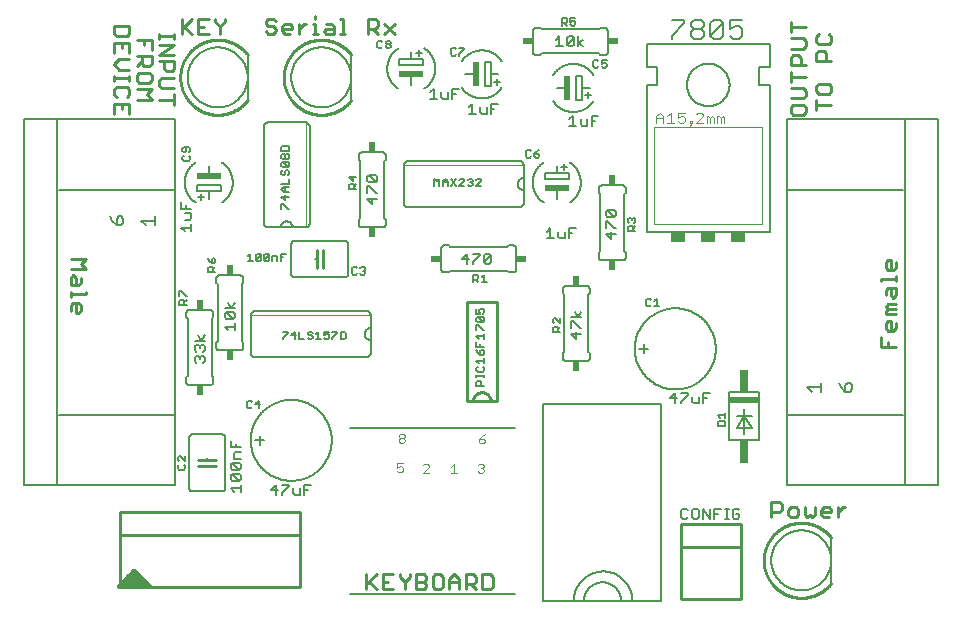
<source format=gto>
G75*
%MOIN*%
%OFA0B0*%
%FSLAX25Y25*%
%IPPOS*%
%LPD*%
%AMOC8*
5,1,8,0,0,1.08239X$1,22.5*
%
%ADD10C,0.01000*%
%ADD11C,0.00500*%
%ADD12C,0.00900*%
%ADD13C,0.01600*%
%ADD14C,0.00600*%
%ADD15C,0.00200*%
%ADD16C,0.00300*%
%ADD17C,0.00800*%
%ADD18R,0.02400X0.03400*%
%ADD19R,0.03400X0.02400*%
%ADD20C,0.00787*%
%ADD21R,0.10000X0.02000*%
%ADD22R,0.03000X0.07500*%
%ADD23C,0.00400*%
%ADD24R,0.05000X0.03500*%
%ADD25C,0.00700*%
%ADD26R,0.08000X0.02000*%
%ADD27R,0.02000X0.08000*%
D10*
X0037500Y0010000D02*
X0037500Y0027500D01*
X0097500Y0027500D01*
X0097500Y0010000D01*
X0037500Y0010000D01*
X0037500Y0027500D02*
X0037500Y0035000D01*
X0097500Y0035000D01*
X0097500Y0027500D01*
X0069500Y0050500D02*
X0066500Y0050500D01*
X0063500Y0050500D01*
X0063500Y0052500D02*
X0066500Y0052500D01*
X0069500Y0052500D01*
X0153000Y0072000D02*
X0153000Y0105000D01*
X0163000Y0105000D01*
X0163000Y0072000D01*
X0153000Y0072000D01*
X0155000Y0072000D02*
X0155002Y0072108D01*
X0155008Y0072216D01*
X0155018Y0072324D01*
X0155031Y0072432D01*
X0155049Y0072539D01*
X0155070Y0072645D01*
X0155095Y0072750D01*
X0155124Y0072855D01*
X0155157Y0072958D01*
X0155193Y0073060D01*
X0155234Y0073161D01*
X0155277Y0073260D01*
X0155325Y0073357D01*
X0155375Y0073453D01*
X0155429Y0073547D01*
X0155487Y0073638D01*
X0155548Y0073728D01*
X0155612Y0073816D01*
X0155679Y0073901D01*
X0155749Y0073983D01*
X0155822Y0074063D01*
X0155898Y0074140D01*
X0155977Y0074215D01*
X0156058Y0074286D01*
X0156142Y0074355D01*
X0156228Y0074421D01*
X0156316Y0074483D01*
X0156407Y0074542D01*
X0156500Y0074598D01*
X0156595Y0074651D01*
X0156691Y0074700D01*
X0156790Y0074745D01*
X0156890Y0074787D01*
X0156991Y0074825D01*
X0157094Y0074860D01*
X0157197Y0074891D01*
X0157302Y0074918D01*
X0157408Y0074941D01*
X0157515Y0074960D01*
X0157622Y0074976D01*
X0157730Y0074988D01*
X0157838Y0074996D01*
X0157946Y0075000D01*
X0158054Y0075000D01*
X0158162Y0074996D01*
X0158270Y0074988D01*
X0158378Y0074976D01*
X0158485Y0074960D01*
X0158592Y0074941D01*
X0158698Y0074918D01*
X0158803Y0074891D01*
X0158906Y0074860D01*
X0159009Y0074825D01*
X0159110Y0074787D01*
X0159210Y0074745D01*
X0159309Y0074700D01*
X0159405Y0074651D01*
X0159500Y0074598D01*
X0159593Y0074542D01*
X0159684Y0074483D01*
X0159772Y0074421D01*
X0159858Y0074355D01*
X0159942Y0074286D01*
X0160023Y0074215D01*
X0160102Y0074140D01*
X0160178Y0074063D01*
X0160251Y0073983D01*
X0160321Y0073901D01*
X0160388Y0073816D01*
X0160452Y0073728D01*
X0160513Y0073638D01*
X0160571Y0073547D01*
X0160625Y0073453D01*
X0160675Y0073357D01*
X0160723Y0073260D01*
X0160766Y0073161D01*
X0160807Y0073060D01*
X0160843Y0072958D01*
X0160876Y0072855D01*
X0160905Y0072750D01*
X0160930Y0072645D01*
X0160951Y0072539D01*
X0160969Y0072432D01*
X0160982Y0072324D01*
X0160992Y0072216D01*
X0160998Y0072108D01*
X0161000Y0072000D01*
X0224500Y0031000D02*
X0224500Y0023500D01*
X0244500Y0023500D01*
X0244500Y0006000D01*
X0224500Y0006000D01*
X0224500Y0023500D01*
X0224500Y0031000D02*
X0244500Y0031000D01*
X0244500Y0023500D01*
X0274500Y0026500D02*
X0274313Y0026743D01*
X0274121Y0026981D01*
X0273922Y0027214D01*
X0273718Y0027442D01*
X0273509Y0027665D01*
X0273294Y0027883D01*
X0273074Y0028096D01*
X0272849Y0028303D01*
X0272618Y0028505D01*
X0272383Y0028701D01*
X0272143Y0028891D01*
X0271899Y0029075D01*
X0271650Y0029253D01*
X0271396Y0029425D01*
X0271139Y0029591D01*
X0270878Y0029751D01*
X0270613Y0029904D01*
X0270344Y0030050D01*
X0270071Y0030190D01*
X0269796Y0030323D01*
X0269517Y0030449D01*
X0269235Y0030569D01*
X0268950Y0030681D01*
X0268663Y0030786D01*
X0268373Y0030885D01*
X0268081Y0030976D01*
X0267786Y0031060D01*
X0267490Y0031137D01*
X0267192Y0031207D01*
X0266892Y0031269D01*
X0266591Y0031324D01*
X0266289Y0031371D01*
X0265985Y0031411D01*
X0265681Y0031444D01*
X0265376Y0031469D01*
X0265070Y0031487D01*
X0264764Y0031497D01*
X0264458Y0031500D01*
X0264152Y0031495D01*
X0263846Y0031483D01*
X0263540Y0031463D01*
X0263236Y0031436D01*
X0262931Y0031401D01*
X0262628Y0031359D01*
X0262326Y0031310D01*
X0262025Y0031253D01*
X0261726Y0031188D01*
X0261428Y0031117D01*
X0261133Y0031038D01*
X0260839Y0030952D01*
X0260547Y0030859D01*
X0260258Y0030758D01*
X0259971Y0030651D01*
X0259687Y0030536D01*
X0259406Y0030415D01*
X0259128Y0030287D01*
X0258853Y0030152D01*
X0258582Y0030010D01*
X0258314Y0029862D01*
X0258050Y0029707D01*
X0257790Y0029546D01*
X0257534Y0029379D01*
X0257281Y0029205D01*
X0257034Y0029025D01*
X0256790Y0028839D01*
X0256552Y0028648D01*
X0256318Y0028450D01*
X0256089Y0028247D01*
X0255865Y0028038D01*
X0255646Y0027824D01*
X0255433Y0027604D01*
X0255225Y0027380D01*
X0255022Y0027150D01*
X0254826Y0026916D01*
X0254635Y0026676D01*
X0254450Y0026433D01*
X0254271Y0026184D01*
X0254098Y0025932D01*
X0253931Y0025675D01*
X0253771Y0025414D01*
X0253617Y0025149D01*
X0253470Y0024881D01*
X0253329Y0024609D01*
X0253195Y0024334D01*
X0253068Y0024055D01*
X0252947Y0023774D01*
X0252834Y0023489D01*
X0252728Y0023202D01*
X0252628Y0022913D01*
X0252536Y0022621D01*
X0252451Y0022327D01*
X0252373Y0022031D01*
X0252302Y0021733D01*
X0252239Y0021433D01*
X0252183Y0021132D01*
X0252135Y0020830D01*
X0252094Y0020527D01*
X0252060Y0020223D01*
X0252034Y0019918D01*
X0252015Y0019612D01*
X0252004Y0019306D01*
X0252000Y0019000D01*
X0252004Y0018694D01*
X0252015Y0018388D01*
X0252034Y0018082D01*
X0252060Y0017777D01*
X0252094Y0017473D01*
X0252135Y0017170D01*
X0252183Y0016868D01*
X0252239Y0016567D01*
X0252302Y0016267D01*
X0252373Y0015969D01*
X0252451Y0015673D01*
X0252536Y0015379D01*
X0252628Y0015087D01*
X0252728Y0014798D01*
X0252834Y0014511D01*
X0252947Y0014226D01*
X0253068Y0013945D01*
X0253195Y0013666D01*
X0253329Y0013391D01*
X0253470Y0013119D01*
X0253617Y0012851D01*
X0253771Y0012586D01*
X0253931Y0012325D01*
X0254098Y0012068D01*
X0254271Y0011816D01*
X0254450Y0011567D01*
X0254635Y0011324D01*
X0254826Y0011084D01*
X0255022Y0010850D01*
X0255225Y0010620D01*
X0255433Y0010396D01*
X0255646Y0010176D01*
X0255865Y0009962D01*
X0256089Y0009753D01*
X0256318Y0009550D01*
X0256552Y0009352D01*
X0256790Y0009161D01*
X0257034Y0008975D01*
X0257281Y0008795D01*
X0257534Y0008621D01*
X0257790Y0008454D01*
X0258050Y0008293D01*
X0258314Y0008138D01*
X0258582Y0007990D01*
X0258853Y0007848D01*
X0259128Y0007713D01*
X0259406Y0007585D01*
X0259687Y0007464D01*
X0259971Y0007349D01*
X0260258Y0007242D01*
X0260547Y0007141D01*
X0260839Y0007048D01*
X0261133Y0006962D01*
X0261428Y0006883D01*
X0261726Y0006812D01*
X0262025Y0006747D01*
X0262326Y0006690D01*
X0262628Y0006641D01*
X0262931Y0006599D01*
X0263236Y0006564D01*
X0263540Y0006537D01*
X0263846Y0006517D01*
X0264152Y0006505D01*
X0264458Y0006500D01*
X0264764Y0006503D01*
X0265070Y0006513D01*
X0265376Y0006531D01*
X0265681Y0006556D01*
X0265985Y0006589D01*
X0266289Y0006629D01*
X0266591Y0006676D01*
X0266892Y0006731D01*
X0267192Y0006793D01*
X0267490Y0006863D01*
X0267786Y0006940D01*
X0268081Y0007024D01*
X0268373Y0007115D01*
X0268663Y0007214D01*
X0268950Y0007319D01*
X0269235Y0007431D01*
X0269517Y0007551D01*
X0269796Y0007677D01*
X0270071Y0007810D01*
X0270344Y0007950D01*
X0270613Y0008096D01*
X0270878Y0008249D01*
X0271139Y0008409D01*
X0271396Y0008575D01*
X0271650Y0008747D01*
X0271899Y0008925D01*
X0272143Y0009109D01*
X0272383Y0009299D01*
X0272618Y0009495D01*
X0272849Y0009697D01*
X0273074Y0009904D01*
X0273294Y0010117D01*
X0273509Y0010335D01*
X0273718Y0010558D01*
X0273922Y0010786D01*
X0274121Y0011019D01*
X0274313Y0011257D01*
X0274500Y0011500D01*
X0105000Y0116500D02*
X0105000Y0119500D01*
X0105000Y0122500D01*
X0103000Y0122500D02*
X0103000Y0119500D01*
X0103000Y0116500D01*
X0114500Y0172500D02*
X0114313Y0172257D01*
X0114121Y0172019D01*
X0113922Y0171786D01*
X0113718Y0171558D01*
X0113509Y0171335D01*
X0113294Y0171117D01*
X0113074Y0170904D01*
X0112849Y0170697D01*
X0112618Y0170495D01*
X0112383Y0170299D01*
X0112143Y0170109D01*
X0111899Y0169925D01*
X0111650Y0169747D01*
X0111396Y0169575D01*
X0111139Y0169409D01*
X0110878Y0169249D01*
X0110613Y0169096D01*
X0110344Y0168950D01*
X0110071Y0168810D01*
X0109796Y0168677D01*
X0109517Y0168551D01*
X0109235Y0168431D01*
X0108950Y0168319D01*
X0108663Y0168214D01*
X0108373Y0168115D01*
X0108081Y0168024D01*
X0107786Y0167940D01*
X0107490Y0167863D01*
X0107192Y0167793D01*
X0106892Y0167731D01*
X0106591Y0167676D01*
X0106289Y0167629D01*
X0105985Y0167589D01*
X0105681Y0167556D01*
X0105376Y0167531D01*
X0105070Y0167513D01*
X0104764Y0167503D01*
X0104458Y0167500D01*
X0104152Y0167505D01*
X0103846Y0167517D01*
X0103540Y0167537D01*
X0103236Y0167564D01*
X0102931Y0167599D01*
X0102628Y0167641D01*
X0102326Y0167690D01*
X0102025Y0167747D01*
X0101726Y0167812D01*
X0101428Y0167883D01*
X0101133Y0167962D01*
X0100839Y0168048D01*
X0100547Y0168141D01*
X0100258Y0168242D01*
X0099971Y0168349D01*
X0099687Y0168464D01*
X0099406Y0168585D01*
X0099128Y0168713D01*
X0098853Y0168848D01*
X0098582Y0168990D01*
X0098314Y0169138D01*
X0098050Y0169293D01*
X0097790Y0169454D01*
X0097534Y0169621D01*
X0097281Y0169795D01*
X0097034Y0169975D01*
X0096790Y0170161D01*
X0096552Y0170352D01*
X0096318Y0170550D01*
X0096089Y0170753D01*
X0095865Y0170962D01*
X0095646Y0171176D01*
X0095433Y0171396D01*
X0095225Y0171620D01*
X0095022Y0171850D01*
X0094826Y0172084D01*
X0094635Y0172324D01*
X0094450Y0172567D01*
X0094271Y0172816D01*
X0094098Y0173068D01*
X0093931Y0173325D01*
X0093771Y0173586D01*
X0093617Y0173851D01*
X0093470Y0174119D01*
X0093329Y0174391D01*
X0093195Y0174666D01*
X0093068Y0174945D01*
X0092947Y0175226D01*
X0092834Y0175511D01*
X0092728Y0175798D01*
X0092628Y0176087D01*
X0092536Y0176379D01*
X0092451Y0176673D01*
X0092373Y0176969D01*
X0092302Y0177267D01*
X0092239Y0177567D01*
X0092183Y0177868D01*
X0092135Y0178170D01*
X0092094Y0178473D01*
X0092060Y0178777D01*
X0092034Y0179082D01*
X0092015Y0179388D01*
X0092004Y0179694D01*
X0092000Y0180000D01*
X0092004Y0180306D01*
X0092015Y0180612D01*
X0092034Y0180918D01*
X0092060Y0181223D01*
X0092094Y0181527D01*
X0092135Y0181830D01*
X0092183Y0182132D01*
X0092239Y0182433D01*
X0092302Y0182733D01*
X0092373Y0183031D01*
X0092451Y0183327D01*
X0092536Y0183621D01*
X0092628Y0183913D01*
X0092728Y0184202D01*
X0092834Y0184489D01*
X0092947Y0184774D01*
X0093068Y0185055D01*
X0093195Y0185334D01*
X0093329Y0185609D01*
X0093470Y0185881D01*
X0093617Y0186149D01*
X0093771Y0186414D01*
X0093931Y0186675D01*
X0094098Y0186932D01*
X0094271Y0187184D01*
X0094450Y0187433D01*
X0094635Y0187676D01*
X0094826Y0187916D01*
X0095022Y0188150D01*
X0095225Y0188380D01*
X0095433Y0188604D01*
X0095646Y0188824D01*
X0095865Y0189038D01*
X0096089Y0189247D01*
X0096318Y0189450D01*
X0096552Y0189648D01*
X0096790Y0189839D01*
X0097034Y0190025D01*
X0097281Y0190205D01*
X0097534Y0190379D01*
X0097790Y0190546D01*
X0098050Y0190707D01*
X0098314Y0190862D01*
X0098582Y0191010D01*
X0098853Y0191152D01*
X0099128Y0191287D01*
X0099406Y0191415D01*
X0099687Y0191536D01*
X0099971Y0191651D01*
X0100258Y0191758D01*
X0100547Y0191859D01*
X0100839Y0191952D01*
X0101133Y0192038D01*
X0101428Y0192117D01*
X0101726Y0192188D01*
X0102025Y0192253D01*
X0102326Y0192310D01*
X0102628Y0192359D01*
X0102931Y0192401D01*
X0103236Y0192436D01*
X0103540Y0192463D01*
X0103846Y0192483D01*
X0104152Y0192495D01*
X0104458Y0192500D01*
X0104764Y0192497D01*
X0105070Y0192487D01*
X0105376Y0192469D01*
X0105681Y0192444D01*
X0105985Y0192411D01*
X0106289Y0192371D01*
X0106591Y0192324D01*
X0106892Y0192269D01*
X0107192Y0192207D01*
X0107490Y0192137D01*
X0107786Y0192060D01*
X0108081Y0191976D01*
X0108373Y0191885D01*
X0108663Y0191786D01*
X0108950Y0191681D01*
X0109235Y0191569D01*
X0109517Y0191449D01*
X0109796Y0191323D01*
X0110071Y0191190D01*
X0110344Y0191050D01*
X0110613Y0190904D01*
X0110878Y0190751D01*
X0111139Y0190591D01*
X0111396Y0190425D01*
X0111650Y0190253D01*
X0111899Y0190075D01*
X0112143Y0189891D01*
X0112383Y0189701D01*
X0112618Y0189505D01*
X0112849Y0189303D01*
X0113074Y0189096D01*
X0113294Y0188883D01*
X0113509Y0188665D01*
X0113718Y0188442D01*
X0113922Y0188214D01*
X0114121Y0187981D01*
X0114313Y0187743D01*
X0114500Y0187500D01*
X0080000Y0187500D02*
X0079813Y0187743D01*
X0079621Y0187981D01*
X0079422Y0188214D01*
X0079218Y0188442D01*
X0079009Y0188665D01*
X0078794Y0188883D01*
X0078574Y0189096D01*
X0078349Y0189303D01*
X0078118Y0189505D01*
X0077883Y0189701D01*
X0077643Y0189891D01*
X0077399Y0190075D01*
X0077150Y0190253D01*
X0076896Y0190425D01*
X0076639Y0190591D01*
X0076378Y0190751D01*
X0076113Y0190904D01*
X0075844Y0191050D01*
X0075571Y0191190D01*
X0075296Y0191323D01*
X0075017Y0191449D01*
X0074735Y0191569D01*
X0074450Y0191681D01*
X0074163Y0191786D01*
X0073873Y0191885D01*
X0073581Y0191976D01*
X0073286Y0192060D01*
X0072990Y0192137D01*
X0072692Y0192207D01*
X0072392Y0192269D01*
X0072091Y0192324D01*
X0071789Y0192371D01*
X0071485Y0192411D01*
X0071181Y0192444D01*
X0070876Y0192469D01*
X0070570Y0192487D01*
X0070264Y0192497D01*
X0069958Y0192500D01*
X0069652Y0192495D01*
X0069346Y0192483D01*
X0069040Y0192463D01*
X0068736Y0192436D01*
X0068431Y0192401D01*
X0068128Y0192359D01*
X0067826Y0192310D01*
X0067525Y0192253D01*
X0067226Y0192188D01*
X0066928Y0192117D01*
X0066633Y0192038D01*
X0066339Y0191952D01*
X0066047Y0191859D01*
X0065758Y0191758D01*
X0065471Y0191651D01*
X0065187Y0191536D01*
X0064906Y0191415D01*
X0064628Y0191287D01*
X0064353Y0191152D01*
X0064082Y0191010D01*
X0063814Y0190862D01*
X0063550Y0190707D01*
X0063290Y0190546D01*
X0063034Y0190379D01*
X0062781Y0190205D01*
X0062534Y0190025D01*
X0062290Y0189839D01*
X0062052Y0189648D01*
X0061818Y0189450D01*
X0061589Y0189247D01*
X0061365Y0189038D01*
X0061146Y0188824D01*
X0060933Y0188604D01*
X0060725Y0188380D01*
X0060522Y0188150D01*
X0060326Y0187916D01*
X0060135Y0187676D01*
X0059950Y0187433D01*
X0059771Y0187184D01*
X0059598Y0186932D01*
X0059431Y0186675D01*
X0059271Y0186414D01*
X0059117Y0186149D01*
X0058970Y0185881D01*
X0058829Y0185609D01*
X0058695Y0185334D01*
X0058568Y0185055D01*
X0058447Y0184774D01*
X0058334Y0184489D01*
X0058228Y0184202D01*
X0058128Y0183913D01*
X0058036Y0183621D01*
X0057951Y0183327D01*
X0057873Y0183031D01*
X0057802Y0182733D01*
X0057739Y0182433D01*
X0057683Y0182132D01*
X0057635Y0181830D01*
X0057594Y0181527D01*
X0057560Y0181223D01*
X0057534Y0180918D01*
X0057515Y0180612D01*
X0057504Y0180306D01*
X0057500Y0180000D01*
X0057504Y0179694D01*
X0057515Y0179388D01*
X0057534Y0179082D01*
X0057560Y0178777D01*
X0057594Y0178473D01*
X0057635Y0178170D01*
X0057683Y0177868D01*
X0057739Y0177567D01*
X0057802Y0177267D01*
X0057873Y0176969D01*
X0057951Y0176673D01*
X0058036Y0176379D01*
X0058128Y0176087D01*
X0058228Y0175798D01*
X0058334Y0175511D01*
X0058447Y0175226D01*
X0058568Y0174945D01*
X0058695Y0174666D01*
X0058829Y0174391D01*
X0058970Y0174119D01*
X0059117Y0173851D01*
X0059271Y0173586D01*
X0059431Y0173325D01*
X0059598Y0173068D01*
X0059771Y0172816D01*
X0059950Y0172567D01*
X0060135Y0172324D01*
X0060326Y0172084D01*
X0060522Y0171850D01*
X0060725Y0171620D01*
X0060933Y0171396D01*
X0061146Y0171176D01*
X0061365Y0170962D01*
X0061589Y0170753D01*
X0061818Y0170550D01*
X0062052Y0170352D01*
X0062290Y0170161D01*
X0062534Y0169975D01*
X0062781Y0169795D01*
X0063034Y0169621D01*
X0063290Y0169454D01*
X0063550Y0169293D01*
X0063814Y0169138D01*
X0064082Y0168990D01*
X0064353Y0168848D01*
X0064628Y0168713D01*
X0064906Y0168585D01*
X0065187Y0168464D01*
X0065471Y0168349D01*
X0065758Y0168242D01*
X0066047Y0168141D01*
X0066339Y0168048D01*
X0066633Y0167962D01*
X0066928Y0167883D01*
X0067226Y0167812D01*
X0067525Y0167747D01*
X0067826Y0167690D01*
X0068128Y0167641D01*
X0068431Y0167599D01*
X0068736Y0167564D01*
X0069040Y0167537D01*
X0069346Y0167517D01*
X0069652Y0167505D01*
X0069958Y0167500D01*
X0070264Y0167503D01*
X0070570Y0167513D01*
X0070876Y0167531D01*
X0071181Y0167556D01*
X0071485Y0167589D01*
X0071789Y0167629D01*
X0072091Y0167676D01*
X0072392Y0167731D01*
X0072692Y0167793D01*
X0072990Y0167863D01*
X0073286Y0167940D01*
X0073581Y0168024D01*
X0073873Y0168115D01*
X0074163Y0168214D01*
X0074450Y0168319D01*
X0074735Y0168431D01*
X0075017Y0168551D01*
X0075296Y0168677D01*
X0075571Y0168810D01*
X0075844Y0168950D01*
X0076113Y0169096D01*
X0076378Y0169249D01*
X0076639Y0169409D01*
X0076896Y0169575D01*
X0077150Y0169747D01*
X0077399Y0169925D01*
X0077643Y0170109D01*
X0077883Y0170299D01*
X0078118Y0170495D01*
X0078349Y0170697D01*
X0078574Y0170904D01*
X0078794Y0171117D01*
X0079009Y0171335D01*
X0079218Y0171558D01*
X0079422Y0171786D01*
X0079621Y0172019D01*
X0079813Y0172257D01*
X0080000Y0172500D01*
D11*
X0091665Y0157255D02*
X0091248Y0156838D01*
X0091248Y0155586D01*
X0093750Y0155586D01*
X0093750Y0156838D01*
X0093333Y0157255D01*
X0091665Y0157255D01*
X0091665Y0154492D02*
X0091248Y0154075D01*
X0091248Y0153241D01*
X0091665Y0152824D01*
X0092082Y0152824D01*
X0092499Y0153241D01*
X0092499Y0154075D01*
X0092916Y0154492D01*
X0093333Y0154492D01*
X0093750Y0154075D01*
X0093750Y0153241D01*
X0093333Y0152824D01*
X0092916Y0152824D01*
X0092499Y0153241D01*
X0092499Y0154075D02*
X0092082Y0154492D01*
X0091665Y0154492D01*
X0091665Y0151730D02*
X0091248Y0151313D01*
X0091248Y0150479D01*
X0091665Y0150062D01*
X0093333Y0150062D01*
X0091665Y0151730D01*
X0093333Y0151730D01*
X0093750Y0151313D01*
X0093750Y0150479D01*
X0093333Y0150062D01*
X0093333Y0148967D02*
X0093750Y0148550D01*
X0093750Y0147716D01*
X0093333Y0147299D01*
X0092499Y0147716D02*
X0092499Y0148550D01*
X0092916Y0148967D01*
X0093333Y0148967D01*
X0092499Y0147716D02*
X0092082Y0147299D01*
X0091665Y0147299D01*
X0091248Y0147716D01*
X0091248Y0148550D01*
X0091665Y0148967D01*
X0093750Y0146205D02*
X0093750Y0144537D01*
X0091248Y0144537D01*
X0092082Y0143443D02*
X0091248Y0142609D01*
X0092082Y0141775D01*
X0093750Y0141775D01*
X0092499Y0141775D02*
X0092499Y0143443D01*
X0092082Y0143443D02*
X0093750Y0143443D01*
X0092499Y0140680D02*
X0092499Y0139012D01*
X0091248Y0140263D01*
X0093750Y0140263D01*
X0091665Y0137918D02*
X0091248Y0137918D01*
X0091248Y0136250D01*
X0091665Y0137918D02*
X0093333Y0136250D01*
X0093750Y0136250D01*
X0092656Y0121252D02*
X0090988Y0121252D01*
X0090988Y0118750D01*
X0089893Y0118750D02*
X0089893Y0120001D01*
X0089476Y0120418D01*
X0088225Y0120418D01*
X0088225Y0118750D01*
X0087131Y0119167D02*
X0086714Y0118750D01*
X0085880Y0118750D01*
X0085463Y0119167D01*
X0087131Y0120835D01*
X0087131Y0119167D01*
X0085463Y0119167D02*
X0085463Y0120835D01*
X0085880Y0121252D01*
X0086714Y0121252D01*
X0087131Y0120835D01*
X0084369Y0120835D02*
X0082701Y0119167D01*
X0083118Y0118750D01*
X0083952Y0118750D01*
X0084369Y0119167D01*
X0084369Y0120835D01*
X0083952Y0121252D01*
X0083118Y0121252D01*
X0082701Y0120835D01*
X0082701Y0119167D01*
X0081606Y0118750D02*
X0079938Y0118750D01*
X0080772Y0118750D02*
X0080772Y0121252D01*
X0079938Y0120418D01*
X0090988Y0120001D02*
X0091822Y0120001D01*
X0114725Y0116335D02*
X0114725Y0114667D01*
X0115142Y0114250D01*
X0115976Y0114250D01*
X0116393Y0114667D01*
X0117488Y0114667D02*
X0117905Y0114250D01*
X0118739Y0114250D01*
X0119156Y0114667D01*
X0119156Y0115084D01*
X0118739Y0115501D01*
X0118322Y0115501D01*
X0118739Y0115501D02*
X0119156Y0115918D01*
X0119156Y0116335D01*
X0118739Y0116752D01*
X0117905Y0116752D01*
X0117488Y0116335D01*
X0116393Y0116335D02*
X0115976Y0116752D01*
X0115142Y0116752D01*
X0114725Y0116335D01*
X0112239Y0095252D02*
X0110988Y0095252D01*
X0110988Y0092750D01*
X0112239Y0092750D01*
X0112656Y0093167D01*
X0112656Y0094835D01*
X0112239Y0095252D01*
X0109893Y0095252D02*
X0109893Y0094835D01*
X0108225Y0093167D01*
X0108225Y0092750D01*
X0107131Y0093167D02*
X0107131Y0094001D01*
X0106714Y0094418D01*
X0106297Y0094418D01*
X0105463Y0094001D01*
X0105463Y0095252D01*
X0107131Y0095252D01*
X0108225Y0095252D02*
X0109893Y0095252D01*
X0107131Y0093167D02*
X0106714Y0092750D01*
X0105880Y0092750D01*
X0105463Y0093167D01*
X0104369Y0092750D02*
X0102701Y0092750D01*
X0103535Y0092750D02*
X0103535Y0095252D01*
X0102701Y0094418D01*
X0101606Y0094835D02*
X0101189Y0095252D01*
X0100355Y0095252D01*
X0099938Y0094835D01*
X0099938Y0094418D01*
X0100355Y0094001D01*
X0101189Y0094001D01*
X0101606Y0093584D01*
X0101606Y0093167D01*
X0101189Y0092750D01*
X0100355Y0092750D01*
X0099938Y0093167D01*
X0098844Y0092750D02*
X0097176Y0092750D01*
X0097176Y0095252D01*
X0095665Y0095252D02*
X0094413Y0094001D01*
X0096082Y0094001D01*
X0095665Y0092750D02*
X0095665Y0095252D01*
X0093319Y0095252D02*
X0093319Y0094835D01*
X0091651Y0093167D01*
X0091651Y0092750D01*
X0091651Y0095252D02*
X0093319Y0095252D01*
X0069250Y0115225D02*
X0066748Y0115225D01*
X0066748Y0116476D01*
X0067165Y0116893D01*
X0067999Y0116893D01*
X0068416Y0116476D01*
X0068416Y0115225D01*
X0068416Y0116059D02*
X0069250Y0116893D01*
X0068833Y0117988D02*
X0069250Y0118405D01*
X0069250Y0119239D01*
X0068833Y0119656D01*
X0068416Y0119656D01*
X0067999Y0119239D01*
X0067999Y0117988D01*
X0068833Y0117988D01*
X0067999Y0117988D02*
X0067165Y0118822D01*
X0066748Y0119656D01*
X0057665Y0108680D02*
X0059333Y0107012D01*
X0059750Y0107012D01*
X0059750Y0105918D02*
X0058916Y0105084D01*
X0058916Y0105501D02*
X0058916Y0104250D01*
X0059750Y0104250D02*
X0057248Y0104250D01*
X0057248Y0105501D01*
X0057665Y0105918D01*
X0058499Y0105918D01*
X0058916Y0105501D01*
X0057248Y0107012D02*
X0057248Y0108680D01*
X0057665Y0108680D01*
X0049034Y0130646D02*
X0049034Y0133649D01*
X0049034Y0132147D02*
X0044530Y0132147D01*
X0046032Y0130646D01*
X0038534Y0131397D02*
X0038534Y0132898D01*
X0037784Y0133649D01*
X0037033Y0133649D01*
X0036282Y0132898D01*
X0036282Y0130646D01*
X0037784Y0130646D01*
X0038534Y0131397D01*
X0036282Y0130646D02*
X0034781Y0132147D01*
X0034030Y0133649D01*
X0058248Y0152667D02*
X0058665Y0152250D01*
X0060333Y0152250D01*
X0060750Y0152667D01*
X0060750Y0153501D01*
X0060333Y0153918D01*
X0060333Y0155012D02*
X0060750Y0155429D01*
X0060750Y0156263D01*
X0060333Y0156680D01*
X0058665Y0156680D01*
X0058248Y0156263D01*
X0058248Y0155429D01*
X0058665Y0155012D01*
X0059082Y0155012D01*
X0059499Y0155429D01*
X0059499Y0156680D01*
X0058665Y0153918D02*
X0058248Y0153501D01*
X0058248Y0152667D01*
X0113748Y0146739D02*
X0114999Y0145488D01*
X0114999Y0147156D01*
X0116250Y0146739D02*
X0113748Y0146739D01*
X0114165Y0144393D02*
X0114999Y0144393D01*
X0115416Y0143976D01*
X0115416Y0142725D01*
X0116250Y0142725D02*
X0113748Y0142725D01*
X0113748Y0143976D01*
X0114165Y0144393D01*
X0115416Y0143559D02*
X0116250Y0144393D01*
X0142250Y0143750D02*
X0142250Y0146252D01*
X0143084Y0145418D01*
X0143918Y0146252D01*
X0143918Y0143750D01*
X0145012Y0143750D02*
X0145012Y0145418D01*
X0145846Y0146252D01*
X0146680Y0145418D01*
X0146680Y0143750D01*
X0147775Y0143750D02*
X0149443Y0146252D01*
X0150537Y0145835D02*
X0150954Y0146252D01*
X0151788Y0146252D01*
X0152205Y0145835D01*
X0152205Y0145418D01*
X0150537Y0143750D01*
X0152205Y0143750D01*
X0153299Y0144167D02*
X0153716Y0143750D01*
X0154550Y0143750D01*
X0154967Y0144167D01*
X0154967Y0144584D01*
X0154550Y0145001D01*
X0154133Y0145001D01*
X0154550Y0145001D02*
X0154967Y0145418D01*
X0154967Y0145835D01*
X0154550Y0146252D01*
X0153716Y0146252D01*
X0153299Y0145835D01*
X0156062Y0145835D02*
X0156479Y0146252D01*
X0157313Y0146252D01*
X0157730Y0145835D01*
X0157730Y0145418D01*
X0156062Y0143750D01*
X0157730Y0143750D01*
X0149443Y0143750D02*
X0147775Y0146252D01*
X0146680Y0145001D02*
X0145012Y0145001D01*
X0172750Y0153667D02*
X0173167Y0153250D01*
X0174001Y0153250D01*
X0174418Y0153667D01*
X0175512Y0153667D02*
X0175929Y0153250D01*
X0176763Y0153250D01*
X0177180Y0153667D01*
X0177180Y0154084D01*
X0176763Y0154501D01*
X0175512Y0154501D01*
X0175512Y0153667D01*
X0175512Y0154501D02*
X0176346Y0155335D01*
X0177180Y0155752D01*
X0174418Y0155335D02*
X0174001Y0155752D01*
X0173167Y0155752D01*
X0172750Y0155335D01*
X0172750Y0153667D01*
X0206748Y0132739D02*
X0206748Y0131905D01*
X0207165Y0131488D01*
X0207165Y0130393D02*
X0207999Y0130393D01*
X0208416Y0129976D01*
X0208416Y0128725D01*
X0209250Y0128725D02*
X0206748Y0128725D01*
X0206748Y0129976D01*
X0207165Y0130393D01*
X0208416Y0129559D02*
X0209250Y0130393D01*
X0208833Y0131488D02*
X0209250Y0131905D01*
X0209250Y0132739D01*
X0208833Y0133156D01*
X0208416Y0133156D01*
X0207999Y0132739D01*
X0207999Y0132322D01*
X0207999Y0132739D02*
X0207582Y0133156D01*
X0207165Y0133156D01*
X0206748Y0132739D01*
X0213167Y0106252D02*
X0212750Y0105835D01*
X0212750Y0104167D01*
X0213167Y0103750D01*
X0214001Y0103750D01*
X0214418Y0104167D01*
X0215512Y0103750D02*
X0217180Y0103750D01*
X0216346Y0103750D02*
X0216346Y0106252D01*
X0215512Y0105418D01*
X0214418Y0105835D02*
X0214001Y0106252D01*
X0213167Y0106252D01*
X0184250Y0099656D02*
X0184250Y0097988D01*
X0182582Y0099656D01*
X0182165Y0099656D01*
X0181748Y0099239D01*
X0181748Y0098405D01*
X0182165Y0097988D01*
X0182165Y0096893D02*
X0182999Y0096893D01*
X0183416Y0096476D01*
X0183416Y0095225D01*
X0184250Y0095225D02*
X0181748Y0095225D01*
X0181748Y0096476D01*
X0182165Y0096893D01*
X0183416Y0096059D02*
X0184250Y0096893D01*
X0158750Y0095666D02*
X0158333Y0095666D01*
X0156665Y0097334D01*
X0156248Y0097334D01*
X0156248Y0095666D01*
X0156248Y0093737D02*
X0158750Y0093737D01*
X0158750Y0092903D02*
X0158750Y0094571D01*
X0157082Y0092903D02*
X0156248Y0093737D01*
X0156248Y0091809D02*
X0156248Y0090141D01*
X0158750Y0090141D01*
X0158333Y0089047D02*
X0157916Y0089047D01*
X0157499Y0088630D01*
X0157499Y0087379D01*
X0158333Y0087379D01*
X0158750Y0087796D01*
X0158750Y0088630D01*
X0158333Y0089047D01*
X0157499Y0090141D02*
X0157499Y0090975D01*
X0156248Y0089047D02*
X0156665Y0088213D01*
X0157499Y0087379D01*
X0158750Y0086284D02*
X0158750Y0084616D01*
X0158750Y0085450D02*
X0156248Y0085450D01*
X0157082Y0084616D01*
X0156665Y0083522D02*
X0156248Y0083105D01*
X0156248Y0082271D01*
X0156665Y0081854D01*
X0158333Y0081854D01*
X0158750Y0082271D01*
X0158750Y0083105D01*
X0158333Y0083522D01*
X0158750Y0080846D02*
X0158750Y0080012D01*
X0158750Y0080429D02*
X0156248Y0080429D01*
X0156248Y0080012D02*
X0156248Y0080846D01*
X0156665Y0078918D02*
X0157499Y0078918D01*
X0157916Y0078501D01*
X0157916Y0077250D01*
X0158750Y0077250D02*
X0156248Y0077250D01*
X0156248Y0078501D01*
X0156665Y0078918D01*
X0169059Y0063193D02*
X0113941Y0062996D01*
X0084180Y0071001D02*
X0082512Y0071001D01*
X0083763Y0072252D01*
X0083763Y0069750D01*
X0081418Y0070167D02*
X0081001Y0069750D01*
X0080167Y0069750D01*
X0079750Y0070167D01*
X0079750Y0071835D01*
X0080167Y0072252D01*
X0081001Y0072252D01*
X0081418Y0071835D01*
X0059250Y0053656D02*
X0059250Y0051988D01*
X0057582Y0053656D01*
X0057165Y0053656D01*
X0056748Y0053239D01*
X0056748Y0052405D01*
X0057165Y0051988D01*
X0057165Y0050893D02*
X0056748Y0050476D01*
X0056748Y0049642D01*
X0057165Y0049225D01*
X0058833Y0049225D01*
X0059250Y0049642D01*
X0059250Y0050476D01*
X0058833Y0050893D01*
X0113941Y0007681D02*
X0169059Y0007681D01*
X0192063Y0005500D02*
X0192065Y0005657D01*
X0192071Y0005813D01*
X0192081Y0005969D01*
X0192095Y0006125D01*
X0192113Y0006281D01*
X0192134Y0006436D01*
X0192160Y0006590D01*
X0192190Y0006744D01*
X0192223Y0006897D01*
X0192260Y0007049D01*
X0192301Y0007200D01*
X0192346Y0007350D01*
X0192395Y0007499D01*
X0192448Y0007647D01*
X0192504Y0007793D01*
X0192564Y0007938D01*
X0192627Y0008081D01*
X0192695Y0008222D01*
X0192765Y0008362D01*
X0192840Y0008500D01*
X0192917Y0008636D01*
X0192999Y0008770D01*
X0193083Y0008901D01*
X0193171Y0009031D01*
X0193262Y0009158D01*
X0193356Y0009283D01*
X0193454Y0009406D01*
X0193554Y0009526D01*
X0193658Y0009644D01*
X0193764Y0009759D01*
X0193873Y0009871D01*
X0193985Y0009980D01*
X0194100Y0010086D01*
X0194218Y0010190D01*
X0194338Y0010290D01*
X0194461Y0010388D01*
X0194586Y0010482D01*
X0194713Y0010573D01*
X0194843Y0010661D01*
X0194974Y0010745D01*
X0195108Y0010827D01*
X0195244Y0010904D01*
X0195382Y0010979D01*
X0195522Y0011049D01*
X0195663Y0011117D01*
X0195806Y0011180D01*
X0195951Y0011240D01*
X0196097Y0011296D01*
X0196245Y0011349D01*
X0196394Y0011398D01*
X0196544Y0011443D01*
X0196695Y0011484D01*
X0196847Y0011521D01*
X0197000Y0011554D01*
X0197154Y0011584D01*
X0197308Y0011610D01*
X0197463Y0011631D01*
X0197619Y0011649D01*
X0197775Y0011663D01*
X0197931Y0011673D01*
X0198087Y0011679D01*
X0198244Y0011681D01*
X0198401Y0011679D01*
X0198557Y0011673D01*
X0198713Y0011663D01*
X0198869Y0011649D01*
X0199025Y0011631D01*
X0199180Y0011610D01*
X0199334Y0011584D01*
X0199488Y0011554D01*
X0199641Y0011521D01*
X0199793Y0011484D01*
X0199944Y0011443D01*
X0200094Y0011398D01*
X0200243Y0011349D01*
X0200391Y0011296D01*
X0200537Y0011240D01*
X0200682Y0011180D01*
X0200825Y0011117D01*
X0200966Y0011049D01*
X0201106Y0010979D01*
X0201244Y0010904D01*
X0201380Y0010827D01*
X0201514Y0010745D01*
X0201645Y0010661D01*
X0201775Y0010573D01*
X0201902Y0010482D01*
X0202027Y0010388D01*
X0202150Y0010290D01*
X0202270Y0010190D01*
X0202388Y0010086D01*
X0202503Y0009980D01*
X0202615Y0009871D01*
X0202724Y0009759D01*
X0202830Y0009644D01*
X0202934Y0009526D01*
X0203034Y0009406D01*
X0203132Y0009283D01*
X0203226Y0009158D01*
X0203317Y0009031D01*
X0203405Y0008901D01*
X0203489Y0008770D01*
X0203571Y0008636D01*
X0203648Y0008500D01*
X0203723Y0008362D01*
X0203793Y0008222D01*
X0203861Y0008081D01*
X0203924Y0007938D01*
X0203984Y0007793D01*
X0204040Y0007647D01*
X0204093Y0007499D01*
X0204142Y0007350D01*
X0204187Y0007200D01*
X0204228Y0007049D01*
X0204265Y0006897D01*
X0204298Y0006744D01*
X0204328Y0006590D01*
X0204354Y0006436D01*
X0204375Y0006281D01*
X0204393Y0006125D01*
X0204407Y0005969D01*
X0204417Y0005813D01*
X0204423Y0005657D01*
X0204425Y0005500D01*
X0208244Y0005500D02*
X0208241Y0005739D01*
X0208232Y0005977D01*
X0208218Y0006216D01*
X0208198Y0006453D01*
X0208171Y0006691D01*
X0208140Y0006927D01*
X0208102Y0007163D01*
X0208059Y0007398D01*
X0208009Y0007631D01*
X0207955Y0007864D01*
X0207894Y0008095D01*
X0207828Y0008324D01*
X0207757Y0008552D01*
X0207680Y0008778D01*
X0207597Y0009002D01*
X0207509Y0009224D01*
X0207416Y0009444D01*
X0207317Y0009661D01*
X0207213Y0009876D01*
X0207104Y0010088D01*
X0206990Y0010298D01*
X0206870Y0010505D01*
X0206746Y0010708D01*
X0206617Y0010909D01*
X0206483Y0011106D01*
X0206344Y0011301D01*
X0206200Y0011491D01*
X0206052Y0011678D01*
X0205899Y0011862D01*
X0205742Y0012042D01*
X0205581Y0012218D01*
X0205415Y0012389D01*
X0205245Y0012557D01*
X0205071Y0012721D01*
X0204893Y0012880D01*
X0204712Y0013035D01*
X0204526Y0013186D01*
X0204337Y0013331D01*
X0204145Y0013473D01*
X0203949Y0013609D01*
X0203750Y0013741D01*
X0203548Y0013868D01*
X0203343Y0013990D01*
X0203134Y0014106D01*
X0202923Y0014218D01*
X0202710Y0014325D01*
X0202494Y0014426D01*
X0202275Y0014522D01*
X0202054Y0014613D01*
X0201831Y0014698D01*
X0201606Y0014778D01*
X0201379Y0014852D01*
X0201151Y0014921D01*
X0200921Y0014984D01*
X0200689Y0015042D01*
X0200456Y0015094D01*
X0200222Y0015140D01*
X0199986Y0015180D01*
X0199750Y0015215D01*
X0199513Y0015244D01*
X0199276Y0015267D01*
X0199037Y0015285D01*
X0198799Y0015296D01*
X0198560Y0015302D01*
X0198322Y0015302D01*
X0198083Y0015296D01*
X0197845Y0015285D01*
X0197606Y0015267D01*
X0197369Y0015244D01*
X0197132Y0015215D01*
X0196896Y0015180D01*
X0196660Y0015140D01*
X0196426Y0015094D01*
X0196193Y0015042D01*
X0195961Y0014984D01*
X0195731Y0014921D01*
X0195503Y0014852D01*
X0195276Y0014778D01*
X0195051Y0014698D01*
X0194828Y0014613D01*
X0194607Y0014522D01*
X0194388Y0014426D01*
X0194172Y0014325D01*
X0193959Y0014218D01*
X0193748Y0014106D01*
X0193540Y0013990D01*
X0193334Y0013868D01*
X0193132Y0013741D01*
X0192933Y0013609D01*
X0192737Y0013473D01*
X0192545Y0013331D01*
X0192356Y0013186D01*
X0192170Y0013035D01*
X0191989Y0012880D01*
X0191811Y0012721D01*
X0191637Y0012557D01*
X0191467Y0012389D01*
X0191301Y0012218D01*
X0191140Y0012042D01*
X0190983Y0011862D01*
X0190830Y0011678D01*
X0190682Y0011491D01*
X0190538Y0011301D01*
X0190399Y0011106D01*
X0190265Y0010909D01*
X0190136Y0010708D01*
X0190012Y0010505D01*
X0189892Y0010298D01*
X0189778Y0010088D01*
X0189669Y0009876D01*
X0189565Y0009661D01*
X0189466Y0009444D01*
X0189373Y0009224D01*
X0189285Y0009002D01*
X0189202Y0008778D01*
X0189125Y0008552D01*
X0189054Y0008324D01*
X0188988Y0008095D01*
X0188927Y0007864D01*
X0188873Y0007631D01*
X0188823Y0007398D01*
X0188780Y0007163D01*
X0188742Y0006927D01*
X0188711Y0006691D01*
X0188684Y0006453D01*
X0188664Y0006216D01*
X0188650Y0005977D01*
X0188641Y0005739D01*
X0188638Y0005500D01*
X0236748Y0063725D02*
X0236748Y0064976D01*
X0237165Y0065393D01*
X0238833Y0065393D01*
X0239250Y0064976D01*
X0239250Y0063725D01*
X0236748Y0063725D01*
X0237582Y0066488D02*
X0236748Y0067322D01*
X0239250Y0067322D01*
X0239250Y0066488D02*
X0239250Y0068156D01*
X0266462Y0076751D02*
X0267963Y0075250D01*
X0266462Y0076751D02*
X0270966Y0076751D01*
X0270966Y0075250D02*
X0270966Y0078253D01*
X0276962Y0078253D02*
X0277713Y0076751D01*
X0279214Y0075250D01*
X0279214Y0077502D01*
X0279964Y0078253D01*
X0280715Y0078253D01*
X0281466Y0077502D01*
X0281466Y0076001D01*
X0280715Y0075250D01*
X0279214Y0075250D01*
X0158750Y0098845D02*
X0158333Y0098428D01*
X0156665Y0100096D01*
X0158333Y0100096D01*
X0158750Y0099679D01*
X0158750Y0098845D01*
X0158333Y0098428D02*
X0156665Y0098428D01*
X0156248Y0098845D01*
X0156248Y0099679D01*
X0156665Y0100096D01*
X0156248Y0101190D02*
X0157499Y0101190D01*
X0157082Y0102024D01*
X0157082Y0102441D01*
X0157499Y0102858D01*
X0158333Y0102858D01*
X0158750Y0102441D01*
X0158750Y0101607D01*
X0158333Y0101190D01*
X0156248Y0101190D02*
X0156248Y0102858D01*
X0156918Y0111750D02*
X0156084Y0112584D01*
X0156501Y0112584D02*
X0155250Y0112584D01*
X0155250Y0111750D02*
X0155250Y0114252D01*
X0156501Y0114252D01*
X0156918Y0113835D01*
X0156918Y0113001D01*
X0156501Y0112584D01*
X0158012Y0111750D02*
X0159680Y0111750D01*
X0158846Y0111750D02*
X0158846Y0114252D01*
X0158012Y0113418D01*
X0195642Y0183250D02*
X0196476Y0183250D01*
X0196893Y0183667D01*
X0197988Y0183667D02*
X0198405Y0183250D01*
X0199239Y0183250D01*
X0199656Y0183667D01*
X0199656Y0184501D01*
X0199239Y0184918D01*
X0198822Y0184918D01*
X0197988Y0184501D01*
X0197988Y0185752D01*
X0199656Y0185752D01*
X0196893Y0185335D02*
X0196476Y0185752D01*
X0195642Y0185752D01*
X0195225Y0185335D01*
X0195225Y0183667D01*
X0195642Y0183250D01*
X0188763Y0197250D02*
X0187929Y0197250D01*
X0187512Y0197667D01*
X0187512Y0198501D02*
X0188346Y0198918D01*
X0188763Y0198918D01*
X0189180Y0198501D01*
X0189180Y0197667D01*
X0188763Y0197250D01*
X0187512Y0198501D02*
X0187512Y0199752D01*
X0189180Y0199752D01*
X0186418Y0199335D02*
X0186418Y0198501D01*
X0186001Y0198084D01*
X0184750Y0198084D01*
X0184750Y0197250D02*
X0184750Y0199752D01*
X0186001Y0199752D01*
X0186418Y0199335D01*
X0185584Y0198084D02*
X0186418Y0197250D01*
X0152156Y0189752D02*
X0152156Y0189335D01*
X0150488Y0187667D01*
X0150488Y0187250D01*
X0149393Y0187667D02*
X0148976Y0187250D01*
X0148142Y0187250D01*
X0147725Y0187667D01*
X0147725Y0189335D01*
X0148142Y0189752D01*
X0148976Y0189752D01*
X0149393Y0189335D01*
X0150488Y0189752D02*
X0152156Y0189752D01*
X0127656Y0190167D02*
X0127239Y0189750D01*
X0126405Y0189750D01*
X0125988Y0190167D01*
X0125988Y0190584D01*
X0126405Y0191001D01*
X0127239Y0191001D01*
X0127656Y0190584D01*
X0127656Y0190167D01*
X0127239Y0191001D02*
X0127656Y0191418D01*
X0127656Y0191835D01*
X0127239Y0192252D01*
X0126405Y0192252D01*
X0125988Y0191835D01*
X0125988Y0191418D01*
X0126405Y0191001D01*
X0124893Y0190167D02*
X0124476Y0189750D01*
X0123642Y0189750D01*
X0123225Y0190167D01*
X0123225Y0191835D01*
X0123642Y0192252D01*
X0124476Y0192252D01*
X0124893Y0191835D01*
D12*
X0125544Y0194450D02*
X0128947Y0197853D01*
X0125544Y0197853D02*
X0128947Y0194450D01*
X0123422Y0194450D02*
X0121721Y0196151D01*
X0122571Y0196151D02*
X0120019Y0196151D01*
X0120019Y0194450D02*
X0120019Y0199554D01*
X0122571Y0199554D01*
X0123422Y0198704D01*
X0123422Y0197002D01*
X0122571Y0196151D01*
X0112513Y0194450D02*
X0110811Y0194450D01*
X0111662Y0194450D02*
X0111662Y0199554D01*
X0110811Y0199554D01*
X0108689Y0197002D02*
X0108689Y0194450D01*
X0106137Y0194450D01*
X0105287Y0195301D01*
X0106137Y0196151D01*
X0108689Y0196151D01*
X0108689Y0197002D02*
X0107839Y0197853D01*
X0106137Y0197853D01*
X0102454Y0197853D02*
X0102454Y0194450D01*
X0101603Y0194450D02*
X0103305Y0194450D01*
X0102454Y0197853D02*
X0101603Y0197853D01*
X0102454Y0199554D02*
X0102454Y0200405D01*
X0099552Y0197853D02*
X0098701Y0197853D01*
X0096999Y0196151D01*
X0096999Y0194450D02*
X0096999Y0197853D01*
X0094878Y0197002D02*
X0094878Y0196151D01*
X0091475Y0196151D01*
X0091475Y0195301D02*
X0091475Y0197002D01*
X0092325Y0197853D01*
X0094027Y0197853D01*
X0094878Y0197002D01*
X0094027Y0194450D02*
X0092325Y0194450D01*
X0091475Y0195301D01*
X0089353Y0195301D02*
X0088502Y0194450D01*
X0086801Y0194450D01*
X0085950Y0195301D01*
X0086801Y0197002D02*
X0088502Y0197002D01*
X0089353Y0196151D01*
X0089353Y0195301D01*
X0086801Y0197002D02*
X0085950Y0197853D01*
X0085950Y0198704D01*
X0086801Y0199554D01*
X0088502Y0199554D01*
X0089353Y0198704D01*
X0072502Y0198604D02*
X0070801Y0196902D01*
X0070801Y0194350D01*
X0070801Y0196902D02*
X0069099Y0198604D01*
X0069099Y0199454D01*
X0066978Y0199454D02*
X0063575Y0199454D01*
X0063575Y0194350D01*
X0066978Y0194350D01*
X0065276Y0196902D02*
X0063575Y0196902D01*
X0061453Y0194350D02*
X0058901Y0196902D01*
X0058050Y0196051D02*
X0061453Y0199454D01*
X0058050Y0199454D02*
X0058050Y0194350D01*
X0055554Y0194550D02*
X0055554Y0192849D01*
X0055554Y0193699D02*
X0050450Y0193699D01*
X0050450Y0192849D02*
X0050450Y0194550D01*
X0048054Y0192550D02*
X0048054Y0189147D01*
X0048054Y0187025D02*
X0048054Y0184473D01*
X0047204Y0183622D01*
X0045502Y0183622D01*
X0044651Y0184473D01*
X0044651Y0187025D01*
X0042950Y0187025D02*
X0048054Y0187025D01*
X0050450Y0187464D02*
X0055554Y0187464D01*
X0055554Y0185342D02*
X0055554Y0182790D01*
X0054704Y0181939D01*
X0053002Y0181939D01*
X0052151Y0182790D01*
X0052151Y0185342D01*
X0050450Y0185342D02*
X0055554Y0185342D01*
X0055554Y0179817D02*
X0051301Y0179817D01*
X0050450Y0178967D01*
X0050450Y0177265D01*
X0051301Y0176415D01*
X0055554Y0176415D01*
X0055554Y0174293D02*
X0055554Y0170890D01*
X0055554Y0172591D02*
X0050450Y0172591D01*
X0048054Y0172573D02*
X0042950Y0172573D01*
X0040554Y0171268D02*
X0035450Y0171268D01*
X0035450Y0167865D01*
X0038002Y0169567D02*
X0038002Y0171268D01*
X0040554Y0171268D02*
X0040554Y0167865D01*
X0039704Y0173390D02*
X0040554Y0174241D01*
X0040554Y0175942D01*
X0039704Y0176793D01*
X0036301Y0176793D01*
X0035450Y0175942D01*
X0035450Y0174241D01*
X0036301Y0173390D01*
X0035450Y0178774D02*
X0035450Y0180476D01*
X0035450Y0179625D02*
X0040554Y0179625D01*
X0040554Y0180476D02*
X0040554Y0178774D01*
X0042950Y0178948D02*
X0042950Y0180650D01*
X0043801Y0181501D01*
X0047204Y0181501D01*
X0048054Y0180650D01*
X0048054Y0178948D01*
X0047204Y0178098D01*
X0043801Y0178098D01*
X0042950Y0178948D01*
X0042950Y0175976D02*
X0048054Y0175976D01*
X0046353Y0174274D01*
X0048054Y0172573D01*
X0040554Y0182598D02*
X0037151Y0182598D01*
X0035450Y0184299D01*
X0037151Y0186001D01*
X0040554Y0186001D01*
X0040554Y0188122D02*
X0040554Y0191525D01*
X0035450Y0191525D01*
X0035450Y0188122D01*
X0038002Y0189824D02*
X0038002Y0191525D01*
X0042950Y0192550D02*
X0048054Y0192550D01*
X0045502Y0192550D02*
X0045502Y0190849D01*
X0050450Y0190867D02*
X0055554Y0190867D01*
X0050450Y0187464D01*
X0044651Y0185324D02*
X0042950Y0183622D01*
X0039704Y0193647D02*
X0036301Y0193647D01*
X0035450Y0194498D01*
X0035450Y0197050D01*
X0040554Y0197050D01*
X0040554Y0194498D01*
X0039704Y0193647D01*
X0072502Y0198604D02*
X0072502Y0199454D01*
X0026054Y0119550D02*
X0020950Y0119550D01*
X0024353Y0117849D02*
X0026054Y0116147D01*
X0020950Y0116147D01*
X0021801Y0114025D02*
X0022651Y0113175D01*
X0022651Y0110622D01*
X0023502Y0110622D02*
X0020950Y0110622D01*
X0020950Y0113175D01*
X0021801Y0114025D01*
X0024353Y0113175D02*
X0024353Y0111473D01*
X0023502Y0110622D01*
X0020950Y0108501D02*
X0020950Y0106799D01*
X0020950Y0107650D02*
X0026054Y0107650D01*
X0026054Y0108501D01*
X0023502Y0104817D02*
X0021801Y0104817D01*
X0020950Y0103967D01*
X0020950Y0102265D01*
X0022651Y0101415D02*
X0022651Y0104817D01*
X0023502Y0104817D02*
X0024353Y0103967D01*
X0024353Y0102265D01*
X0023502Y0101415D01*
X0022651Y0101415D01*
X0024353Y0117849D02*
X0026054Y0119550D01*
X0119540Y0014452D02*
X0119540Y0009348D01*
X0119540Y0011049D02*
X0122943Y0014452D01*
X0125064Y0014452D02*
X0125064Y0009348D01*
X0128467Y0009348D01*
X0126766Y0011900D02*
X0125064Y0011900D01*
X0122943Y0009348D02*
X0120390Y0011900D01*
X0125064Y0014452D02*
X0128467Y0014452D01*
X0130589Y0014452D02*
X0130589Y0013601D01*
X0132291Y0011900D01*
X0132291Y0009348D01*
X0132291Y0011900D02*
X0133992Y0013601D01*
X0133992Y0014452D01*
X0136114Y0014452D02*
X0138666Y0014452D01*
X0139517Y0013601D01*
X0139517Y0012751D01*
X0138666Y0011900D01*
X0136114Y0011900D01*
X0138666Y0011900D02*
X0139517Y0011049D01*
X0139517Y0010198D01*
X0138666Y0009348D01*
X0136114Y0009348D01*
X0136114Y0014452D01*
X0141638Y0013601D02*
X0141638Y0010198D01*
X0142489Y0009348D01*
X0144191Y0009348D01*
X0145041Y0010198D01*
X0145041Y0013601D01*
X0144191Y0014452D01*
X0142489Y0014452D01*
X0141638Y0013601D01*
X0147163Y0012751D02*
X0147163Y0009348D01*
X0147163Y0011900D02*
X0150566Y0011900D01*
X0150566Y0012751D02*
X0150566Y0009348D01*
X0152688Y0009348D02*
X0152688Y0014452D01*
X0155240Y0014452D01*
X0156091Y0013601D01*
X0156091Y0011900D01*
X0155240Y0011049D01*
X0152688Y0011049D01*
X0154389Y0011049D02*
X0156091Y0009348D01*
X0158213Y0009348D02*
X0160765Y0009348D01*
X0161616Y0010198D01*
X0161616Y0013601D01*
X0160765Y0014452D01*
X0158213Y0014452D01*
X0158213Y0009348D01*
X0150566Y0012751D02*
X0148865Y0014452D01*
X0147163Y0012751D01*
X0254550Y0033350D02*
X0254550Y0038454D01*
X0257102Y0038454D01*
X0257953Y0037604D01*
X0257953Y0035902D01*
X0257102Y0035051D01*
X0254550Y0035051D01*
X0260075Y0034201D02*
X0260925Y0033350D01*
X0262627Y0033350D01*
X0263478Y0034201D01*
X0263478Y0035902D01*
X0262627Y0036753D01*
X0260925Y0036753D01*
X0260075Y0035902D01*
X0260075Y0034201D01*
X0265599Y0034201D02*
X0265599Y0036753D01*
X0269002Y0036753D02*
X0269002Y0034201D01*
X0268152Y0033350D01*
X0267301Y0034201D01*
X0266450Y0033350D01*
X0265599Y0034201D01*
X0271124Y0034201D02*
X0271124Y0035902D01*
X0271975Y0036753D01*
X0273676Y0036753D01*
X0274527Y0035902D01*
X0274527Y0035051D01*
X0271124Y0035051D01*
X0271124Y0034201D02*
X0271975Y0033350D01*
X0273676Y0033350D01*
X0276649Y0033350D02*
X0276649Y0036753D01*
X0278350Y0036753D02*
X0276649Y0035051D01*
X0278350Y0036753D02*
X0279201Y0036753D01*
X0290946Y0089950D02*
X0290946Y0093353D01*
X0293498Y0091651D02*
X0293498Y0089950D01*
X0296050Y0089950D02*
X0290946Y0089950D01*
X0293498Y0095475D02*
X0292647Y0096325D01*
X0292647Y0098027D01*
X0293498Y0098878D01*
X0294349Y0098878D01*
X0294349Y0095475D01*
X0295199Y0095475D02*
X0293498Y0095475D01*
X0295199Y0095475D02*
X0296050Y0096325D01*
X0296050Y0098027D01*
X0296050Y0100999D02*
X0292647Y0100999D01*
X0292647Y0101850D01*
X0293498Y0102701D01*
X0292647Y0103552D01*
X0293498Y0104402D01*
X0296050Y0104402D01*
X0296050Y0102701D02*
X0293498Y0102701D01*
X0295199Y0106524D02*
X0294349Y0107375D01*
X0294349Y0109927D01*
X0293498Y0109927D02*
X0296050Y0109927D01*
X0296050Y0107375D01*
X0295199Y0106524D01*
X0292647Y0107375D02*
X0292647Y0109076D01*
X0293498Y0109927D01*
X0296050Y0112049D02*
X0296050Y0113750D01*
X0296050Y0112900D02*
X0290946Y0112900D01*
X0290946Y0112049D01*
X0293498Y0115732D02*
X0292647Y0116583D01*
X0292647Y0118284D01*
X0293498Y0119135D01*
X0294349Y0119135D01*
X0294349Y0115732D01*
X0295199Y0115732D02*
X0293498Y0115732D01*
X0295199Y0115732D02*
X0296050Y0116583D01*
X0296050Y0118284D01*
X0269446Y0168950D02*
X0269446Y0172353D01*
X0269446Y0170651D02*
X0274550Y0170651D01*
X0273699Y0174475D02*
X0270296Y0174475D01*
X0269446Y0175325D01*
X0269446Y0177027D01*
X0270296Y0177878D01*
X0273699Y0177878D01*
X0274550Y0177027D01*
X0274550Y0175325D01*
X0273699Y0174475D01*
X0266050Y0173825D02*
X0265199Y0172975D01*
X0260946Y0172975D01*
X0261796Y0170853D02*
X0260946Y0170002D01*
X0260946Y0168301D01*
X0261796Y0167450D01*
X0265199Y0167450D01*
X0266050Y0168301D01*
X0266050Y0170002D01*
X0265199Y0170853D01*
X0261796Y0170853D01*
X0266050Y0173825D02*
X0266050Y0175527D01*
X0265199Y0176378D01*
X0260946Y0176378D01*
X0260946Y0178499D02*
X0260946Y0181902D01*
X0260946Y0180201D02*
X0266050Y0180201D01*
X0266050Y0184024D02*
X0260946Y0184024D01*
X0260946Y0186576D01*
X0261796Y0187427D01*
X0263498Y0187427D01*
X0264349Y0186576D01*
X0264349Y0184024D01*
X0269446Y0185524D02*
X0269446Y0188076D01*
X0270296Y0188927D01*
X0271998Y0188927D01*
X0272849Y0188076D01*
X0272849Y0185524D01*
X0274550Y0185524D02*
X0269446Y0185524D01*
X0270296Y0191049D02*
X0273699Y0191049D01*
X0274550Y0191900D01*
X0274550Y0193601D01*
X0273699Y0194452D01*
X0270296Y0194452D02*
X0269446Y0193601D01*
X0269446Y0191900D01*
X0270296Y0191049D01*
X0266050Y0190400D02*
X0266050Y0192101D01*
X0265199Y0192952D01*
X0260946Y0192952D01*
X0260946Y0195074D02*
X0260946Y0198476D01*
X0260946Y0196775D02*
X0266050Y0196775D01*
X0266050Y0190400D02*
X0265199Y0189549D01*
X0260946Y0189549D01*
D13*
X0047000Y0010500D02*
X0037000Y0010500D01*
X0042000Y0015500D01*
X0047000Y0010500D01*
X0045409Y0012091D02*
X0038591Y0012091D01*
X0040190Y0013690D02*
X0043810Y0013690D01*
X0042212Y0015288D02*
X0041788Y0015288D01*
D14*
X0061500Y0042000D02*
X0071500Y0042000D01*
X0071560Y0042002D01*
X0071621Y0042007D01*
X0071680Y0042016D01*
X0071739Y0042029D01*
X0071798Y0042045D01*
X0071855Y0042065D01*
X0071910Y0042088D01*
X0071965Y0042115D01*
X0072017Y0042144D01*
X0072068Y0042177D01*
X0072117Y0042213D01*
X0072163Y0042251D01*
X0072207Y0042293D01*
X0072249Y0042337D01*
X0072287Y0042383D01*
X0072323Y0042432D01*
X0072356Y0042483D01*
X0072385Y0042535D01*
X0072412Y0042590D01*
X0072435Y0042645D01*
X0072455Y0042702D01*
X0072471Y0042761D01*
X0072484Y0042820D01*
X0072493Y0042879D01*
X0072498Y0042940D01*
X0072500Y0043000D01*
X0072500Y0060000D01*
X0072498Y0060060D01*
X0072493Y0060121D01*
X0072484Y0060180D01*
X0072471Y0060239D01*
X0072455Y0060298D01*
X0072435Y0060355D01*
X0072412Y0060410D01*
X0072385Y0060465D01*
X0072356Y0060517D01*
X0072323Y0060568D01*
X0072287Y0060617D01*
X0072249Y0060663D01*
X0072207Y0060707D01*
X0072163Y0060749D01*
X0072117Y0060787D01*
X0072068Y0060823D01*
X0072017Y0060856D01*
X0071965Y0060885D01*
X0071910Y0060912D01*
X0071855Y0060935D01*
X0071798Y0060955D01*
X0071739Y0060971D01*
X0071680Y0060984D01*
X0071621Y0060993D01*
X0071560Y0060998D01*
X0071500Y0061000D01*
X0061500Y0061000D01*
X0061440Y0060998D01*
X0061379Y0060993D01*
X0061320Y0060984D01*
X0061261Y0060971D01*
X0061202Y0060955D01*
X0061145Y0060935D01*
X0061090Y0060912D01*
X0061035Y0060885D01*
X0060983Y0060856D01*
X0060932Y0060823D01*
X0060883Y0060787D01*
X0060837Y0060749D01*
X0060793Y0060707D01*
X0060751Y0060663D01*
X0060713Y0060617D01*
X0060677Y0060568D01*
X0060644Y0060517D01*
X0060615Y0060465D01*
X0060588Y0060410D01*
X0060565Y0060355D01*
X0060545Y0060298D01*
X0060529Y0060239D01*
X0060516Y0060180D01*
X0060507Y0060121D01*
X0060502Y0060060D01*
X0060500Y0060000D01*
X0060500Y0043000D01*
X0060502Y0042940D01*
X0060507Y0042879D01*
X0060516Y0042820D01*
X0060529Y0042761D01*
X0060545Y0042702D01*
X0060565Y0042645D01*
X0060588Y0042590D01*
X0060615Y0042535D01*
X0060644Y0042483D01*
X0060677Y0042432D01*
X0060713Y0042383D01*
X0060751Y0042337D01*
X0060793Y0042293D01*
X0060837Y0042251D01*
X0060883Y0042213D01*
X0060932Y0042177D01*
X0060983Y0042144D01*
X0061035Y0042115D01*
X0061090Y0042088D01*
X0061145Y0042065D01*
X0061202Y0042045D01*
X0061261Y0042029D01*
X0061320Y0042016D01*
X0061379Y0042007D01*
X0061440Y0042002D01*
X0061500Y0042000D01*
X0055758Y0044000D02*
X0055758Y0166000D01*
X0055689Y0166000D02*
X0005358Y0166000D01*
X0005358Y0044000D01*
X0016358Y0044000D01*
X0016358Y0166000D01*
X0017134Y0142500D02*
X0055689Y0142500D01*
X0057797Y0138435D02*
X0057797Y0136166D01*
X0061200Y0136166D01*
X0061200Y0134752D02*
X0058931Y0134752D01*
X0059499Y0136166D02*
X0059499Y0137301D01*
X0061200Y0134752D02*
X0061200Y0133050D01*
X0060633Y0132483D01*
X0058931Y0132483D01*
X0061200Y0131069D02*
X0061200Y0128800D01*
X0061200Y0129934D02*
X0057797Y0129934D01*
X0058931Y0128800D01*
X0064500Y0139000D02*
X0064500Y0141000D01*
X0065500Y0140000D02*
X0063500Y0140000D01*
X0063000Y0142000D02*
X0067000Y0142000D01*
X0071000Y0142000D01*
X0071000Y0144000D01*
X0063000Y0144000D01*
X0063000Y0142000D01*
X0067000Y0142000D02*
X0067000Y0139500D01*
X0071391Y0138313D02*
X0071553Y0138422D01*
X0071713Y0138535D01*
X0071869Y0138652D01*
X0072023Y0138773D01*
X0072173Y0138898D01*
X0072321Y0139026D01*
X0072465Y0139158D01*
X0072607Y0139293D01*
X0072744Y0139432D01*
X0072879Y0139574D01*
X0073009Y0139719D01*
X0073137Y0139868D01*
X0073260Y0140019D01*
X0073380Y0140174D01*
X0073496Y0140331D01*
X0073608Y0140491D01*
X0073717Y0140654D01*
X0073821Y0140819D01*
X0073921Y0140987D01*
X0074017Y0141158D01*
X0074109Y0141330D01*
X0074196Y0141505D01*
X0074279Y0141682D01*
X0074358Y0141861D01*
X0074433Y0142042D01*
X0074503Y0142224D01*
X0074569Y0142408D01*
X0074630Y0142594D01*
X0074686Y0142781D01*
X0074738Y0142970D01*
X0074785Y0143159D01*
X0074828Y0143350D01*
X0074866Y0143542D01*
X0074899Y0143735D01*
X0074928Y0143928D01*
X0074952Y0144122D01*
X0074971Y0144317D01*
X0074985Y0144512D01*
X0074995Y0144707D01*
X0074999Y0144902D01*
X0074999Y0145098D01*
X0074995Y0145293D01*
X0074985Y0145488D01*
X0074971Y0145683D01*
X0074952Y0145878D01*
X0074928Y0146072D01*
X0074899Y0146265D01*
X0074866Y0146458D01*
X0074828Y0146650D01*
X0074785Y0146841D01*
X0074738Y0147030D01*
X0074686Y0147219D01*
X0074630Y0147406D01*
X0074569Y0147592D01*
X0074503Y0147776D01*
X0074433Y0147958D01*
X0074358Y0148139D01*
X0074279Y0148318D01*
X0074196Y0148495D01*
X0074109Y0148670D01*
X0074017Y0148842D01*
X0073921Y0149013D01*
X0073821Y0149181D01*
X0073717Y0149346D01*
X0073608Y0149509D01*
X0073496Y0149669D01*
X0073380Y0149826D01*
X0073260Y0149981D01*
X0073137Y0150132D01*
X0073009Y0150281D01*
X0072879Y0150426D01*
X0072744Y0150568D01*
X0072607Y0150707D01*
X0072465Y0150842D01*
X0072321Y0150974D01*
X0072173Y0151102D01*
X0072023Y0151227D01*
X0071869Y0151348D01*
X0071713Y0151465D01*
X0071553Y0151578D01*
X0071391Y0151687D01*
X0067000Y0150500D02*
X0067000Y0147500D01*
X0062609Y0151687D02*
X0062447Y0151578D01*
X0062287Y0151465D01*
X0062131Y0151348D01*
X0061977Y0151227D01*
X0061827Y0151102D01*
X0061679Y0150974D01*
X0061535Y0150842D01*
X0061393Y0150707D01*
X0061256Y0150568D01*
X0061121Y0150426D01*
X0060991Y0150281D01*
X0060863Y0150132D01*
X0060740Y0149981D01*
X0060620Y0149826D01*
X0060504Y0149669D01*
X0060392Y0149509D01*
X0060283Y0149346D01*
X0060179Y0149181D01*
X0060079Y0149013D01*
X0059983Y0148842D01*
X0059891Y0148670D01*
X0059804Y0148495D01*
X0059721Y0148318D01*
X0059642Y0148139D01*
X0059567Y0147958D01*
X0059497Y0147776D01*
X0059431Y0147592D01*
X0059370Y0147406D01*
X0059314Y0147219D01*
X0059262Y0147030D01*
X0059215Y0146841D01*
X0059172Y0146650D01*
X0059134Y0146458D01*
X0059101Y0146265D01*
X0059072Y0146072D01*
X0059048Y0145878D01*
X0059029Y0145683D01*
X0059015Y0145488D01*
X0059005Y0145293D01*
X0059001Y0145098D01*
X0059001Y0144902D01*
X0059005Y0144707D01*
X0059015Y0144512D01*
X0059029Y0144317D01*
X0059048Y0144122D01*
X0059072Y0143928D01*
X0059101Y0143735D01*
X0059134Y0143542D01*
X0059172Y0143350D01*
X0059215Y0143159D01*
X0059262Y0142970D01*
X0059314Y0142781D01*
X0059370Y0142594D01*
X0059431Y0142408D01*
X0059497Y0142224D01*
X0059567Y0142042D01*
X0059642Y0141861D01*
X0059721Y0141682D01*
X0059804Y0141505D01*
X0059891Y0141330D01*
X0059983Y0141158D01*
X0060079Y0140987D01*
X0060179Y0140819D01*
X0060283Y0140654D01*
X0060392Y0140491D01*
X0060504Y0140331D01*
X0060620Y0140174D01*
X0060740Y0140019D01*
X0060863Y0139868D01*
X0060991Y0139719D01*
X0061121Y0139574D01*
X0061256Y0139432D01*
X0061393Y0139293D01*
X0061535Y0139158D01*
X0061679Y0139026D01*
X0061827Y0138898D01*
X0061977Y0138773D01*
X0062131Y0138652D01*
X0062287Y0138535D01*
X0062447Y0138422D01*
X0062609Y0138313D01*
X0085300Y0131500D02*
X0085300Y0163500D01*
X0085302Y0163576D01*
X0085308Y0163652D01*
X0085317Y0163727D01*
X0085331Y0163802D01*
X0085348Y0163876D01*
X0085369Y0163949D01*
X0085393Y0164021D01*
X0085422Y0164092D01*
X0085453Y0164161D01*
X0085488Y0164228D01*
X0085527Y0164293D01*
X0085569Y0164357D01*
X0085614Y0164418D01*
X0085662Y0164477D01*
X0085713Y0164533D01*
X0085767Y0164587D01*
X0085823Y0164638D01*
X0085882Y0164686D01*
X0085943Y0164731D01*
X0086007Y0164773D01*
X0086072Y0164812D01*
X0086139Y0164847D01*
X0086208Y0164878D01*
X0086279Y0164907D01*
X0086351Y0164931D01*
X0086424Y0164952D01*
X0086498Y0164969D01*
X0086573Y0164983D01*
X0086648Y0164992D01*
X0086724Y0164998D01*
X0086800Y0165000D01*
X0099200Y0165000D01*
X0099276Y0164998D01*
X0099352Y0164992D01*
X0099427Y0164983D01*
X0099502Y0164969D01*
X0099576Y0164952D01*
X0099649Y0164931D01*
X0099721Y0164907D01*
X0099792Y0164878D01*
X0099861Y0164847D01*
X0099928Y0164812D01*
X0099993Y0164773D01*
X0100057Y0164731D01*
X0100118Y0164686D01*
X0100177Y0164638D01*
X0100233Y0164587D01*
X0100287Y0164533D01*
X0100338Y0164477D01*
X0100386Y0164418D01*
X0100431Y0164357D01*
X0100473Y0164293D01*
X0100512Y0164228D01*
X0100547Y0164161D01*
X0100578Y0164092D01*
X0100607Y0164021D01*
X0100631Y0163949D01*
X0100652Y0163876D01*
X0100669Y0163802D01*
X0100683Y0163727D01*
X0100692Y0163652D01*
X0100698Y0163576D01*
X0100700Y0163500D01*
X0100700Y0131500D01*
X0100698Y0131424D01*
X0100692Y0131348D01*
X0100683Y0131273D01*
X0100669Y0131198D01*
X0100652Y0131124D01*
X0100631Y0131051D01*
X0100607Y0130979D01*
X0100578Y0130908D01*
X0100547Y0130839D01*
X0100512Y0130772D01*
X0100473Y0130707D01*
X0100431Y0130643D01*
X0100386Y0130582D01*
X0100338Y0130523D01*
X0100287Y0130467D01*
X0100233Y0130413D01*
X0100177Y0130362D01*
X0100118Y0130314D01*
X0100057Y0130269D01*
X0099993Y0130227D01*
X0099928Y0130188D01*
X0099861Y0130153D01*
X0099792Y0130122D01*
X0099721Y0130093D01*
X0099649Y0130069D01*
X0099576Y0130048D01*
X0099502Y0130031D01*
X0099427Y0130017D01*
X0099352Y0130008D01*
X0099276Y0130002D01*
X0099200Y0130000D01*
X0095000Y0130000D01*
X0091000Y0130000D01*
X0086800Y0130000D01*
X0086724Y0130002D01*
X0086648Y0130008D01*
X0086573Y0130017D01*
X0086498Y0130031D01*
X0086424Y0130048D01*
X0086351Y0130069D01*
X0086279Y0130093D01*
X0086208Y0130122D01*
X0086139Y0130153D01*
X0086072Y0130188D01*
X0086007Y0130227D01*
X0085943Y0130269D01*
X0085882Y0130314D01*
X0085823Y0130362D01*
X0085767Y0130413D01*
X0085713Y0130467D01*
X0085662Y0130523D01*
X0085614Y0130582D01*
X0085569Y0130643D01*
X0085527Y0130707D01*
X0085488Y0130772D01*
X0085453Y0130839D01*
X0085422Y0130908D01*
X0085393Y0130979D01*
X0085369Y0131051D01*
X0085348Y0131124D01*
X0085331Y0131198D01*
X0085317Y0131273D01*
X0085308Y0131348D01*
X0085302Y0131424D01*
X0085300Y0131500D01*
X0091000Y0130000D02*
X0091002Y0130088D01*
X0091008Y0130177D01*
X0091018Y0130265D01*
X0091031Y0130352D01*
X0091049Y0130439D01*
X0091070Y0130525D01*
X0091095Y0130610D01*
X0091124Y0130693D01*
X0091157Y0130776D01*
X0091193Y0130856D01*
X0091232Y0130935D01*
X0091275Y0131013D01*
X0091322Y0131088D01*
X0091372Y0131161D01*
X0091425Y0131232D01*
X0091481Y0131301D01*
X0091540Y0131367D01*
X0091602Y0131430D01*
X0091666Y0131490D01*
X0091733Y0131548D01*
X0091803Y0131602D01*
X0091875Y0131654D01*
X0091949Y0131702D01*
X0092026Y0131747D01*
X0092104Y0131788D01*
X0092184Y0131826D01*
X0092265Y0131860D01*
X0092348Y0131891D01*
X0092433Y0131918D01*
X0092518Y0131941D01*
X0092604Y0131960D01*
X0092692Y0131976D01*
X0092779Y0131988D01*
X0092867Y0131996D01*
X0092956Y0132000D01*
X0093044Y0132000D01*
X0093133Y0131996D01*
X0093221Y0131988D01*
X0093308Y0131976D01*
X0093396Y0131960D01*
X0093482Y0131941D01*
X0093567Y0131918D01*
X0093652Y0131891D01*
X0093735Y0131860D01*
X0093816Y0131826D01*
X0093896Y0131788D01*
X0093974Y0131747D01*
X0094051Y0131702D01*
X0094125Y0131654D01*
X0094197Y0131602D01*
X0094267Y0131548D01*
X0094334Y0131490D01*
X0094398Y0131430D01*
X0094460Y0131367D01*
X0094519Y0131301D01*
X0094575Y0131232D01*
X0094628Y0131161D01*
X0094678Y0131088D01*
X0094725Y0131013D01*
X0094768Y0130935D01*
X0094807Y0130856D01*
X0094843Y0130776D01*
X0094876Y0130693D01*
X0094905Y0130610D01*
X0094930Y0130525D01*
X0094951Y0130439D01*
X0094969Y0130352D01*
X0094982Y0130265D01*
X0094992Y0130177D01*
X0094998Y0130088D01*
X0095000Y0130000D01*
X0095500Y0125500D02*
X0112500Y0125500D01*
X0112560Y0125498D01*
X0112621Y0125493D01*
X0112680Y0125484D01*
X0112739Y0125471D01*
X0112798Y0125455D01*
X0112855Y0125435D01*
X0112910Y0125412D01*
X0112965Y0125385D01*
X0113017Y0125356D01*
X0113068Y0125323D01*
X0113117Y0125287D01*
X0113163Y0125249D01*
X0113207Y0125207D01*
X0113249Y0125163D01*
X0113287Y0125117D01*
X0113323Y0125068D01*
X0113356Y0125017D01*
X0113385Y0124965D01*
X0113412Y0124910D01*
X0113435Y0124855D01*
X0113455Y0124798D01*
X0113471Y0124739D01*
X0113484Y0124680D01*
X0113493Y0124621D01*
X0113498Y0124560D01*
X0113500Y0124500D01*
X0113500Y0114500D01*
X0113498Y0114440D01*
X0113493Y0114379D01*
X0113484Y0114320D01*
X0113471Y0114261D01*
X0113455Y0114202D01*
X0113435Y0114145D01*
X0113412Y0114090D01*
X0113385Y0114035D01*
X0113356Y0113983D01*
X0113323Y0113932D01*
X0113287Y0113883D01*
X0113249Y0113837D01*
X0113207Y0113793D01*
X0113163Y0113751D01*
X0113117Y0113713D01*
X0113068Y0113677D01*
X0113017Y0113644D01*
X0112965Y0113615D01*
X0112910Y0113588D01*
X0112855Y0113565D01*
X0112798Y0113545D01*
X0112739Y0113529D01*
X0112680Y0113516D01*
X0112621Y0113507D01*
X0112560Y0113502D01*
X0112500Y0113500D01*
X0095500Y0113500D01*
X0095440Y0113502D01*
X0095379Y0113507D01*
X0095320Y0113516D01*
X0095261Y0113529D01*
X0095202Y0113545D01*
X0095145Y0113565D01*
X0095090Y0113588D01*
X0095035Y0113615D01*
X0094983Y0113644D01*
X0094932Y0113677D01*
X0094883Y0113713D01*
X0094837Y0113751D01*
X0094793Y0113793D01*
X0094751Y0113837D01*
X0094713Y0113883D01*
X0094677Y0113932D01*
X0094644Y0113983D01*
X0094615Y0114035D01*
X0094588Y0114090D01*
X0094565Y0114145D01*
X0094545Y0114202D01*
X0094529Y0114261D01*
X0094516Y0114320D01*
X0094507Y0114379D01*
X0094502Y0114440D01*
X0094500Y0114500D01*
X0094500Y0124500D01*
X0094502Y0124560D01*
X0094507Y0124621D01*
X0094516Y0124680D01*
X0094529Y0124739D01*
X0094545Y0124798D01*
X0094565Y0124855D01*
X0094588Y0124910D01*
X0094615Y0124965D01*
X0094644Y0125017D01*
X0094677Y0125068D01*
X0094713Y0125117D01*
X0094751Y0125163D01*
X0094793Y0125207D01*
X0094837Y0125249D01*
X0094883Y0125287D01*
X0094932Y0125323D01*
X0094983Y0125356D01*
X0095035Y0125385D01*
X0095090Y0125412D01*
X0095145Y0125435D01*
X0095202Y0125455D01*
X0095261Y0125471D01*
X0095320Y0125484D01*
X0095379Y0125493D01*
X0095440Y0125498D01*
X0095500Y0125500D01*
X0102500Y0119500D02*
X0103000Y0119500D01*
X0105000Y0119500D02*
X0105500Y0119500D01*
X0118000Y0130000D02*
X0125000Y0130000D01*
X0125060Y0130002D01*
X0125121Y0130007D01*
X0125180Y0130016D01*
X0125239Y0130029D01*
X0125298Y0130045D01*
X0125355Y0130065D01*
X0125410Y0130088D01*
X0125465Y0130115D01*
X0125517Y0130144D01*
X0125568Y0130177D01*
X0125617Y0130213D01*
X0125663Y0130251D01*
X0125707Y0130293D01*
X0125749Y0130337D01*
X0125787Y0130383D01*
X0125823Y0130432D01*
X0125856Y0130483D01*
X0125885Y0130535D01*
X0125912Y0130590D01*
X0125935Y0130645D01*
X0125955Y0130702D01*
X0125971Y0130761D01*
X0125984Y0130820D01*
X0125993Y0130879D01*
X0125998Y0130940D01*
X0126000Y0131000D01*
X0126000Y0132500D01*
X0125500Y0133000D01*
X0125500Y0152000D01*
X0126000Y0152500D01*
X0126000Y0154000D01*
X0125998Y0154060D01*
X0125993Y0154121D01*
X0125984Y0154180D01*
X0125971Y0154239D01*
X0125955Y0154298D01*
X0125935Y0154355D01*
X0125912Y0154410D01*
X0125885Y0154465D01*
X0125856Y0154517D01*
X0125823Y0154568D01*
X0125787Y0154617D01*
X0125749Y0154663D01*
X0125707Y0154707D01*
X0125663Y0154749D01*
X0125617Y0154787D01*
X0125568Y0154823D01*
X0125517Y0154856D01*
X0125465Y0154885D01*
X0125410Y0154912D01*
X0125355Y0154935D01*
X0125298Y0154955D01*
X0125239Y0154971D01*
X0125180Y0154984D01*
X0125121Y0154993D01*
X0125060Y0154998D01*
X0125000Y0155000D01*
X0118000Y0155000D01*
X0117940Y0154998D01*
X0117879Y0154993D01*
X0117820Y0154984D01*
X0117761Y0154971D01*
X0117702Y0154955D01*
X0117645Y0154935D01*
X0117590Y0154912D01*
X0117535Y0154885D01*
X0117483Y0154856D01*
X0117432Y0154823D01*
X0117383Y0154787D01*
X0117337Y0154749D01*
X0117293Y0154707D01*
X0117251Y0154663D01*
X0117213Y0154617D01*
X0117177Y0154568D01*
X0117144Y0154517D01*
X0117115Y0154465D01*
X0117088Y0154410D01*
X0117065Y0154355D01*
X0117045Y0154298D01*
X0117029Y0154239D01*
X0117016Y0154180D01*
X0117007Y0154121D01*
X0117002Y0154060D01*
X0117000Y0154000D01*
X0117000Y0152500D01*
X0117500Y0152000D01*
X0117500Y0133000D01*
X0117000Y0132500D01*
X0117000Y0131000D01*
X0117002Y0130940D01*
X0117007Y0130879D01*
X0117016Y0130820D01*
X0117029Y0130761D01*
X0117045Y0130702D01*
X0117065Y0130645D01*
X0117088Y0130590D01*
X0117115Y0130535D01*
X0117144Y0130483D01*
X0117177Y0130432D01*
X0117213Y0130383D01*
X0117251Y0130337D01*
X0117293Y0130293D01*
X0117337Y0130251D01*
X0117383Y0130213D01*
X0117432Y0130177D01*
X0117483Y0130144D01*
X0117535Y0130115D01*
X0117590Y0130088D01*
X0117645Y0130065D01*
X0117702Y0130045D01*
X0117761Y0130029D01*
X0117820Y0130016D01*
X0117879Y0130007D01*
X0117940Y0130002D01*
X0118000Y0130000D01*
X0121499Y0137651D02*
X0121499Y0139919D01*
X0123200Y0139352D02*
X0119797Y0139352D01*
X0121499Y0137651D01*
X0122633Y0141334D02*
X0123200Y0141334D01*
X0122633Y0141334D02*
X0120364Y0143602D01*
X0119797Y0143602D01*
X0119797Y0141334D01*
X0120364Y0145017D02*
X0119797Y0145584D01*
X0119797Y0146718D01*
X0120364Y0147285D01*
X0122633Y0145017D01*
X0123200Y0145584D01*
X0123200Y0146718D01*
X0122633Y0147285D01*
X0120364Y0147285D01*
X0120364Y0145017D02*
X0122633Y0145017D01*
X0132000Y0150700D02*
X0132000Y0138300D01*
X0132002Y0138224D01*
X0132008Y0138148D01*
X0132017Y0138073D01*
X0132031Y0137998D01*
X0132048Y0137924D01*
X0132069Y0137851D01*
X0132093Y0137779D01*
X0132122Y0137708D01*
X0132153Y0137639D01*
X0132188Y0137572D01*
X0132227Y0137507D01*
X0132269Y0137443D01*
X0132314Y0137382D01*
X0132362Y0137323D01*
X0132413Y0137267D01*
X0132467Y0137213D01*
X0132523Y0137162D01*
X0132582Y0137114D01*
X0132643Y0137069D01*
X0132707Y0137027D01*
X0132772Y0136988D01*
X0132839Y0136953D01*
X0132908Y0136922D01*
X0132979Y0136893D01*
X0133051Y0136869D01*
X0133124Y0136848D01*
X0133198Y0136831D01*
X0133273Y0136817D01*
X0133348Y0136808D01*
X0133424Y0136802D01*
X0133500Y0136800D01*
X0170500Y0136800D01*
X0170576Y0136802D01*
X0170652Y0136808D01*
X0170727Y0136817D01*
X0170802Y0136831D01*
X0170876Y0136848D01*
X0170949Y0136869D01*
X0171021Y0136893D01*
X0171092Y0136922D01*
X0171161Y0136953D01*
X0171228Y0136988D01*
X0171293Y0137027D01*
X0171357Y0137069D01*
X0171418Y0137114D01*
X0171477Y0137162D01*
X0171533Y0137213D01*
X0171587Y0137267D01*
X0171638Y0137323D01*
X0171686Y0137382D01*
X0171731Y0137443D01*
X0171773Y0137507D01*
X0171812Y0137572D01*
X0171847Y0137639D01*
X0171878Y0137708D01*
X0171907Y0137779D01*
X0171931Y0137851D01*
X0171952Y0137924D01*
X0171969Y0137998D01*
X0171983Y0138073D01*
X0171992Y0138148D01*
X0171998Y0138224D01*
X0172000Y0138300D01*
X0172000Y0142500D01*
X0172000Y0146500D01*
X0172000Y0150700D01*
X0171998Y0150776D01*
X0171992Y0150852D01*
X0171983Y0150927D01*
X0171969Y0151002D01*
X0171952Y0151076D01*
X0171931Y0151149D01*
X0171907Y0151221D01*
X0171878Y0151292D01*
X0171847Y0151361D01*
X0171812Y0151428D01*
X0171773Y0151493D01*
X0171731Y0151557D01*
X0171686Y0151618D01*
X0171638Y0151677D01*
X0171587Y0151733D01*
X0171533Y0151787D01*
X0171477Y0151838D01*
X0171418Y0151886D01*
X0171357Y0151931D01*
X0171293Y0151973D01*
X0171228Y0152012D01*
X0171161Y0152047D01*
X0171092Y0152078D01*
X0171021Y0152107D01*
X0170949Y0152131D01*
X0170876Y0152152D01*
X0170802Y0152169D01*
X0170727Y0152183D01*
X0170652Y0152192D01*
X0170576Y0152198D01*
X0170500Y0152200D01*
X0133500Y0152200D01*
X0133424Y0152198D01*
X0133348Y0152192D01*
X0133273Y0152183D01*
X0133198Y0152169D01*
X0133124Y0152152D01*
X0133051Y0152131D01*
X0132979Y0152107D01*
X0132908Y0152078D01*
X0132839Y0152047D01*
X0132772Y0152012D01*
X0132707Y0151973D01*
X0132643Y0151931D01*
X0132582Y0151886D01*
X0132523Y0151838D01*
X0132467Y0151787D01*
X0132413Y0151733D01*
X0132362Y0151677D01*
X0132314Y0151618D01*
X0132269Y0151557D01*
X0132227Y0151493D01*
X0132188Y0151428D01*
X0132153Y0151361D01*
X0132122Y0151292D01*
X0132093Y0151221D01*
X0132069Y0151149D01*
X0132048Y0151076D01*
X0132031Y0151002D01*
X0132017Y0150927D01*
X0132008Y0150852D01*
X0132002Y0150776D01*
X0132000Y0150700D01*
X0153751Y0167800D02*
X0156019Y0167800D01*
X0154885Y0167800D02*
X0154885Y0171203D01*
X0153751Y0170069D01*
X0157434Y0170069D02*
X0157434Y0168367D01*
X0158001Y0167800D01*
X0159702Y0167800D01*
X0159702Y0170069D01*
X0161117Y0169501D02*
X0162251Y0169501D01*
X0161117Y0167800D02*
X0161117Y0171203D01*
X0163385Y0171203D01*
X0161000Y0177000D02*
X0159000Y0177000D01*
X0159000Y0185000D01*
X0161000Y0185000D01*
X0161000Y0181000D01*
X0161000Y0177000D01*
X0162000Y0178500D02*
X0164000Y0178500D01*
X0163000Y0179500D02*
X0163000Y0177500D01*
X0163500Y0181000D02*
X0161000Y0181000D01*
X0164687Y0185391D02*
X0164578Y0185553D01*
X0164465Y0185713D01*
X0164348Y0185869D01*
X0164227Y0186023D01*
X0164102Y0186173D01*
X0163974Y0186321D01*
X0163842Y0186465D01*
X0163707Y0186607D01*
X0163568Y0186744D01*
X0163426Y0186879D01*
X0163281Y0187009D01*
X0163132Y0187137D01*
X0162981Y0187260D01*
X0162826Y0187380D01*
X0162669Y0187496D01*
X0162509Y0187608D01*
X0162346Y0187717D01*
X0162181Y0187821D01*
X0162013Y0187921D01*
X0161842Y0188017D01*
X0161670Y0188109D01*
X0161495Y0188196D01*
X0161318Y0188279D01*
X0161139Y0188358D01*
X0160958Y0188433D01*
X0160776Y0188503D01*
X0160592Y0188569D01*
X0160406Y0188630D01*
X0160219Y0188686D01*
X0160030Y0188738D01*
X0159841Y0188785D01*
X0159650Y0188828D01*
X0159458Y0188866D01*
X0159265Y0188899D01*
X0159072Y0188928D01*
X0158878Y0188952D01*
X0158683Y0188971D01*
X0158488Y0188985D01*
X0158293Y0188995D01*
X0158098Y0188999D01*
X0157902Y0188999D01*
X0157707Y0188995D01*
X0157512Y0188985D01*
X0157317Y0188971D01*
X0157122Y0188952D01*
X0156928Y0188928D01*
X0156735Y0188899D01*
X0156542Y0188866D01*
X0156350Y0188828D01*
X0156159Y0188785D01*
X0155970Y0188738D01*
X0155781Y0188686D01*
X0155594Y0188630D01*
X0155408Y0188569D01*
X0155224Y0188503D01*
X0155042Y0188433D01*
X0154861Y0188358D01*
X0154682Y0188279D01*
X0154505Y0188196D01*
X0154330Y0188109D01*
X0154158Y0188017D01*
X0153987Y0187921D01*
X0153819Y0187821D01*
X0153654Y0187717D01*
X0153491Y0187608D01*
X0153331Y0187496D01*
X0153174Y0187380D01*
X0153019Y0187260D01*
X0152868Y0187137D01*
X0152719Y0187009D01*
X0152574Y0186879D01*
X0152432Y0186744D01*
X0152293Y0186607D01*
X0152158Y0186465D01*
X0152026Y0186321D01*
X0151898Y0186173D01*
X0151773Y0186023D01*
X0151652Y0185869D01*
X0151535Y0185713D01*
X0151422Y0185553D01*
X0151313Y0185391D01*
X0152500Y0181000D02*
X0155500Y0181000D01*
X0151313Y0176609D02*
X0151422Y0176447D01*
X0151535Y0176287D01*
X0151652Y0176131D01*
X0151773Y0175977D01*
X0151898Y0175827D01*
X0152026Y0175679D01*
X0152158Y0175535D01*
X0152293Y0175393D01*
X0152432Y0175256D01*
X0152574Y0175121D01*
X0152719Y0174991D01*
X0152868Y0174863D01*
X0153019Y0174740D01*
X0153174Y0174620D01*
X0153331Y0174504D01*
X0153491Y0174392D01*
X0153654Y0174283D01*
X0153819Y0174179D01*
X0153987Y0174079D01*
X0154158Y0173983D01*
X0154330Y0173891D01*
X0154505Y0173804D01*
X0154682Y0173721D01*
X0154861Y0173642D01*
X0155042Y0173567D01*
X0155224Y0173497D01*
X0155408Y0173431D01*
X0155594Y0173370D01*
X0155781Y0173314D01*
X0155970Y0173262D01*
X0156159Y0173215D01*
X0156350Y0173172D01*
X0156542Y0173134D01*
X0156735Y0173101D01*
X0156928Y0173072D01*
X0157122Y0173048D01*
X0157317Y0173029D01*
X0157512Y0173015D01*
X0157707Y0173005D01*
X0157902Y0173001D01*
X0158098Y0173001D01*
X0158293Y0173005D01*
X0158488Y0173015D01*
X0158683Y0173029D01*
X0158878Y0173048D01*
X0159072Y0173072D01*
X0159265Y0173101D01*
X0159458Y0173134D01*
X0159650Y0173172D01*
X0159841Y0173215D01*
X0160030Y0173262D01*
X0160219Y0173314D01*
X0160406Y0173370D01*
X0160592Y0173431D01*
X0160776Y0173497D01*
X0160958Y0173567D01*
X0161139Y0173642D01*
X0161318Y0173721D01*
X0161495Y0173804D01*
X0161670Y0173891D01*
X0161842Y0173983D01*
X0162013Y0174079D01*
X0162181Y0174179D01*
X0162346Y0174283D01*
X0162509Y0174392D01*
X0162669Y0174504D01*
X0162826Y0174620D01*
X0162981Y0174740D01*
X0163132Y0174863D01*
X0163281Y0174991D01*
X0163426Y0175121D01*
X0163568Y0175256D01*
X0163707Y0175393D01*
X0163842Y0175535D01*
X0163974Y0175679D01*
X0164102Y0175827D01*
X0164227Y0175977D01*
X0164348Y0176131D01*
X0164465Y0176287D01*
X0164578Y0176447D01*
X0164687Y0176609D01*
X0150435Y0176203D02*
X0148166Y0176203D01*
X0148166Y0172800D01*
X0146752Y0172800D02*
X0146752Y0175069D01*
X0148166Y0174501D02*
X0149301Y0174501D01*
X0146752Y0172800D02*
X0145050Y0172800D01*
X0144483Y0173367D01*
X0144483Y0175069D01*
X0143069Y0172800D02*
X0140800Y0172800D01*
X0141934Y0172800D02*
X0141934Y0176203D01*
X0140800Y0175069D01*
X0134500Y0177500D02*
X0134500Y0180500D01*
X0130109Y0176313D02*
X0129947Y0176422D01*
X0129787Y0176535D01*
X0129631Y0176652D01*
X0129477Y0176773D01*
X0129327Y0176898D01*
X0129179Y0177026D01*
X0129035Y0177158D01*
X0128893Y0177293D01*
X0128756Y0177432D01*
X0128621Y0177574D01*
X0128491Y0177719D01*
X0128363Y0177868D01*
X0128240Y0178019D01*
X0128120Y0178174D01*
X0128004Y0178331D01*
X0127892Y0178491D01*
X0127783Y0178654D01*
X0127679Y0178819D01*
X0127579Y0178987D01*
X0127483Y0179158D01*
X0127391Y0179330D01*
X0127304Y0179505D01*
X0127221Y0179682D01*
X0127142Y0179861D01*
X0127067Y0180042D01*
X0126997Y0180224D01*
X0126931Y0180408D01*
X0126870Y0180594D01*
X0126814Y0180781D01*
X0126762Y0180970D01*
X0126715Y0181159D01*
X0126672Y0181350D01*
X0126634Y0181542D01*
X0126601Y0181735D01*
X0126572Y0181928D01*
X0126548Y0182122D01*
X0126529Y0182317D01*
X0126515Y0182512D01*
X0126505Y0182707D01*
X0126501Y0182902D01*
X0126501Y0183098D01*
X0126505Y0183293D01*
X0126515Y0183488D01*
X0126529Y0183683D01*
X0126548Y0183878D01*
X0126572Y0184072D01*
X0126601Y0184265D01*
X0126634Y0184458D01*
X0126672Y0184650D01*
X0126715Y0184841D01*
X0126762Y0185030D01*
X0126814Y0185219D01*
X0126870Y0185406D01*
X0126931Y0185592D01*
X0126997Y0185776D01*
X0127067Y0185958D01*
X0127142Y0186139D01*
X0127221Y0186318D01*
X0127304Y0186495D01*
X0127391Y0186670D01*
X0127483Y0186842D01*
X0127579Y0187013D01*
X0127679Y0187181D01*
X0127783Y0187346D01*
X0127892Y0187509D01*
X0128004Y0187669D01*
X0128120Y0187826D01*
X0128240Y0187981D01*
X0128363Y0188132D01*
X0128491Y0188281D01*
X0128621Y0188426D01*
X0128756Y0188568D01*
X0128893Y0188707D01*
X0129035Y0188842D01*
X0129179Y0188974D01*
X0129327Y0189102D01*
X0129477Y0189227D01*
X0129631Y0189348D01*
X0129787Y0189465D01*
X0129947Y0189578D01*
X0130109Y0189687D01*
X0134500Y0188500D02*
X0134500Y0186000D01*
X0138500Y0186000D01*
X0138500Y0184000D01*
X0130500Y0184000D01*
X0130500Y0186000D01*
X0134500Y0186000D01*
X0136000Y0188000D02*
X0138000Y0188000D01*
X0137000Y0189000D02*
X0137000Y0187000D01*
X0138891Y0189687D02*
X0139053Y0189578D01*
X0139213Y0189465D01*
X0139369Y0189348D01*
X0139523Y0189227D01*
X0139673Y0189102D01*
X0139821Y0188974D01*
X0139965Y0188842D01*
X0140107Y0188707D01*
X0140244Y0188568D01*
X0140379Y0188426D01*
X0140509Y0188281D01*
X0140637Y0188132D01*
X0140760Y0187981D01*
X0140880Y0187826D01*
X0140996Y0187669D01*
X0141108Y0187509D01*
X0141217Y0187346D01*
X0141321Y0187181D01*
X0141421Y0187013D01*
X0141517Y0186842D01*
X0141609Y0186670D01*
X0141696Y0186495D01*
X0141779Y0186318D01*
X0141858Y0186139D01*
X0141933Y0185958D01*
X0142003Y0185776D01*
X0142069Y0185592D01*
X0142130Y0185406D01*
X0142186Y0185219D01*
X0142238Y0185030D01*
X0142285Y0184841D01*
X0142328Y0184650D01*
X0142366Y0184458D01*
X0142399Y0184265D01*
X0142428Y0184072D01*
X0142452Y0183878D01*
X0142471Y0183683D01*
X0142485Y0183488D01*
X0142495Y0183293D01*
X0142499Y0183098D01*
X0142499Y0182902D01*
X0142495Y0182707D01*
X0142485Y0182512D01*
X0142471Y0182317D01*
X0142452Y0182122D01*
X0142428Y0181928D01*
X0142399Y0181735D01*
X0142366Y0181542D01*
X0142328Y0181350D01*
X0142285Y0181159D01*
X0142238Y0180970D01*
X0142186Y0180781D01*
X0142130Y0180594D01*
X0142069Y0180408D01*
X0142003Y0180224D01*
X0141933Y0180042D01*
X0141858Y0179861D01*
X0141779Y0179682D01*
X0141696Y0179505D01*
X0141609Y0179330D01*
X0141517Y0179158D01*
X0141421Y0178987D01*
X0141321Y0178819D01*
X0141217Y0178654D01*
X0141108Y0178491D01*
X0140996Y0178331D01*
X0140880Y0178174D01*
X0140760Y0178019D01*
X0140637Y0177868D01*
X0140509Y0177719D01*
X0140379Y0177574D01*
X0140244Y0177432D01*
X0140107Y0177293D01*
X0139965Y0177158D01*
X0139821Y0177026D01*
X0139673Y0176898D01*
X0139523Y0176773D01*
X0139369Y0176652D01*
X0139213Y0176535D01*
X0139053Y0176422D01*
X0138891Y0176313D01*
X0094500Y0180000D02*
X0094503Y0180245D01*
X0094512Y0180491D01*
X0094527Y0180736D01*
X0094548Y0180980D01*
X0094575Y0181224D01*
X0094608Y0181467D01*
X0094647Y0181710D01*
X0094692Y0181951D01*
X0094743Y0182191D01*
X0094800Y0182430D01*
X0094862Y0182667D01*
X0094931Y0182903D01*
X0095005Y0183137D01*
X0095085Y0183369D01*
X0095170Y0183599D01*
X0095261Y0183827D01*
X0095358Y0184052D01*
X0095460Y0184276D01*
X0095568Y0184496D01*
X0095681Y0184714D01*
X0095799Y0184929D01*
X0095923Y0185141D01*
X0096051Y0185350D01*
X0096185Y0185556D01*
X0096324Y0185758D01*
X0096468Y0185957D01*
X0096617Y0186152D01*
X0096770Y0186344D01*
X0096928Y0186532D01*
X0097090Y0186716D01*
X0097258Y0186895D01*
X0097429Y0187071D01*
X0097605Y0187242D01*
X0097784Y0187410D01*
X0097968Y0187572D01*
X0098156Y0187730D01*
X0098348Y0187883D01*
X0098543Y0188032D01*
X0098742Y0188176D01*
X0098944Y0188315D01*
X0099150Y0188449D01*
X0099359Y0188577D01*
X0099571Y0188701D01*
X0099786Y0188819D01*
X0100004Y0188932D01*
X0100224Y0189040D01*
X0100448Y0189142D01*
X0100673Y0189239D01*
X0100901Y0189330D01*
X0101131Y0189415D01*
X0101363Y0189495D01*
X0101597Y0189569D01*
X0101833Y0189638D01*
X0102070Y0189700D01*
X0102309Y0189757D01*
X0102549Y0189808D01*
X0102790Y0189853D01*
X0103033Y0189892D01*
X0103276Y0189925D01*
X0103520Y0189952D01*
X0103764Y0189973D01*
X0104009Y0189988D01*
X0104255Y0189997D01*
X0104500Y0190000D01*
X0104745Y0189997D01*
X0104991Y0189988D01*
X0105236Y0189973D01*
X0105480Y0189952D01*
X0105724Y0189925D01*
X0105967Y0189892D01*
X0106210Y0189853D01*
X0106451Y0189808D01*
X0106691Y0189757D01*
X0106930Y0189700D01*
X0107167Y0189638D01*
X0107403Y0189569D01*
X0107637Y0189495D01*
X0107869Y0189415D01*
X0108099Y0189330D01*
X0108327Y0189239D01*
X0108552Y0189142D01*
X0108776Y0189040D01*
X0108996Y0188932D01*
X0109214Y0188819D01*
X0109429Y0188701D01*
X0109641Y0188577D01*
X0109850Y0188449D01*
X0110056Y0188315D01*
X0110258Y0188176D01*
X0110457Y0188032D01*
X0110652Y0187883D01*
X0110844Y0187730D01*
X0111032Y0187572D01*
X0111216Y0187410D01*
X0111395Y0187242D01*
X0111571Y0187071D01*
X0111742Y0186895D01*
X0111910Y0186716D01*
X0112072Y0186532D01*
X0112230Y0186344D01*
X0112383Y0186152D01*
X0112532Y0185957D01*
X0112676Y0185758D01*
X0112815Y0185556D01*
X0112949Y0185350D01*
X0113077Y0185141D01*
X0113201Y0184929D01*
X0113319Y0184714D01*
X0113432Y0184496D01*
X0113540Y0184276D01*
X0113642Y0184052D01*
X0113739Y0183827D01*
X0113830Y0183599D01*
X0113915Y0183369D01*
X0113995Y0183137D01*
X0114069Y0182903D01*
X0114138Y0182667D01*
X0114200Y0182430D01*
X0114257Y0182191D01*
X0114308Y0181951D01*
X0114353Y0181710D01*
X0114392Y0181467D01*
X0114425Y0181224D01*
X0114452Y0180980D01*
X0114473Y0180736D01*
X0114488Y0180491D01*
X0114497Y0180245D01*
X0114500Y0180000D01*
X0114497Y0179755D01*
X0114488Y0179509D01*
X0114473Y0179264D01*
X0114452Y0179020D01*
X0114425Y0178776D01*
X0114392Y0178533D01*
X0114353Y0178290D01*
X0114308Y0178049D01*
X0114257Y0177809D01*
X0114200Y0177570D01*
X0114138Y0177333D01*
X0114069Y0177097D01*
X0113995Y0176863D01*
X0113915Y0176631D01*
X0113830Y0176401D01*
X0113739Y0176173D01*
X0113642Y0175948D01*
X0113540Y0175724D01*
X0113432Y0175504D01*
X0113319Y0175286D01*
X0113201Y0175071D01*
X0113077Y0174859D01*
X0112949Y0174650D01*
X0112815Y0174444D01*
X0112676Y0174242D01*
X0112532Y0174043D01*
X0112383Y0173848D01*
X0112230Y0173656D01*
X0112072Y0173468D01*
X0111910Y0173284D01*
X0111742Y0173105D01*
X0111571Y0172929D01*
X0111395Y0172758D01*
X0111216Y0172590D01*
X0111032Y0172428D01*
X0110844Y0172270D01*
X0110652Y0172117D01*
X0110457Y0171968D01*
X0110258Y0171824D01*
X0110056Y0171685D01*
X0109850Y0171551D01*
X0109641Y0171423D01*
X0109429Y0171299D01*
X0109214Y0171181D01*
X0108996Y0171068D01*
X0108776Y0170960D01*
X0108552Y0170858D01*
X0108327Y0170761D01*
X0108099Y0170670D01*
X0107869Y0170585D01*
X0107637Y0170505D01*
X0107403Y0170431D01*
X0107167Y0170362D01*
X0106930Y0170300D01*
X0106691Y0170243D01*
X0106451Y0170192D01*
X0106210Y0170147D01*
X0105967Y0170108D01*
X0105724Y0170075D01*
X0105480Y0170048D01*
X0105236Y0170027D01*
X0104991Y0170012D01*
X0104745Y0170003D01*
X0104500Y0170000D01*
X0104255Y0170003D01*
X0104009Y0170012D01*
X0103764Y0170027D01*
X0103520Y0170048D01*
X0103276Y0170075D01*
X0103033Y0170108D01*
X0102790Y0170147D01*
X0102549Y0170192D01*
X0102309Y0170243D01*
X0102070Y0170300D01*
X0101833Y0170362D01*
X0101597Y0170431D01*
X0101363Y0170505D01*
X0101131Y0170585D01*
X0100901Y0170670D01*
X0100673Y0170761D01*
X0100448Y0170858D01*
X0100224Y0170960D01*
X0100004Y0171068D01*
X0099786Y0171181D01*
X0099571Y0171299D01*
X0099359Y0171423D01*
X0099150Y0171551D01*
X0098944Y0171685D01*
X0098742Y0171824D01*
X0098543Y0171968D01*
X0098348Y0172117D01*
X0098156Y0172270D01*
X0097968Y0172428D01*
X0097784Y0172590D01*
X0097605Y0172758D01*
X0097429Y0172929D01*
X0097258Y0173105D01*
X0097090Y0173284D01*
X0096928Y0173468D01*
X0096770Y0173656D01*
X0096617Y0173848D01*
X0096468Y0174043D01*
X0096324Y0174242D01*
X0096185Y0174444D01*
X0096051Y0174650D01*
X0095923Y0174859D01*
X0095799Y0175071D01*
X0095681Y0175286D01*
X0095568Y0175504D01*
X0095460Y0175724D01*
X0095358Y0175948D01*
X0095261Y0176173D01*
X0095170Y0176401D01*
X0095085Y0176631D01*
X0095005Y0176863D01*
X0094931Y0177097D01*
X0094862Y0177333D01*
X0094800Y0177570D01*
X0094743Y0177809D01*
X0094692Y0178049D01*
X0094647Y0178290D01*
X0094608Y0178533D01*
X0094575Y0178776D01*
X0094548Y0179020D01*
X0094527Y0179264D01*
X0094512Y0179509D01*
X0094503Y0179755D01*
X0094500Y0180000D01*
X0060000Y0180000D02*
X0060003Y0180245D01*
X0060012Y0180491D01*
X0060027Y0180736D01*
X0060048Y0180980D01*
X0060075Y0181224D01*
X0060108Y0181467D01*
X0060147Y0181710D01*
X0060192Y0181951D01*
X0060243Y0182191D01*
X0060300Y0182430D01*
X0060362Y0182667D01*
X0060431Y0182903D01*
X0060505Y0183137D01*
X0060585Y0183369D01*
X0060670Y0183599D01*
X0060761Y0183827D01*
X0060858Y0184052D01*
X0060960Y0184276D01*
X0061068Y0184496D01*
X0061181Y0184714D01*
X0061299Y0184929D01*
X0061423Y0185141D01*
X0061551Y0185350D01*
X0061685Y0185556D01*
X0061824Y0185758D01*
X0061968Y0185957D01*
X0062117Y0186152D01*
X0062270Y0186344D01*
X0062428Y0186532D01*
X0062590Y0186716D01*
X0062758Y0186895D01*
X0062929Y0187071D01*
X0063105Y0187242D01*
X0063284Y0187410D01*
X0063468Y0187572D01*
X0063656Y0187730D01*
X0063848Y0187883D01*
X0064043Y0188032D01*
X0064242Y0188176D01*
X0064444Y0188315D01*
X0064650Y0188449D01*
X0064859Y0188577D01*
X0065071Y0188701D01*
X0065286Y0188819D01*
X0065504Y0188932D01*
X0065724Y0189040D01*
X0065948Y0189142D01*
X0066173Y0189239D01*
X0066401Y0189330D01*
X0066631Y0189415D01*
X0066863Y0189495D01*
X0067097Y0189569D01*
X0067333Y0189638D01*
X0067570Y0189700D01*
X0067809Y0189757D01*
X0068049Y0189808D01*
X0068290Y0189853D01*
X0068533Y0189892D01*
X0068776Y0189925D01*
X0069020Y0189952D01*
X0069264Y0189973D01*
X0069509Y0189988D01*
X0069755Y0189997D01*
X0070000Y0190000D01*
X0070245Y0189997D01*
X0070491Y0189988D01*
X0070736Y0189973D01*
X0070980Y0189952D01*
X0071224Y0189925D01*
X0071467Y0189892D01*
X0071710Y0189853D01*
X0071951Y0189808D01*
X0072191Y0189757D01*
X0072430Y0189700D01*
X0072667Y0189638D01*
X0072903Y0189569D01*
X0073137Y0189495D01*
X0073369Y0189415D01*
X0073599Y0189330D01*
X0073827Y0189239D01*
X0074052Y0189142D01*
X0074276Y0189040D01*
X0074496Y0188932D01*
X0074714Y0188819D01*
X0074929Y0188701D01*
X0075141Y0188577D01*
X0075350Y0188449D01*
X0075556Y0188315D01*
X0075758Y0188176D01*
X0075957Y0188032D01*
X0076152Y0187883D01*
X0076344Y0187730D01*
X0076532Y0187572D01*
X0076716Y0187410D01*
X0076895Y0187242D01*
X0077071Y0187071D01*
X0077242Y0186895D01*
X0077410Y0186716D01*
X0077572Y0186532D01*
X0077730Y0186344D01*
X0077883Y0186152D01*
X0078032Y0185957D01*
X0078176Y0185758D01*
X0078315Y0185556D01*
X0078449Y0185350D01*
X0078577Y0185141D01*
X0078701Y0184929D01*
X0078819Y0184714D01*
X0078932Y0184496D01*
X0079040Y0184276D01*
X0079142Y0184052D01*
X0079239Y0183827D01*
X0079330Y0183599D01*
X0079415Y0183369D01*
X0079495Y0183137D01*
X0079569Y0182903D01*
X0079638Y0182667D01*
X0079700Y0182430D01*
X0079757Y0182191D01*
X0079808Y0181951D01*
X0079853Y0181710D01*
X0079892Y0181467D01*
X0079925Y0181224D01*
X0079952Y0180980D01*
X0079973Y0180736D01*
X0079988Y0180491D01*
X0079997Y0180245D01*
X0080000Y0180000D01*
X0079997Y0179755D01*
X0079988Y0179509D01*
X0079973Y0179264D01*
X0079952Y0179020D01*
X0079925Y0178776D01*
X0079892Y0178533D01*
X0079853Y0178290D01*
X0079808Y0178049D01*
X0079757Y0177809D01*
X0079700Y0177570D01*
X0079638Y0177333D01*
X0079569Y0177097D01*
X0079495Y0176863D01*
X0079415Y0176631D01*
X0079330Y0176401D01*
X0079239Y0176173D01*
X0079142Y0175948D01*
X0079040Y0175724D01*
X0078932Y0175504D01*
X0078819Y0175286D01*
X0078701Y0175071D01*
X0078577Y0174859D01*
X0078449Y0174650D01*
X0078315Y0174444D01*
X0078176Y0174242D01*
X0078032Y0174043D01*
X0077883Y0173848D01*
X0077730Y0173656D01*
X0077572Y0173468D01*
X0077410Y0173284D01*
X0077242Y0173105D01*
X0077071Y0172929D01*
X0076895Y0172758D01*
X0076716Y0172590D01*
X0076532Y0172428D01*
X0076344Y0172270D01*
X0076152Y0172117D01*
X0075957Y0171968D01*
X0075758Y0171824D01*
X0075556Y0171685D01*
X0075350Y0171551D01*
X0075141Y0171423D01*
X0074929Y0171299D01*
X0074714Y0171181D01*
X0074496Y0171068D01*
X0074276Y0170960D01*
X0074052Y0170858D01*
X0073827Y0170761D01*
X0073599Y0170670D01*
X0073369Y0170585D01*
X0073137Y0170505D01*
X0072903Y0170431D01*
X0072667Y0170362D01*
X0072430Y0170300D01*
X0072191Y0170243D01*
X0071951Y0170192D01*
X0071710Y0170147D01*
X0071467Y0170108D01*
X0071224Y0170075D01*
X0070980Y0170048D01*
X0070736Y0170027D01*
X0070491Y0170012D01*
X0070245Y0170003D01*
X0070000Y0170000D01*
X0069755Y0170003D01*
X0069509Y0170012D01*
X0069264Y0170027D01*
X0069020Y0170048D01*
X0068776Y0170075D01*
X0068533Y0170108D01*
X0068290Y0170147D01*
X0068049Y0170192D01*
X0067809Y0170243D01*
X0067570Y0170300D01*
X0067333Y0170362D01*
X0067097Y0170431D01*
X0066863Y0170505D01*
X0066631Y0170585D01*
X0066401Y0170670D01*
X0066173Y0170761D01*
X0065948Y0170858D01*
X0065724Y0170960D01*
X0065504Y0171068D01*
X0065286Y0171181D01*
X0065071Y0171299D01*
X0064859Y0171423D01*
X0064650Y0171551D01*
X0064444Y0171685D01*
X0064242Y0171824D01*
X0064043Y0171968D01*
X0063848Y0172117D01*
X0063656Y0172270D01*
X0063468Y0172428D01*
X0063284Y0172590D01*
X0063105Y0172758D01*
X0062929Y0172929D01*
X0062758Y0173105D01*
X0062590Y0173284D01*
X0062428Y0173468D01*
X0062270Y0173656D01*
X0062117Y0173848D01*
X0061968Y0174043D01*
X0061824Y0174242D01*
X0061685Y0174444D01*
X0061551Y0174650D01*
X0061423Y0174859D01*
X0061299Y0175071D01*
X0061181Y0175286D01*
X0061068Y0175504D01*
X0060960Y0175724D01*
X0060858Y0175948D01*
X0060761Y0176173D01*
X0060670Y0176401D01*
X0060585Y0176631D01*
X0060505Y0176863D01*
X0060431Y0177097D01*
X0060362Y0177333D01*
X0060300Y0177570D01*
X0060243Y0177809D01*
X0060192Y0178049D01*
X0060147Y0178290D01*
X0060108Y0178533D01*
X0060075Y0178776D01*
X0060048Y0179020D01*
X0060027Y0179264D01*
X0060012Y0179509D01*
X0060003Y0179755D01*
X0060000Y0180000D01*
X0144500Y0123000D02*
X0144500Y0116000D01*
X0144502Y0115940D01*
X0144507Y0115879D01*
X0144516Y0115820D01*
X0144529Y0115761D01*
X0144545Y0115702D01*
X0144565Y0115645D01*
X0144588Y0115590D01*
X0144615Y0115535D01*
X0144644Y0115483D01*
X0144677Y0115432D01*
X0144713Y0115383D01*
X0144751Y0115337D01*
X0144793Y0115293D01*
X0144837Y0115251D01*
X0144883Y0115213D01*
X0144932Y0115177D01*
X0144983Y0115144D01*
X0145035Y0115115D01*
X0145090Y0115088D01*
X0145145Y0115065D01*
X0145202Y0115045D01*
X0145261Y0115029D01*
X0145320Y0115016D01*
X0145379Y0115007D01*
X0145440Y0115002D01*
X0145500Y0115000D01*
X0147000Y0115000D01*
X0147500Y0115500D01*
X0166500Y0115500D01*
X0167000Y0115000D01*
X0168500Y0115000D01*
X0168560Y0115002D01*
X0168621Y0115007D01*
X0168680Y0115016D01*
X0168739Y0115029D01*
X0168798Y0115045D01*
X0168855Y0115065D01*
X0168910Y0115088D01*
X0168965Y0115115D01*
X0169017Y0115144D01*
X0169068Y0115177D01*
X0169117Y0115213D01*
X0169163Y0115251D01*
X0169207Y0115293D01*
X0169249Y0115337D01*
X0169287Y0115383D01*
X0169323Y0115432D01*
X0169356Y0115483D01*
X0169385Y0115535D01*
X0169412Y0115590D01*
X0169435Y0115645D01*
X0169455Y0115702D01*
X0169471Y0115761D01*
X0169484Y0115820D01*
X0169493Y0115879D01*
X0169498Y0115940D01*
X0169500Y0116000D01*
X0169500Y0123000D01*
X0169498Y0123060D01*
X0169493Y0123121D01*
X0169484Y0123180D01*
X0169471Y0123239D01*
X0169455Y0123298D01*
X0169435Y0123355D01*
X0169412Y0123410D01*
X0169385Y0123465D01*
X0169356Y0123517D01*
X0169323Y0123568D01*
X0169287Y0123617D01*
X0169249Y0123663D01*
X0169207Y0123707D01*
X0169163Y0123749D01*
X0169117Y0123787D01*
X0169068Y0123823D01*
X0169017Y0123856D01*
X0168965Y0123885D01*
X0168910Y0123912D01*
X0168855Y0123935D01*
X0168798Y0123955D01*
X0168739Y0123971D01*
X0168680Y0123984D01*
X0168621Y0123993D01*
X0168560Y0123998D01*
X0168500Y0124000D01*
X0167000Y0124000D01*
X0166500Y0123500D01*
X0147500Y0123500D01*
X0147000Y0124000D01*
X0145500Y0124000D01*
X0145440Y0123998D01*
X0145379Y0123993D01*
X0145320Y0123984D01*
X0145261Y0123971D01*
X0145202Y0123955D01*
X0145145Y0123935D01*
X0145090Y0123912D01*
X0145035Y0123885D01*
X0144983Y0123856D01*
X0144932Y0123823D01*
X0144883Y0123787D01*
X0144837Y0123749D01*
X0144793Y0123707D01*
X0144751Y0123663D01*
X0144713Y0123617D01*
X0144677Y0123568D01*
X0144644Y0123517D01*
X0144615Y0123465D01*
X0144588Y0123410D01*
X0144565Y0123355D01*
X0144545Y0123298D01*
X0144529Y0123239D01*
X0144516Y0123180D01*
X0144507Y0123121D01*
X0144502Y0123060D01*
X0144500Y0123000D01*
X0151400Y0119501D02*
X0153669Y0119501D01*
X0153101Y0117800D02*
X0153101Y0121203D01*
X0151400Y0119501D01*
X0155083Y0118367D02*
X0155083Y0117800D01*
X0155083Y0118367D02*
X0157352Y0120636D01*
X0157352Y0121203D01*
X0155083Y0121203D01*
X0158766Y0120636D02*
X0158766Y0118367D01*
X0161035Y0120636D01*
X0161035Y0118367D01*
X0160468Y0117800D01*
X0159333Y0117800D01*
X0158766Y0118367D01*
X0158766Y0120636D02*
X0159333Y0121203D01*
X0160468Y0121203D01*
X0161035Y0120636D01*
X0179751Y0126300D02*
X0182019Y0126300D01*
X0180885Y0126300D02*
X0180885Y0129703D01*
X0179751Y0128569D01*
X0183434Y0128569D02*
X0183434Y0126867D01*
X0184001Y0126300D01*
X0185702Y0126300D01*
X0185702Y0128569D01*
X0187117Y0128001D02*
X0188251Y0128001D01*
X0187117Y0126300D02*
X0187117Y0129703D01*
X0189385Y0129703D01*
X0199297Y0129834D02*
X0199297Y0132102D01*
X0199864Y0132102D01*
X0202133Y0129834D01*
X0202700Y0129834D01*
X0202700Y0127852D02*
X0199297Y0127852D01*
X0200999Y0126151D01*
X0200999Y0128419D01*
X0202133Y0133517D02*
X0199864Y0133517D01*
X0199297Y0134084D01*
X0199297Y0135218D01*
X0199864Y0135785D01*
X0202133Y0133517D01*
X0202700Y0134084D01*
X0202700Y0135218D01*
X0202133Y0135785D01*
X0199864Y0135785D01*
X0197500Y0141000D02*
X0197500Y0122000D01*
X0197000Y0121500D01*
X0197000Y0120000D01*
X0197002Y0119940D01*
X0197007Y0119879D01*
X0197016Y0119820D01*
X0197029Y0119761D01*
X0197045Y0119702D01*
X0197065Y0119645D01*
X0197088Y0119590D01*
X0197115Y0119535D01*
X0197144Y0119483D01*
X0197177Y0119432D01*
X0197213Y0119383D01*
X0197251Y0119337D01*
X0197293Y0119293D01*
X0197337Y0119251D01*
X0197383Y0119213D01*
X0197432Y0119177D01*
X0197483Y0119144D01*
X0197535Y0119115D01*
X0197590Y0119088D01*
X0197645Y0119065D01*
X0197702Y0119045D01*
X0197761Y0119029D01*
X0197820Y0119016D01*
X0197879Y0119007D01*
X0197940Y0119002D01*
X0198000Y0119000D01*
X0205000Y0119000D01*
X0205060Y0119002D01*
X0205121Y0119007D01*
X0205180Y0119016D01*
X0205239Y0119029D01*
X0205298Y0119045D01*
X0205355Y0119065D01*
X0205410Y0119088D01*
X0205465Y0119115D01*
X0205517Y0119144D01*
X0205568Y0119177D01*
X0205617Y0119213D01*
X0205663Y0119251D01*
X0205707Y0119293D01*
X0205749Y0119337D01*
X0205787Y0119383D01*
X0205823Y0119432D01*
X0205856Y0119483D01*
X0205885Y0119535D01*
X0205912Y0119590D01*
X0205935Y0119645D01*
X0205955Y0119702D01*
X0205971Y0119761D01*
X0205984Y0119820D01*
X0205993Y0119879D01*
X0205998Y0119940D01*
X0206000Y0120000D01*
X0206000Y0121500D01*
X0205500Y0122000D01*
X0205500Y0141000D01*
X0206000Y0141500D01*
X0206000Y0143000D01*
X0205998Y0143060D01*
X0205993Y0143121D01*
X0205984Y0143180D01*
X0205971Y0143239D01*
X0205955Y0143298D01*
X0205935Y0143355D01*
X0205912Y0143410D01*
X0205885Y0143465D01*
X0205856Y0143517D01*
X0205823Y0143568D01*
X0205787Y0143617D01*
X0205749Y0143663D01*
X0205707Y0143707D01*
X0205663Y0143749D01*
X0205617Y0143787D01*
X0205568Y0143823D01*
X0205517Y0143856D01*
X0205465Y0143885D01*
X0205410Y0143912D01*
X0205355Y0143935D01*
X0205298Y0143955D01*
X0205239Y0143971D01*
X0205180Y0143984D01*
X0205121Y0143993D01*
X0205060Y0143998D01*
X0205000Y0144000D01*
X0198000Y0144000D01*
X0197940Y0143998D01*
X0197879Y0143993D01*
X0197820Y0143984D01*
X0197761Y0143971D01*
X0197702Y0143955D01*
X0197645Y0143935D01*
X0197590Y0143912D01*
X0197535Y0143885D01*
X0197483Y0143856D01*
X0197432Y0143823D01*
X0197383Y0143787D01*
X0197337Y0143749D01*
X0197293Y0143707D01*
X0197251Y0143663D01*
X0197213Y0143617D01*
X0197177Y0143568D01*
X0197144Y0143517D01*
X0197115Y0143465D01*
X0197088Y0143410D01*
X0197065Y0143355D01*
X0197045Y0143298D01*
X0197029Y0143239D01*
X0197016Y0143180D01*
X0197007Y0143121D01*
X0197002Y0143060D01*
X0197000Y0143000D01*
X0197000Y0141500D01*
X0197500Y0141000D01*
X0187000Y0146000D02*
X0187000Y0148000D01*
X0183000Y0148000D01*
X0179000Y0148000D01*
X0179000Y0146000D01*
X0187000Y0146000D01*
X0178609Y0151687D02*
X0178447Y0151578D01*
X0178287Y0151465D01*
X0178131Y0151348D01*
X0177977Y0151227D01*
X0177827Y0151102D01*
X0177679Y0150974D01*
X0177535Y0150842D01*
X0177393Y0150707D01*
X0177256Y0150568D01*
X0177121Y0150426D01*
X0176991Y0150281D01*
X0176863Y0150132D01*
X0176740Y0149981D01*
X0176620Y0149826D01*
X0176504Y0149669D01*
X0176392Y0149509D01*
X0176283Y0149346D01*
X0176179Y0149181D01*
X0176079Y0149013D01*
X0175983Y0148842D01*
X0175891Y0148670D01*
X0175804Y0148495D01*
X0175721Y0148318D01*
X0175642Y0148139D01*
X0175567Y0147958D01*
X0175497Y0147776D01*
X0175431Y0147592D01*
X0175370Y0147406D01*
X0175314Y0147219D01*
X0175262Y0147030D01*
X0175215Y0146841D01*
X0175172Y0146650D01*
X0175134Y0146458D01*
X0175101Y0146265D01*
X0175072Y0146072D01*
X0175048Y0145878D01*
X0175029Y0145683D01*
X0175015Y0145488D01*
X0175005Y0145293D01*
X0175001Y0145098D01*
X0175001Y0144902D01*
X0175005Y0144707D01*
X0175015Y0144512D01*
X0175029Y0144317D01*
X0175048Y0144122D01*
X0175072Y0143928D01*
X0175101Y0143735D01*
X0175134Y0143542D01*
X0175172Y0143350D01*
X0175215Y0143159D01*
X0175262Y0142970D01*
X0175314Y0142781D01*
X0175370Y0142594D01*
X0175431Y0142408D01*
X0175497Y0142224D01*
X0175567Y0142042D01*
X0175642Y0141861D01*
X0175721Y0141682D01*
X0175804Y0141505D01*
X0175891Y0141330D01*
X0175983Y0141158D01*
X0176079Y0140987D01*
X0176179Y0140819D01*
X0176283Y0140654D01*
X0176392Y0140491D01*
X0176504Y0140331D01*
X0176620Y0140174D01*
X0176740Y0140019D01*
X0176863Y0139868D01*
X0176991Y0139719D01*
X0177121Y0139574D01*
X0177256Y0139432D01*
X0177393Y0139293D01*
X0177535Y0139158D01*
X0177679Y0139026D01*
X0177827Y0138898D01*
X0177977Y0138773D01*
X0178131Y0138652D01*
X0178287Y0138535D01*
X0178447Y0138422D01*
X0178609Y0138313D01*
X0183000Y0139500D02*
X0183000Y0142500D01*
X0187391Y0138313D02*
X0187553Y0138422D01*
X0187713Y0138535D01*
X0187869Y0138652D01*
X0188023Y0138773D01*
X0188173Y0138898D01*
X0188321Y0139026D01*
X0188465Y0139158D01*
X0188607Y0139293D01*
X0188744Y0139432D01*
X0188879Y0139574D01*
X0189009Y0139719D01*
X0189137Y0139868D01*
X0189260Y0140019D01*
X0189380Y0140174D01*
X0189496Y0140331D01*
X0189608Y0140491D01*
X0189717Y0140654D01*
X0189821Y0140819D01*
X0189921Y0140987D01*
X0190017Y0141158D01*
X0190109Y0141330D01*
X0190196Y0141505D01*
X0190279Y0141682D01*
X0190358Y0141861D01*
X0190433Y0142042D01*
X0190503Y0142224D01*
X0190569Y0142408D01*
X0190630Y0142594D01*
X0190686Y0142781D01*
X0190738Y0142970D01*
X0190785Y0143159D01*
X0190828Y0143350D01*
X0190866Y0143542D01*
X0190899Y0143735D01*
X0190928Y0143928D01*
X0190952Y0144122D01*
X0190971Y0144317D01*
X0190985Y0144512D01*
X0190995Y0144707D01*
X0190999Y0144902D01*
X0190999Y0145098D01*
X0190995Y0145293D01*
X0190985Y0145488D01*
X0190971Y0145683D01*
X0190952Y0145878D01*
X0190928Y0146072D01*
X0190899Y0146265D01*
X0190866Y0146458D01*
X0190828Y0146650D01*
X0190785Y0146841D01*
X0190738Y0147030D01*
X0190686Y0147219D01*
X0190630Y0147406D01*
X0190569Y0147592D01*
X0190503Y0147776D01*
X0190433Y0147958D01*
X0190358Y0148139D01*
X0190279Y0148318D01*
X0190196Y0148495D01*
X0190109Y0148670D01*
X0190017Y0148842D01*
X0189921Y0149013D01*
X0189821Y0149181D01*
X0189717Y0149346D01*
X0189608Y0149509D01*
X0189496Y0149669D01*
X0189380Y0149826D01*
X0189260Y0149981D01*
X0189137Y0150132D01*
X0189009Y0150281D01*
X0188879Y0150426D01*
X0188744Y0150568D01*
X0188607Y0150707D01*
X0188465Y0150842D01*
X0188321Y0150974D01*
X0188173Y0151102D01*
X0188023Y0151227D01*
X0187869Y0151348D01*
X0187713Y0151465D01*
X0187553Y0151578D01*
X0187391Y0151687D01*
X0186500Y0150000D02*
X0184500Y0150000D01*
X0185500Y0151000D02*
X0185500Y0149000D01*
X0183000Y0148000D02*
X0183000Y0150500D01*
X0172000Y0146500D02*
X0171912Y0146498D01*
X0171823Y0146492D01*
X0171735Y0146482D01*
X0171648Y0146469D01*
X0171561Y0146451D01*
X0171475Y0146430D01*
X0171390Y0146405D01*
X0171307Y0146376D01*
X0171224Y0146343D01*
X0171144Y0146307D01*
X0171065Y0146268D01*
X0170987Y0146225D01*
X0170912Y0146178D01*
X0170839Y0146128D01*
X0170768Y0146075D01*
X0170699Y0146019D01*
X0170633Y0145960D01*
X0170570Y0145898D01*
X0170510Y0145834D01*
X0170452Y0145767D01*
X0170398Y0145697D01*
X0170346Y0145625D01*
X0170298Y0145551D01*
X0170253Y0145474D01*
X0170212Y0145396D01*
X0170174Y0145316D01*
X0170140Y0145235D01*
X0170109Y0145152D01*
X0170082Y0145067D01*
X0170059Y0144982D01*
X0170040Y0144896D01*
X0170024Y0144808D01*
X0170012Y0144721D01*
X0170004Y0144633D01*
X0170000Y0144544D01*
X0170000Y0144456D01*
X0170004Y0144367D01*
X0170012Y0144279D01*
X0170024Y0144192D01*
X0170040Y0144104D01*
X0170059Y0144018D01*
X0170082Y0143933D01*
X0170109Y0143848D01*
X0170140Y0143765D01*
X0170174Y0143684D01*
X0170212Y0143604D01*
X0170253Y0143526D01*
X0170298Y0143449D01*
X0170346Y0143375D01*
X0170398Y0143303D01*
X0170452Y0143233D01*
X0170510Y0143166D01*
X0170570Y0143102D01*
X0170633Y0143040D01*
X0170699Y0142981D01*
X0170768Y0142925D01*
X0170839Y0142872D01*
X0170912Y0142822D01*
X0170987Y0142775D01*
X0171065Y0142732D01*
X0171144Y0142693D01*
X0171224Y0142657D01*
X0171307Y0142624D01*
X0171390Y0142595D01*
X0171475Y0142570D01*
X0171561Y0142549D01*
X0171648Y0142531D01*
X0171735Y0142518D01*
X0171823Y0142508D01*
X0171912Y0142502D01*
X0172000Y0142500D01*
X0187251Y0163800D02*
X0189519Y0163800D01*
X0188385Y0163800D02*
X0188385Y0167203D01*
X0187251Y0166069D01*
X0190934Y0166069D02*
X0190934Y0164367D01*
X0191501Y0163800D01*
X0193202Y0163800D01*
X0193202Y0166069D01*
X0194617Y0165501D02*
X0195751Y0165501D01*
X0194617Y0163800D02*
X0194617Y0167203D01*
X0196885Y0167203D01*
X0193500Y0173000D02*
X0193500Y0175000D01*
X0194500Y0174000D02*
X0192500Y0174000D01*
X0191500Y0172500D02*
X0191500Y0176500D01*
X0191500Y0180500D01*
X0189500Y0180500D01*
X0189500Y0172500D01*
X0191500Y0172500D01*
X0191500Y0176500D02*
X0194000Y0176500D01*
X0195187Y0180891D02*
X0195078Y0181053D01*
X0194965Y0181213D01*
X0194848Y0181369D01*
X0194727Y0181523D01*
X0194602Y0181673D01*
X0194474Y0181821D01*
X0194342Y0181965D01*
X0194207Y0182107D01*
X0194068Y0182244D01*
X0193926Y0182379D01*
X0193781Y0182509D01*
X0193632Y0182637D01*
X0193481Y0182760D01*
X0193326Y0182880D01*
X0193169Y0182996D01*
X0193009Y0183108D01*
X0192846Y0183217D01*
X0192681Y0183321D01*
X0192513Y0183421D01*
X0192342Y0183517D01*
X0192170Y0183609D01*
X0191995Y0183696D01*
X0191818Y0183779D01*
X0191639Y0183858D01*
X0191458Y0183933D01*
X0191276Y0184003D01*
X0191092Y0184069D01*
X0190906Y0184130D01*
X0190719Y0184186D01*
X0190530Y0184238D01*
X0190341Y0184285D01*
X0190150Y0184328D01*
X0189958Y0184366D01*
X0189765Y0184399D01*
X0189572Y0184428D01*
X0189378Y0184452D01*
X0189183Y0184471D01*
X0188988Y0184485D01*
X0188793Y0184495D01*
X0188598Y0184499D01*
X0188402Y0184499D01*
X0188207Y0184495D01*
X0188012Y0184485D01*
X0187817Y0184471D01*
X0187622Y0184452D01*
X0187428Y0184428D01*
X0187235Y0184399D01*
X0187042Y0184366D01*
X0186850Y0184328D01*
X0186659Y0184285D01*
X0186470Y0184238D01*
X0186281Y0184186D01*
X0186094Y0184130D01*
X0185908Y0184069D01*
X0185724Y0184003D01*
X0185542Y0183933D01*
X0185361Y0183858D01*
X0185182Y0183779D01*
X0185005Y0183696D01*
X0184830Y0183609D01*
X0184658Y0183517D01*
X0184487Y0183421D01*
X0184319Y0183321D01*
X0184154Y0183217D01*
X0183991Y0183108D01*
X0183831Y0182996D01*
X0183674Y0182880D01*
X0183519Y0182760D01*
X0183368Y0182637D01*
X0183219Y0182509D01*
X0183074Y0182379D01*
X0182932Y0182244D01*
X0182793Y0182107D01*
X0182658Y0181965D01*
X0182526Y0181821D01*
X0182398Y0181673D01*
X0182273Y0181523D01*
X0182152Y0181369D01*
X0182035Y0181213D01*
X0181922Y0181053D01*
X0181813Y0180891D01*
X0183000Y0176500D02*
X0186000Y0176500D01*
X0181813Y0172109D02*
X0181922Y0171947D01*
X0182035Y0171787D01*
X0182152Y0171631D01*
X0182273Y0171477D01*
X0182398Y0171327D01*
X0182526Y0171179D01*
X0182658Y0171035D01*
X0182793Y0170893D01*
X0182932Y0170756D01*
X0183074Y0170621D01*
X0183219Y0170491D01*
X0183368Y0170363D01*
X0183519Y0170240D01*
X0183674Y0170120D01*
X0183831Y0170004D01*
X0183991Y0169892D01*
X0184154Y0169783D01*
X0184319Y0169679D01*
X0184487Y0169579D01*
X0184658Y0169483D01*
X0184830Y0169391D01*
X0185005Y0169304D01*
X0185182Y0169221D01*
X0185361Y0169142D01*
X0185542Y0169067D01*
X0185724Y0168997D01*
X0185908Y0168931D01*
X0186094Y0168870D01*
X0186281Y0168814D01*
X0186470Y0168762D01*
X0186659Y0168715D01*
X0186850Y0168672D01*
X0187042Y0168634D01*
X0187235Y0168601D01*
X0187428Y0168572D01*
X0187622Y0168548D01*
X0187817Y0168529D01*
X0188012Y0168515D01*
X0188207Y0168505D01*
X0188402Y0168501D01*
X0188598Y0168501D01*
X0188793Y0168505D01*
X0188988Y0168515D01*
X0189183Y0168529D01*
X0189378Y0168548D01*
X0189572Y0168572D01*
X0189765Y0168601D01*
X0189958Y0168634D01*
X0190150Y0168672D01*
X0190341Y0168715D01*
X0190530Y0168762D01*
X0190719Y0168814D01*
X0190906Y0168870D01*
X0191092Y0168931D01*
X0191276Y0168997D01*
X0191458Y0169067D01*
X0191639Y0169142D01*
X0191818Y0169221D01*
X0191995Y0169304D01*
X0192170Y0169391D01*
X0192342Y0169483D01*
X0192513Y0169579D01*
X0192681Y0169679D01*
X0192846Y0169783D01*
X0193009Y0169892D01*
X0193169Y0170004D01*
X0193326Y0170120D01*
X0193481Y0170240D01*
X0193632Y0170363D01*
X0193781Y0170491D01*
X0193926Y0170621D01*
X0194068Y0170756D01*
X0194207Y0170893D01*
X0194342Y0171035D01*
X0194474Y0171179D01*
X0194602Y0171327D01*
X0194727Y0171477D01*
X0194848Y0171631D01*
X0194965Y0171787D01*
X0195078Y0171947D01*
X0195187Y0172109D01*
X0213000Y0177500D02*
X0216500Y0177500D01*
X0216500Y0183500D01*
X0213000Y0183500D01*
X0213000Y0191000D01*
X0254000Y0191000D01*
X0254000Y0183500D01*
X0250500Y0183500D01*
X0250500Y0177500D01*
X0254000Y0177500D01*
X0254000Y0128500D01*
X0213000Y0128500D01*
X0213000Y0177500D01*
X0200000Y0188500D02*
X0200000Y0195500D01*
X0199998Y0195560D01*
X0199993Y0195621D01*
X0199984Y0195680D01*
X0199971Y0195739D01*
X0199955Y0195798D01*
X0199935Y0195855D01*
X0199912Y0195910D01*
X0199885Y0195965D01*
X0199856Y0196017D01*
X0199823Y0196068D01*
X0199787Y0196117D01*
X0199749Y0196163D01*
X0199707Y0196207D01*
X0199663Y0196249D01*
X0199617Y0196287D01*
X0199568Y0196323D01*
X0199517Y0196356D01*
X0199465Y0196385D01*
X0199410Y0196412D01*
X0199355Y0196435D01*
X0199298Y0196455D01*
X0199239Y0196471D01*
X0199180Y0196484D01*
X0199121Y0196493D01*
X0199060Y0196498D01*
X0199000Y0196500D01*
X0197500Y0196500D01*
X0197000Y0196000D01*
X0178000Y0196000D01*
X0177500Y0196500D01*
X0176000Y0196500D01*
X0175940Y0196498D01*
X0175879Y0196493D01*
X0175820Y0196484D01*
X0175761Y0196471D01*
X0175702Y0196455D01*
X0175645Y0196435D01*
X0175590Y0196412D01*
X0175535Y0196385D01*
X0175483Y0196356D01*
X0175432Y0196323D01*
X0175383Y0196287D01*
X0175337Y0196249D01*
X0175293Y0196207D01*
X0175251Y0196163D01*
X0175213Y0196117D01*
X0175177Y0196068D01*
X0175144Y0196017D01*
X0175115Y0195965D01*
X0175088Y0195910D01*
X0175065Y0195855D01*
X0175045Y0195798D01*
X0175029Y0195739D01*
X0175016Y0195680D01*
X0175007Y0195621D01*
X0175002Y0195560D01*
X0175000Y0195500D01*
X0175000Y0188500D01*
X0175002Y0188440D01*
X0175007Y0188379D01*
X0175016Y0188320D01*
X0175029Y0188261D01*
X0175045Y0188202D01*
X0175065Y0188145D01*
X0175088Y0188090D01*
X0175115Y0188035D01*
X0175144Y0187983D01*
X0175177Y0187932D01*
X0175213Y0187883D01*
X0175251Y0187837D01*
X0175293Y0187793D01*
X0175337Y0187751D01*
X0175383Y0187713D01*
X0175432Y0187677D01*
X0175483Y0187644D01*
X0175535Y0187615D01*
X0175590Y0187588D01*
X0175645Y0187565D01*
X0175702Y0187545D01*
X0175761Y0187529D01*
X0175820Y0187516D01*
X0175879Y0187507D01*
X0175940Y0187502D01*
X0176000Y0187500D01*
X0177500Y0187500D01*
X0178000Y0188000D01*
X0197000Y0188000D01*
X0197500Y0187500D01*
X0199000Y0187500D01*
X0199060Y0187502D01*
X0199121Y0187507D01*
X0199180Y0187516D01*
X0199239Y0187529D01*
X0199298Y0187545D01*
X0199355Y0187565D01*
X0199410Y0187588D01*
X0199465Y0187615D01*
X0199517Y0187644D01*
X0199568Y0187677D01*
X0199617Y0187713D01*
X0199663Y0187751D01*
X0199707Y0187793D01*
X0199749Y0187837D01*
X0199787Y0187883D01*
X0199823Y0187932D01*
X0199856Y0187983D01*
X0199885Y0188035D01*
X0199912Y0188090D01*
X0199935Y0188145D01*
X0199955Y0188202D01*
X0199971Y0188261D01*
X0199984Y0188320D01*
X0199993Y0188379D01*
X0199998Y0188440D01*
X0200000Y0188500D01*
X0191832Y0190300D02*
X0190131Y0191434D01*
X0191832Y0192569D01*
X0190131Y0193703D02*
X0190131Y0190300D01*
X0188716Y0190867D02*
X0188716Y0193136D01*
X0186448Y0190867D01*
X0187015Y0190300D01*
X0188149Y0190300D01*
X0188716Y0190867D01*
X0186448Y0190867D02*
X0186448Y0193136D01*
X0187015Y0193703D01*
X0188149Y0193703D01*
X0188716Y0193136D01*
X0185033Y0190300D02*
X0182764Y0190300D01*
X0183899Y0190300D02*
X0183899Y0193703D01*
X0182764Y0192569D01*
X0226400Y0177500D02*
X0226402Y0177674D01*
X0226409Y0177848D01*
X0226419Y0178022D01*
X0226434Y0178196D01*
X0226453Y0178369D01*
X0226477Y0178542D01*
X0226505Y0178714D01*
X0226536Y0178885D01*
X0226573Y0179056D01*
X0226613Y0179225D01*
X0226657Y0179394D01*
X0226706Y0179561D01*
X0226758Y0179727D01*
X0226815Y0179892D01*
X0226876Y0180055D01*
X0226940Y0180217D01*
X0227009Y0180377D01*
X0227082Y0180536D01*
X0227158Y0180692D01*
X0227238Y0180847D01*
X0227322Y0181000D01*
X0227410Y0181150D01*
X0227502Y0181298D01*
X0227597Y0181445D01*
X0227695Y0181588D01*
X0227797Y0181729D01*
X0227903Y0181868D01*
X0228012Y0182004D01*
X0228124Y0182138D01*
X0228239Y0182268D01*
X0228358Y0182396D01*
X0228480Y0182520D01*
X0228604Y0182642D01*
X0228732Y0182761D01*
X0228862Y0182876D01*
X0228996Y0182988D01*
X0229132Y0183097D01*
X0229271Y0183203D01*
X0229412Y0183305D01*
X0229555Y0183403D01*
X0229702Y0183498D01*
X0229850Y0183590D01*
X0230000Y0183678D01*
X0230153Y0183762D01*
X0230308Y0183842D01*
X0230464Y0183918D01*
X0230623Y0183991D01*
X0230783Y0184060D01*
X0230945Y0184124D01*
X0231108Y0184185D01*
X0231273Y0184242D01*
X0231439Y0184294D01*
X0231606Y0184343D01*
X0231775Y0184387D01*
X0231944Y0184427D01*
X0232115Y0184464D01*
X0232286Y0184495D01*
X0232458Y0184523D01*
X0232631Y0184547D01*
X0232804Y0184566D01*
X0232978Y0184581D01*
X0233152Y0184591D01*
X0233326Y0184598D01*
X0233500Y0184600D01*
X0233674Y0184598D01*
X0233848Y0184591D01*
X0234022Y0184581D01*
X0234196Y0184566D01*
X0234369Y0184547D01*
X0234542Y0184523D01*
X0234714Y0184495D01*
X0234885Y0184464D01*
X0235056Y0184427D01*
X0235225Y0184387D01*
X0235394Y0184343D01*
X0235561Y0184294D01*
X0235727Y0184242D01*
X0235892Y0184185D01*
X0236055Y0184124D01*
X0236217Y0184060D01*
X0236377Y0183991D01*
X0236536Y0183918D01*
X0236692Y0183842D01*
X0236847Y0183762D01*
X0237000Y0183678D01*
X0237150Y0183590D01*
X0237298Y0183498D01*
X0237445Y0183403D01*
X0237588Y0183305D01*
X0237729Y0183203D01*
X0237868Y0183097D01*
X0238004Y0182988D01*
X0238138Y0182876D01*
X0238268Y0182761D01*
X0238396Y0182642D01*
X0238520Y0182520D01*
X0238642Y0182396D01*
X0238761Y0182268D01*
X0238876Y0182138D01*
X0238988Y0182004D01*
X0239097Y0181868D01*
X0239203Y0181729D01*
X0239305Y0181588D01*
X0239403Y0181445D01*
X0239498Y0181298D01*
X0239590Y0181150D01*
X0239678Y0181000D01*
X0239762Y0180847D01*
X0239842Y0180692D01*
X0239918Y0180536D01*
X0239991Y0180377D01*
X0240060Y0180217D01*
X0240124Y0180055D01*
X0240185Y0179892D01*
X0240242Y0179727D01*
X0240294Y0179561D01*
X0240343Y0179394D01*
X0240387Y0179225D01*
X0240427Y0179056D01*
X0240464Y0178885D01*
X0240495Y0178714D01*
X0240523Y0178542D01*
X0240547Y0178369D01*
X0240566Y0178196D01*
X0240581Y0178022D01*
X0240591Y0177848D01*
X0240598Y0177674D01*
X0240600Y0177500D01*
X0240598Y0177326D01*
X0240591Y0177152D01*
X0240581Y0176978D01*
X0240566Y0176804D01*
X0240547Y0176631D01*
X0240523Y0176458D01*
X0240495Y0176286D01*
X0240464Y0176115D01*
X0240427Y0175944D01*
X0240387Y0175775D01*
X0240343Y0175606D01*
X0240294Y0175439D01*
X0240242Y0175273D01*
X0240185Y0175108D01*
X0240124Y0174945D01*
X0240060Y0174783D01*
X0239991Y0174623D01*
X0239918Y0174464D01*
X0239842Y0174308D01*
X0239762Y0174153D01*
X0239678Y0174000D01*
X0239590Y0173850D01*
X0239498Y0173702D01*
X0239403Y0173555D01*
X0239305Y0173412D01*
X0239203Y0173271D01*
X0239097Y0173132D01*
X0238988Y0172996D01*
X0238876Y0172862D01*
X0238761Y0172732D01*
X0238642Y0172604D01*
X0238520Y0172480D01*
X0238396Y0172358D01*
X0238268Y0172239D01*
X0238138Y0172124D01*
X0238004Y0172012D01*
X0237868Y0171903D01*
X0237729Y0171797D01*
X0237588Y0171695D01*
X0237445Y0171597D01*
X0237298Y0171502D01*
X0237150Y0171410D01*
X0237000Y0171322D01*
X0236847Y0171238D01*
X0236692Y0171158D01*
X0236536Y0171082D01*
X0236377Y0171009D01*
X0236217Y0170940D01*
X0236055Y0170876D01*
X0235892Y0170815D01*
X0235727Y0170758D01*
X0235561Y0170706D01*
X0235394Y0170657D01*
X0235225Y0170613D01*
X0235056Y0170573D01*
X0234885Y0170536D01*
X0234714Y0170505D01*
X0234542Y0170477D01*
X0234369Y0170453D01*
X0234196Y0170434D01*
X0234022Y0170419D01*
X0233848Y0170409D01*
X0233674Y0170402D01*
X0233500Y0170400D01*
X0233326Y0170402D01*
X0233152Y0170409D01*
X0232978Y0170419D01*
X0232804Y0170434D01*
X0232631Y0170453D01*
X0232458Y0170477D01*
X0232286Y0170505D01*
X0232115Y0170536D01*
X0231944Y0170573D01*
X0231775Y0170613D01*
X0231606Y0170657D01*
X0231439Y0170706D01*
X0231273Y0170758D01*
X0231108Y0170815D01*
X0230945Y0170876D01*
X0230783Y0170940D01*
X0230623Y0171009D01*
X0230464Y0171082D01*
X0230308Y0171158D01*
X0230153Y0171238D01*
X0230000Y0171322D01*
X0229850Y0171410D01*
X0229702Y0171502D01*
X0229555Y0171597D01*
X0229412Y0171695D01*
X0229271Y0171797D01*
X0229132Y0171903D01*
X0228996Y0172012D01*
X0228862Y0172124D01*
X0228732Y0172239D01*
X0228604Y0172358D01*
X0228480Y0172480D01*
X0228358Y0172604D01*
X0228239Y0172732D01*
X0228124Y0172862D01*
X0228012Y0172996D01*
X0227903Y0173132D01*
X0227797Y0173271D01*
X0227695Y0173412D01*
X0227597Y0173555D01*
X0227502Y0173702D01*
X0227410Y0173850D01*
X0227322Y0174000D01*
X0227238Y0174153D01*
X0227158Y0174308D01*
X0227082Y0174464D01*
X0227009Y0174623D01*
X0226940Y0174783D01*
X0226876Y0174945D01*
X0226815Y0175108D01*
X0226758Y0175273D01*
X0226706Y0175439D01*
X0226657Y0175606D01*
X0226613Y0175775D01*
X0226573Y0175944D01*
X0226536Y0176115D01*
X0226505Y0176286D01*
X0226477Y0176458D01*
X0226453Y0176631D01*
X0226434Y0176804D01*
X0226419Y0176978D01*
X0226409Y0177152D01*
X0226402Y0177326D01*
X0226400Y0177500D01*
X0259742Y0166000D02*
X0259742Y0044000D01*
X0259811Y0044000D02*
X0310142Y0044000D01*
X0310142Y0166000D01*
X0299142Y0166000D01*
X0299142Y0044000D01*
X0298366Y0067500D02*
X0259811Y0067500D01*
X0250500Y0075000D02*
X0240500Y0075000D01*
X0240500Y0059000D01*
X0250500Y0059000D01*
X0250500Y0075000D01*
X0245500Y0069500D02*
X0245500Y0067000D01*
X0243000Y0067000D01*
X0245500Y0067000D02*
X0248000Y0067000D01*
X0245500Y0067000D02*
X0248000Y0063000D01*
X0243000Y0063000D01*
X0245500Y0067000D01*
X0245500Y0061000D01*
X0231849Y0071300D02*
X0231849Y0074703D01*
X0234118Y0074703D01*
X0232984Y0073001D02*
X0231849Y0073001D01*
X0230435Y0073569D02*
X0230435Y0071300D01*
X0228733Y0071300D01*
X0228166Y0071867D01*
X0228166Y0073569D01*
X0226752Y0074136D02*
X0224483Y0071867D01*
X0224483Y0071300D01*
X0222501Y0071300D02*
X0222501Y0074703D01*
X0220800Y0073001D01*
X0223069Y0073001D01*
X0224483Y0074703D02*
X0226752Y0074703D01*
X0226752Y0074136D01*
X0209000Y0089500D02*
X0209004Y0089831D01*
X0209016Y0090162D01*
X0209037Y0090493D01*
X0209065Y0090823D01*
X0209102Y0091153D01*
X0209146Y0091481D01*
X0209199Y0091808D01*
X0209259Y0092134D01*
X0209328Y0092458D01*
X0209405Y0092780D01*
X0209489Y0093101D01*
X0209581Y0093419D01*
X0209681Y0093735D01*
X0209789Y0094048D01*
X0209905Y0094359D01*
X0210028Y0094666D01*
X0210158Y0094971D01*
X0210296Y0095272D01*
X0210441Y0095570D01*
X0210594Y0095864D01*
X0210754Y0096154D01*
X0210921Y0096440D01*
X0211094Y0096722D01*
X0211275Y0097000D01*
X0211463Y0097273D01*
X0211657Y0097542D01*
X0211857Y0097806D01*
X0212064Y0098064D01*
X0212278Y0098318D01*
X0212497Y0098566D01*
X0212723Y0098809D01*
X0212954Y0099046D01*
X0213191Y0099277D01*
X0213434Y0099503D01*
X0213682Y0099722D01*
X0213936Y0099936D01*
X0214194Y0100143D01*
X0214458Y0100343D01*
X0214727Y0100537D01*
X0215000Y0100725D01*
X0215278Y0100906D01*
X0215560Y0101079D01*
X0215846Y0101246D01*
X0216136Y0101406D01*
X0216430Y0101559D01*
X0216728Y0101704D01*
X0217029Y0101842D01*
X0217334Y0101972D01*
X0217641Y0102095D01*
X0217952Y0102211D01*
X0218265Y0102319D01*
X0218581Y0102419D01*
X0218899Y0102511D01*
X0219220Y0102595D01*
X0219542Y0102672D01*
X0219866Y0102741D01*
X0220192Y0102801D01*
X0220519Y0102854D01*
X0220847Y0102898D01*
X0221177Y0102935D01*
X0221507Y0102963D01*
X0221838Y0102984D01*
X0222169Y0102996D01*
X0222500Y0103000D01*
X0222831Y0102996D01*
X0223162Y0102984D01*
X0223493Y0102963D01*
X0223823Y0102935D01*
X0224153Y0102898D01*
X0224481Y0102854D01*
X0224808Y0102801D01*
X0225134Y0102741D01*
X0225458Y0102672D01*
X0225780Y0102595D01*
X0226101Y0102511D01*
X0226419Y0102419D01*
X0226735Y0102319D01*
X0227048Y0102211D01*
X0227359Y0102095D01*
X0227666Y0101972D01*
X0227971Y0101842D01*
X0228272Y0101704D01*
X0228570Y0101559D01*
X0228864Y0101406D01*
X0229154Y0101246D01*
X0229440Y0101079D01*
X0229722Y0100906D01*
X0230000Y0100725D01*
X0230273Y0100537D01*
X0230542Y0100343D01*
X0230806Y0100143D01*
X0231064Y0099936D01*
X0231318Y0099722D01*
X0231566Y0099503D01*
X0231809Y0099277D01*
X0232046Y0099046D01*
X0232277Y0098809D01*
X0232503Y0098566D01*
X0232722Y0098318D01*
X0232936Y0098064D01*
X0233143Y0097806D01*
X0233343Y0097542D01*
X0233537Y0097273D01*
X0233725Y0097000D01*
X0233906Y0096722D01*
X0234079Y0096440D01*
X0234246Y0096154D01*
X0234406Y0095864D01*
X0234559Y0095570D01*
X0234704Y0095272D01*
X0234842Y0094971D01*
X0234972Y0094666D01*
X0235095Y0094359D01*
X0235211Y0094048D01*
X0235319Y0093735D01*
X0235419Y0093419D01*
X0235511Y0093101D01*
X0235595Y0092780D01*
X0235672Y0092458D01*
X0235741Y0092134D01*
X0235801Y0091808D01*
X0235854Y0091481D01*
X0235898Y0091153D01*
X0235935Y0090823D01*
X0235963Y0090493D01*
X0235984Y0090162D01*
X0235996Y0089831D01*
X0236000Y0089500D01*
X0235996Y0089169D01*
X0235984Y0088838D01*
X0235963Y0088507D01*
X0235935Y0088177D01*
X0235898Y0087847D01*
X0235854Y0087519D01*
X0235801Y0087192D01*
X0235741Y0086866D01*
X0235672Y0086542D01*
X0235595Y0086220D01*
X0235511Y0085899D01*
X0235419Y0085581D01*
X0235319Y0085265D01*
X0235211Y0084952D01*
X0235095Y0084641D01*
X0234972Y0084334D01*
X0234842Y0084029D01*
X0234704Y0083728D01*
X0234559Y0083430D01*
X0234406Y0083136D01*
X0234246Y0082846D01*
X0234079Y0082560D01*
X0233906Y0082278D01*
X0233725Y0082000D01*
X0233537Y0081727D01*
X0233343Y0081458D01*
X0233143Y0081194D01*
X0232936Y0080936D01*
X0232722Y0080682D01*
X0232503Y0080434D01*
X0232277Y0080191D01*
X0232046Y0079954D01*
X0231809Y0079723D01*
X0231566Y0079497D01*
X0231318Y0079278D01*
X0231064Y0079064D01*
X0230806Y0078857D01*
X0230542Y0078657D01*
X0230273Y0078463D01*
X0230000Y0078275D01*
X0229722Y0078094D01*
X0229440Y0077921D01*
X0229154Y0077754D01*
X0228864Y0077594D01*
X0228570Y0077441D01*
X0228272Y0077296D01*
X0227971Y0077158D01*
X0227666Y0077028D01*
X0227359Y0076905D01*
X0227048Y0076789D01*
X0226735Y0076681D01*
X0226419Y0076581D01*
X0226101Y0076489D01*
X0225780Y0076405D01*
X0225458Y0076328D01*
X0225134Y0076259D01*
X0224808Y0076199D01*
X0224481Y0076146D01*
X0224153Y0076102D01*
X0223823Y0076065D01*
X0223493Y0076037D01*
X0223162Y0076016D01*
X0222831Y0076004D01*
X0222500Y0076000D01*
X0222169Y0076004D01*
X0221838Y0076016D01*
X0221507Y0076037D01*
X0221177Y0076065D01*
X0220847Y0076102D01*
X0220519Y0076146D01*
X0220192Y0076199D01*
X0219866Y0076259D01*
X0219542Y0076328D01*
X0219220Y0076405D01*
X0218899Y0076489D01*
X0218581Y0076581D01*
X0218265Y0076681D01*
X0217952Y0076789D01*
X0217641Y0076905D01*
X0217334Y0077028D01*
X0217029Y0077158D01*
X0216728Y0077296D01*
X0216430Y0077441D01*
X0216136Y0077594D01*
X0215846Y0077754D01*
X0215560Y0077921D01*
X0215278Y0078094D01*
X0215000Y0078275D01*
X0214727Y0078463D01*
X0214458Y0078657D01*
X0214194Y0078857D01*
X0213936Y0079064D01*
X0213682Y0079278D01*
X0213434Y0079497D01*
X0213191Y0079723D01*
X0212954Y0079954D01*
X0212723Y0080191D01*
X0212497Y0080434D01*
X0212278Y0080682D01*
X0212064Y0080936D01*
X0211857Y0081194D01*
X0211657Y0081458D01*
X0211463Y0081727D01*
X0211275Y0082000D01*
X0211094Y0082278D01*
X0210921Y0082560D01*
X0210754Y0082846D01*
X0210594Y0083136D01*
X0210441Y0083430D01*
X0210296Y0083728D01*
X0210158Y0084029D01*
X0210028Y0084334D01*
X0209905Y0084641D01*
X0209789Y0084952D01*
X0209681Y0085265D01*
X0209581Y0085581D01*
X0209489Y0085899D01*
X0209405Y0086220D01*
X0209328Y0086542D01*
X0209259Y0086866D01*
X0209199Y0087192D01*
X0209146Y0087519D01*
X0209102Y0087847D01*
X0209065Y0088177D01*
X0209037Y0088507D01*
X0209016Y0088838D01*
X0209004Y0089169D01*
X0209000Y0089500D01*
X0210500Y0089500D02*
X0213500Y0089500D01*
X0212000Y0088000D02*
X0212000Y0091000D01*
X0194000Y0088000D02*
X0194000Y0086500D01*
X0193998Y0086440D01*
X0193993Y0086379D01*
X0193984Y0086320D01*
X0193971Y0086261D01*
X0193955Y0086202D01*
X0193935Y0086145D01*
X0193912Y0086090D01*
X0193885Y0086035D01*
X0193856Y0085983D01*
X0193823Y0085932D01*
X0193787Y0085883D01*
X0193749Y0085837D01*
X0193707Y0085793D01*
X0193663Y0085751D01*
X0193617Y0085713D01*
X0193568Y0085677D01*
X0193517Y0085644D01*
X0193465Y0085615D01*
X0193410Y0085588D01*
X0193355Y0085565D01*
X0193298Y0085545D01*
X0193239Y0085529D01*
X0193180Y0085516D01*
X0193121Y0085507D01*
X0193060Y0085502D01*
X0193000Y0085500D01*
X0186000Y0085500D01*
X0185940Y0085502D01*
X0185879Y0085507D01*
X0185820Y0085516D01*
X0185761Y0085529D01*
X0185702Y0085545D01*
X0185645Y0085565D01*
X0185590Y0085588D01*
X0185535Y0085615D01*
X0185483Y0085644D01*
X0185432Y0085677D01*
X0185383Y0085713D01*
X0185337Y0085751D01*
X0185293Y0085793D01*
X0185251Y0085837D01*
X0185213Y0085883D01*
X0185177Y0085932D01*
X0185144Y0085983D01*
X0185115Y0086035D01*
X0185088Y0086090D01*
X0185065Y0086145D01*
X0185045Y0086202D01*
X0185029Y0086261D01*
X0185016Y0086320D01*
X0185007Y0086379D01*
X0185002Y0086440D01*
X0185000Y0086500D01*
X0185000Y0088000D01*
X0185500Y0088500D01*
X0185500Y0107500D01*
X0185000Y0108000D01*
X0185000Y0109500D01*
X0185002Y0109560D01*
X0185007Y0109621D01*
X0185016Y0109680D01*
X0185029Y0109739D01*
X0185045Y0109798D01*
X0185065Y0109855D01*
X0185088Y0109910D01*
X0185115Y0109965D01*
X0185144Y0110017D01*
X0185177Y0110068D01*
X0185213Y0110117D01*
X0185251Y0110163D01*
X0185293Y0110207D01*
X0185337Y0110249D01*
X0185383Y0110287D01*
X0185432Y0110323D01*
X0185483Y0110356D01*
X0185535Y0110385D01*
X0185590Y0110412D01*
X0185645Y0110435D01*
X0185702Y0110455D01*
X0185761Y0110471D01*
X0185820Y0110484D01*
X0185879Y0110493D01*
X0185940Y0110498D01*
X0186000Y0110500D01*
X0193000Y0110500D01*
X0193060Y0110498D01*
X0193121Y0110493D01*
X0193180Y0110484D01*
X0193239Y0110471D01*
X0193298Y0110455D01*
X0193355Y0110435D01*
X0193410Y0110412D01*
X0193465Y0110385D01*
X0193517Y0110356D01*
X0193568Y0110323D01*
X0193617Y0110287D01*
X0193663Y0110249D01*
X0193707Y0110207D01*
X0193749Y0110163D01*
X0193787Y0110117D01*
X0193823Y0110068D01*
X0193856Y0110017D01*
X0193885Y0109965D01*
X0193912Y0109910D01*
X0193935Y0109855D01*
X0193955Y0109798D01*
X0193971Y0109739D01*
X0193984Y0109680D01*
X0193993Y0109621D01*
X0193998Y0109560D01*
X0194000Y0109500D01*
X0194000Y0108000D01*
X0193500Y0107500D01*
X0193500Y0088500D01*
X0194000Y0088000D01*
X0189499Y0092764D02*
X0189499Y0095033D01*
X0191200Y0094466D02*
X0187797Y0094466D01*
X0189499Y0092764D01*
X0190633Y0096448D02*
X0191200Y0096448D01*
X0190633Y0096448D02*
X0188364Y0098716D01*
X0187797Y0098716D01*
X0187797Y0096448D01*
X0187797Y0100131D02*
X0191200Y0100131D01*
X0190066Y0100131D02*
X0188931Y0101832D01*
X0190066Y0100131D02*
X0191200Y0101832D01*
X0121000Y0100700D02*
X0121000Y0096500D01*
X0121000Y0092500D01*
X0121000Y0088300D01*
X0120998Y0088224D01*
X0120992Y0088148D01*
X0120983Y0088073D01*
X0120969Y0087998D01*
X0120952Y0087924D01*
X0120931Y0087851D01*
X0120907Y0087779D01*
X0120878Y0087708D01*
X0120847Y0087639D01*
X0120812Y0087572D01*
X0120773Y0087507D01*
X0120731Y0087443D01*
X0120686Y0087382D01*
X0120638Y0087323D01*
X0120587Y0087267D01*
X0120533Y0087213D01*
X0120477Y0087162D01*
X0120418Y0087114D01*
X0120357Y0087069D01*
X0120293Y0087027D01*
X0120228Y0086988D01*
X0120161Y0086953D01*
X0120092Y0086922D01*
X0120021Y0086893D01*
X0119949Y0086869D01*
X0119876Y0086848D01*
X0119802Y0086831D01*
X0119727Y0086817D01*
X0119652Y0086808D01*
X0119576Y0086802D01*
X0119500Y0086800D01*
X0082500Y0086800D01*
X0082424Y0086802D01*
X0082348Y0086808D01*
X0082273Y0086817D01*
X0082198Y0086831D01*
X0082124Y0086848D01*
X0082051Y0086869D01*
X0081979Y0086893D01*
X0081908Y0086922D01*
X0081839Y0086953D01*
X0081772Y0086988D01*
X0081707Y0087027D01*
X0081643Y0087069D01*
X0081582Y0087114D01*
X0081523Y0087162D01*
X0081467Y0087213D01*
X0081413Y0087267D01*
X0081362Y0087323D01*
X0081314Y0087382D01*
X0081269Y0087443D01*
X0081227Y0087507D01*
X0081188Y0087572D01*
X0081153Y0087639D01*
X0081122Y0087708D01*
X0081093Y0087779D01*
X0081069Y0087851D01*
X0081048Y0087924D01*
X0081031Y0087998D01*
X0081017Y0088073D01*
X0081008Y0088148D01*
X0081002Y0088224D01*
X0081000Y0088300D01*
X0081000Y0100700D01*
X0081002Y0100776D01*
X0081008Y0100852D01*
X0081017Y0100927D01*
X0081031Y0101002D01*
X0081048Y0101076D01*
X0081069Y0101149D01*
X0081093Y0101221D01*
X0081122Y0101292D01*
X0081153Y0101361D01*
X0081188Y0101428D01*
X0081227Y0101493D01*
X0081269Y0101557D01*
X0081314Y0101618D01*
X0081362Y0101677D01*
X0081413Y0101733D01*
X0081467Y0101787D01*
X0081523Y0101838D01*
X0081582Y0101886D01*
X0081643Y0101931D01*
X0081707Y0101973D01*
X0081772Y0102012D01*
X0081839Y0102047D01*
X0081908Y0102078D01*
X0081979Y0102107D01*
X0082051Y0102131D01*
X0082124Y0102152D01*
X0082198Y0102169D01*
X0082273Y0102183D01*
X0082348Y0102192D01*
X0082424Y0102198D01*
X0082500Y0102200D01*
X0119500Y0102200D01*
X0119576Y0102198D01*
X0119652Y0102192D01*
X0119727Y0102183D01*
X0119802Y0102169D01*
X0119876Y0102152D01*
X0119949Y0102131D01*
X0120021Y0102107D01*
X0120092Y0102078D01*
X0120161Y0102047D01*
X0120228Y0102012D01*
X0120293Y0101973D01*
X0120357Y0101931D01*
X0120418Y0101886D01*
X0120477Y0101838D01*
X0120533Y0101787D01*
X0120587Y0101733D01*
X0120638Y0101677D01*
X0120686Y0101618D01*
X0120731Y0101557D01*
X0120773Y0101493D01*
X0120812Y0101428D01*
X0120847Y0101361D01*
X0120878Y0101292D01*
X0120907Y0101221D01*
X0120931Y0101149D01*
X0120952Y0101076D01*
X0120969Y0101002D01*
X0120983Y0100927D01*
X0120992Y0100852D01*
X0120998Y0100776D01*
X0121000Y0100700D01*
X0121000Y0096500D02*
X0120912Y0096498D01*
X0120823Y0096492D01*
X0120735Y0096482D01*
X0120648Y0096469D01*
X0120561Y0096451D01*
X0120475Y0096430D01*
X0120390Y0096405D01*
X0120307Y0096376D01*
X0120224Y0096343D01*
X0120144Y0096307D01*
X0120065Y0096268D01*
X0119987Y0096225D01*
X0119912Y0096178D01*
X0119839Y0096128D01*
X0119768Y0096075D01*
X0119699Y0096019D01*
X0119633Y0095960D01*
X0119570Y0095898D01*
X0119510Y0095834D01*
X0119452Y0095767D01*
X0119398Y0095697D01*
X0119346Y0095625D01*
X0119298Y0095551D01*
X0119253Y0095474D01*
X0119212Y0095396D01*
X0119174Y0095316D01*
X0119140Y0095235D01*
X0119109Y0095152D01*
X0119082Y0095067D01*
X0119059Y0094982D01*
X0119040Y0094896D01*
X0119024Y0094808D01*
X0119012Y0094721D01*
X0119004Y0094633D01*
X0119000Y0094544D01*
X0119000Y0094456D01*
X0119004Y0094367D01*
X0119012Y0094279D01*
X0119024Y0094192D01*
X0119040Y0094104D01*
X0119059Y0094018D01*
X0119082Y0093933D01*
X0119109Y0093848D01*
X0119140Y0093765D01*
X0119174Y0093684D01*
X0119212Y0093604D01*
X0119253Y0093526D01*
X0119298Y0093449D01*
X0119346Y0093375D01*
X0119398Y0093303D01*
X0119452Y0093233D01*
X0119510Y0093166D01*
X0119570Y0093102D01*
X0119633Y0093040D01*
X0119699Y0092981D01*
X0119768Y0092925D01*
X0119839Y0092872D01*
X0119912Y0092822D01*
X0119987Y0092775D01*
X0120065Y0092732D01*
X0120144Y0092693D01*
X0120224Y0092657D01*
X0120307Y0092624D01*
X0120390Y0092595D01*
X0120475Y0092570D01*
X0120561Y0092549D01*
X0120648Y0092531D01*
X0120735Y0092518D01*
X0120823Y0092508D01*
X0120912Y0092502D01*
X0121000Y0092500D01*
X0078500Y0091500D02*
X0078500Y0090000D01*
X0078498Y0089940D01*
X0078493Y0089879D01*
X0078484Y0089820D01*
X0078471Y0089761D01*
X0078455Y0089702D01*
X0078435Y0089645D01*
X0078412Y0089590D01*
X0078385Y0089535D01*
X0078356Y0089483D01*
X0078323Y0089432D01*
X0078287Y0089383D01*
X0078249Y0089337D01*
X0078207Y0089293D01*
X0078163Y0089251D01*
X0078117Y0089213D01*
X0078068Y0089177D01*
X0078017Y0089144D01*
X0077965Y0089115D01*
X0077910Y0089088D01*
X0077855Y0089065D01*
X0077798Y0089045D01*
X0077739Y0089029D01*
X0077680Y0089016D01*
X0077621Y0089007D01*
X0077560Y0089002D01*
X0077500Y0089000D01*
X0070500Y0089000D01*
X0070440Y0089002D01*
X0070379Y0089007D01*
X0070320Y0089016D01*
X0070261Y0089029D01*
X0070202Y0089045D01*
X0070145Y0089065D01*
X0070090Y0089088D01*
X0070035Y0089115D01*
X0069983Y0089144D01*
X0069932Y0089177D01*
X0069883Y0089213D01*
X0069837Y0089251D01*
X0069793Y0089293D01*
X0069751Y0089337D01*
X0069713Y0089383D01*
X0069677Y0089432D01*
X0069644Y0089483D01*
X0069615Y0089535D01*
X0069588Y0089590D01*
X0069565Y0089645D01*
X0069545Y0089702D01*
X0069529Y0089761D01*
X0069516Y0089820D01*
X0069507Y0089879D01*
X0069502Y0089940D01*
X0069500Y0090000D01*
X0069500Y0091500D01*
X0070000Y0092000D01*
X0070000Y0111000D01*
X0069500Y0111500D01*
X0069500Y0113000D01*
X0069502Y0113060D01*
X0069507Y0113121D01*
X0069516Y0113180D01*
X0069529Y0113239D01*
X0069545Y0113298D01*
X0069565Y0113355D01*
X0069588Y0113410D01*
X0069615Y0113465D01*
X0069644Y0113517D01*
X0069677Y0113568D01*
X0069713Y0113617D01*
X0069751Y0113663D01*
X0069793Y0113707D01*
X0069837Y0113749D01*
X0069883Y0113787D01*
X0069932Y0113823D01*
X0069983Y0113856D01*
X0070035Y0113885D01*
X0070090Y0113912D01*
X0070145Y0113935D01*
X0070202Y0113955D01*
X0070261Y0113971D01*
X0070320Y0113984D01*
X0070379Y0113993D01*
X0070440Y0113998D01*
X0070500Y0114000D01*
X0077500Y0114000D01*
X0077560Y0113998D01*
X0077621Y0113993D01*
X0077680Y0113984D01*
X0077739Y0113971D01*
X0077798Y0113955D01*
X0077855Y0113935D01*
X0077910Y0113912D01*
X0077965Y0113885D01*
X0078017Y0113856D01*
X0078068Y0113823D01*
X0078117Y0113787D01*
X0078163Y0113749D01*
X0078207Y0113707D01*
X0078249Y0113663D01*
X0078287Y0113617D01*
X0078323Y0113568D01*
X0078356Y0113517D01*
X0078385Y0113465D01*
X0078412Y0113410D01*
X0078435Y0113355D01*
X0078455Y0113298D01*
X0078471Y0113239D01*
X0078484Y0113180D01*
X0078493Y0113121D01*
X0078498Y0113060D01*
X0078500Y0113000D01*
X0078500Y0111500D01*
X0078000Y0111000D01*
X0078000Y0092000D01*
X0078500Y0091500D01*
X0075700Y0095764D02*
X0075700Y0098033D01*
X0075700Y0096899D02*
X0072297Y0096899D01*
X0073431Y0095764D01*
X0072864Y0099448D02*
X0072297Y0100015D01*
X0072297Y0101149D01*
X0072864Y0101716D01*
X0075133Y0099448D01*
X0075700Y0100015D01*
X0075700Y0101149D01*
X0075133Y0101716D01*
X0072864Y0101716D01*
X0072297Y0103131D02*
X0075700Y0103131D01*
X0074566Y0103131D02*
X0073431Y0104832D01*
X0074566Y0103131D02*
X0075700Y0104832D01*
X0068500Y0101500D02*
X0068500Y0100000D01*
X0068000Y0099500D01*
X0068000Y0080500D01*
X0068500Y0080000D01*
X0068500Y0078500D01*
X0068498Y0078440D01*
X0068493Y0078379D01*
X0068484Y0078320D01*
X0068471Y0078261D01*
X0068455Y0078202D01*
X0068435Y0078145D01*
X0068412Y0078090D01*
X0068385Y0078035D01*
X0068356Y0077983D01*
X0068323Y0077932D01*
X0068287Y0077883D01*
X0068249Y0077837D01*
X0068207Y0077793D01*
X0068163Y0077751D01*
X0068117Y0077713D01*
X0068068Y0077677D01*
X0068017Y0077644D01*
X0067965Y0077615D01*
X0067910Y0077588D01*
X0067855Y0077565D01*
X0067798Y0077545D01*
X0067739Y0077529D01*
X0067680Y0077516D01*
X0067621Y0077507D01*
X0067560Y0077502D01*
X0067500Y0077500D01*
X0060500Y0077500D01*
X0060440Y0077502D01*
X0060379Y0077507D01*
X0060320Y0077516D01*
X0060261Y0077529D01*
X0060202Y0077545D01*
X0060145Y0077565D01*
X0060090Y0077588D01*
X0060035Y0077615D01*
X0059983Y0077644D01*
X0059932Y0077677D01*
X0059883Y0077713D01*
X0059837Y0077751D01*
X0059793Y0077793D01*
X0059751Y0077837D01*
X0059713Y0077883D01*
X0059677Y0077932D01*
X0059644Y0077983D01*
X0059615Y0078035D01*
X0059588Y0078090D01*
X0059565Y0078145D01*
X0059545Y0078202D01*
X0059529Y0078261D01*
X0059516Y0078320D01*
X0059507Y0078379D01*
X0059502Y0078440D01*
X0059500Y0078500D01*
X0059500Y0080000D01*
X0060000Y0080500D01*
X0060000Y0099500D01*
X0059500Y0100000D01*
X0059500Y0101500D01*
X0059502Y0101560D01*
X0059507Y0101621D01*
X0059516Y0101680D01*
X0059529Y0101739D01*
X0059545Y0101798D01*
X0059565Y0101855D01*
X0059588Y0101910D01*
X0059615Y0101965D01*
X0059644Y0102017D01*
X0059677Y0102068D01*
X0059713Y0102117D01*
X0059751Y0102163D01*
X0059793Y0102207D01*
X0059837Y0102249D01*
X0059883Y0102287D01*
X0059932Y0102323D01*
X0059983Y0102356D01*
X0060035Y0102385D01*
X0060090Y0102412D01*
X0060145Y0102435D01*
X0060202Y0102455D01*
X0060261Y0102471D01*
X0060320Y0102484D01*
X0060379Y0102493D01*
X0060440Y0102498D01*
X0060500Y0102500D01*
X0067500Y0102500D01*
X0067560Y0102498D01*
X0067621Y0102493D01*
X0067680Y0102484D01*
X0067739Y0102471D01*
X0067798Y0102455D01*
X0067855Y0102435D01*
X0067910Y0102412D01*
X0067965Y0102385D01*
X0068017Y0102356D01*
X0068068Y0102323D01*
X0068117Y0102287D01*
X0068163Y0102249D01*
X0068207Y0102207D01*
X0068249Y0102163D01*
X0068287Y0102117D01*
X0068323Y0102068D01*
X0068356Y0102017D01*
X0068385Y0101965D01*
X0068412Y0101910D01*
X0068435Y0101855D01*
X0068455Y0101798D01*
X0068471Y0101739D01*
X0068484Y0101680D01*
X0068493Y0101621D01*
X0068498Y0101560D01*
X0068500Y0101500D01*
X0072864Y0099448D02*
X0075133Y0099448D01*
X0065700Y0093968D02*
X0064566Y0092266D01*
X0063431Y0093968D01*
X0062297Y0092266D02*
X0065700Y0092266D01*
X0065133Y0090852D02*
X0065700Y0090285D01*
X0065700Y0089150D01*
X0065133Y0088583D01*
X0065133Y0087169D02*
X0065700Y0086601D01*
X0065700Y0085467D01*
X0065133Y0084900D01*
X0063999Y0086034D02*
X0063999Y0086601D01*
X0064566Y0087169D01*
X0065133Y0087169D01*
X0063999Y0086601D02*
X0063431Y0087169D01*
X0062864Y0087169D01*
X0062297Y0086601D01*
X0062297Y0085467D01*
X0062864Y0084900D01*
X0062864Y0088583D02*
X0062297Y0089150D01*
X0062297Y0090285D01*
X0062864Y0090852D01*
X0063431Y0090852D01*
X0063999Y0090285D01*
X0064566Y0090852D01*
X0065133Y0090852D01*
X0063999Y0090285D02*
X0063999Y0089717D01*
X0055689Y0067500D02*
X0017134Y0067500D01*
X0016358Y0044000D02*
X0055689Y0044000D01*
X0066500Y0050000D02*
X0066500Y0050500D01*
X0066500Y0052500D02*
X0066500Y0053000D01*
X0074297Y0050952D02*
X0074297Y0049818D01*
X0074864Y0049251D01*
X0077133Y0049251D01*
X0074864Y0051519D01*
X0077133Y0051519D01*
X0077700Y0050952D01*
X0077700Y0049818D01*
X0077133Y0049251D01*
X0077133Y0047836D02*
X0074864Y0047836D01*
X0077133Y0045567D01*
X0077700Y0046135D01*
X0077700Y0047269D01*
X0077133Y0047836D01*
X0077133Y0045567D02*
X0074864Y0045567D01*
X0074297Y0046135D01*
X0074297Y0047269D01*
X0074864Y0047836D01*
X0074297Y0050952D02*
X0074864Y0051519D01*
X0075431Y0052934D02*
X0075431Y0054635D01*
X0075999Y0055202D01*
X0077700Y0055202D01*
X0077700Y0056617D02*
X0074297Y0056617D01*
X0074297Y0058885D01*
X0075999Y0057751D02*
X0075999Y0056617D01*
X0075431Y0052934D02*
X0077700Y0052934D01*
X0082500Y0059000D02*
X0085500Y0059000D01*
X0084000Y0057500D02*
X0084000Y0060500D01*
X0081000Y0059000D02*
X0081004Y0059331D01*
X0081016Y0059662D01*
X0081037Y0059993D01*
X0081065Y0060323D01*
X0081102Y0060653D01*
X0081146Y0060981D01*
X0081199Y0061308D01*
X0081259Y0061634D01*
X0081328Y0061958D01*
X0081405Y0062280D01*
X0081489Y0062601D01*
X0081581Y0062919D01*
X0081681Y0063235D01*
X0081789Y0063548D01*
X0081905Y0063859D01*
X0082028Y0064166D01*
X0082158Y0064471D01*
X0082296Y0064772D01*
X0082441Y0065070D01*
X0082594Y0065364D01*
X0082754Y0065654D01*
X0082921Y0065940D01*
X0083094Y0066222D01*
X0083275Y0066500D01*
X0083463Y0066773D01*
X0083657Y0067042D01*
X0083857Y0067306D01*
X0084064Y0067564D01*
X0084278Y0067818D01*
X0084497Y0068066D01*
X0084723Y0068309D01*
X0084954Y0068546D01*
X0085191Y0068777D01*
X0085434Y0069003D01*
X0085682Y0069222D01*
X0085936Y0069436D01*
X0086194Y0069643D01*
X0086458Y0069843D01*
X0086727Y0070037D01*
X0087000Y0070225D01*
X0087278Y0070406D01*
X0087560Y0070579D01*
X0087846Y0070746D01*
X0088136Y0070906D01*
X0088430Y0071059D01*
X0088728Y0071204D01*
X0089029Y0071342D01*
X0089334Y0071472D01*
X0089641Y0071595D01*
X0089952Y0071711D01*
X0090265Y0071819D01*
X0090581Y0071919D01*
X0090899Y0072011D01*
X0091220Y0072095D01*
X0091542Y0072172D01*
X0091866Y0072241D01*
X0092192Y0072301D01*
X0092519Y0072354D01*
X0092847Y0072398D01*
X0093177Y0072435D01*
X0093507Y0072463D01*
X0093838Y0072484D01*
X0094169Y0072496D01*
X0094500Y0072500D01*
X0094831Y0072496D01*
X0095162Y0072484D01*
X0095493Y0072463D01*
X0095823Y0072435D01*
X0096153Y0072398D01*
X0096481Y0072354D01*
X0096808Y0072301D01*
X0097134Y0072241D01*
X0097458Y0072172D01*
X0097780Y0072095D01*
X0098101Y0072011D01*
X0098419Y0071919D01*
X0098735Y0071819D01*
X0099048Y0071711D01*
X0099359Y0071595D01*
X0099666Y0071472D01*
X0099971Y0071342D01*
X0100272Y0071204D01*
X0100570Y0071059D01*
X0100864Y0070906D01*
X0101154Y0070746D01*
X0101440Y0070579D01*
X0101722Y0070406D01*
X0102000Y0070225D01*
X0102273Y0070037D01*
X0102542Y0069843D01*
X0102806Y0069643D01*
X0103064Y0069436D01*
X0103318Y0069222D01*
X0103566Y0069003D01*
X0103809Y0068777D01*
X0104046Y0068546D01*
X0104277Y0068309D01*
X0104503Y0068066D01*
X0104722Y0067818D01*
X0104936Y0067564D01*
X0105143Y0067306D01*
X0105343Y0067042D01*
X0105537Y0066773D01*
X0105725Y0066500D01*
X0105906Y0066222D01*
X0106079Y0065940D01*
X0106246Y0065654D01*
X0106406Y0065364D01*
X0106559Y0065070D01*
X0106704Y0064772D01*
X0106842Y0064471D01*
X0106972Y0064166D01*
X0107095Y0063859D01*
X0107211Y0063548D01*
X0107319Y0063235D01*
X0107419Y0062919D01*
X0107511Y0062601D01*
X0107595Y0062280D01*
X0107672Y0061958D01*
X0107741Y0061634D01*
X0107801Y0061308D01*
X0107854Y0060981D01*
X0107898Y0060653D01*
X0107935Y0060323D01*
X0107963Y0059993D01*
X0107984Y0059662D01*
X0107996Y0059331D01*
X0108000Y0059000D01*
X0107996Y0058669D01*
X0107984Y0058338D01*
X0107963Y0058007D01*
X0107935Y0057677D01*
X0107898Y0057347D01*
X0107854Y0057019D01*
X0107801Y0056692D01*
X0107741Y0056366D01*
X0107672Y0056042D01*
X0107595Y0055720D01*
X0107511Y0055399D01*
X0107419Y0055081D01*
X0107319Y0054765D01*
X0107211Y0054452D01*
X0107095Y0054141D01*
X0106972Y0053834D01*
X0106842Y0053529D01*
X0106704Y0053228D01*
X0106559Y0052930D01*
X0106406Y0052636D01*
X0106246Y0052346D01*
X0106079Y0052060D01*
X0105906Y0051778D01*
X0105725Y0051500D01*
X0105537Y0051227D01*
X0105343Y0050958D01*
X0105143Y0050694D01*
X0104936Y0050436D01*
X0104722Y0050182D01*
X0104503Y0049934D01*
X0104277Y0049691D01*
X0104046Y0049454D01*
X0103809Y0049223D01*
X0103566Y0048997D01*
X0103318Y0048778D01*
X0103064Y0048564D01*
X0102806Y0048357D01*
X0102542Y0048157D01*
X0102273Y0047963D01*
X0102000Y0047775D01*
X0101722Y0047594D01*
X0101440Y0047421D01*
X0101154Y0047254D01*
X0100864Y0047094D01*
X0100570Y0046941D01*
X0100272Y0046796D01*
X0099971Y0046658D01*
X0099666Y0046528D01*
X0099359Y0046405D01*
X0099048Y0046289D01*
X0098735Y0046181D01*
X0098419Y0046081D01*
X0098101Y0045989D01*
X0097780Y0045905D01*
X0097458Y0045828D01*
X0097134Y0045759D01*
X0096808Y0045699D01*
X0096481Y0045646D01*
X0096153Y0045602D01*
X0095823Y0045565D01*
X0095493Y0045537D01*
X0095162Y0045516D01*
X0094831Y0045504D01*
X0094500Y0045500D01*
X0094169Y0045504D01*
X0093838Y0045516D01*
X0093507Y0045537D01*
X0093177Y0045565D01*
X0092847Y0045602D01*
X0092519Y0045646D01*
X0092192Y0045699D01*
X0091866Y0045759D01*
X0091542Y0045828D01*
X0091220Y0045905D01*
X0090899Y0045989D01*
X0090581Y0046081D01*
X0090265Y0046181D01*
X0089952Y0046289D01*
X0089641Y0046405D01*
X0089334Y0046528D01*
X0089029Y0046658D01*
X0088728Y0046796D01*
X0088430Y0046941D01*
X0088136Y0047094D01*
X0087846Y0047254D01*
X0087560Y0047421D01*
X0087278Y0047594D01*
X0087000Y0047775D01*
X0086727Y0047963D01*
X0086458Y0048157D01*
X0086194Y0048357D01*
X0085936Y0048564D01*
X0085682Y0048778D01*
X0085434Y0048997D01*
X0085191Y0049223D01*
X0084954Y0049454D01*
X0084723Y0049691D01*
X0084497Y0049934D01*
X0084278Y0050182D01*
X0084064Y0050436D01*
X0083857Y0050694D01*
X0083657Y0050958D01*
X0083463Y0051227D01*
X0083275Y0051500D01*
X0083094Y0051778D01*
X0082921Y0052060D01*
X0082754Y0052346D01*
X0082594Y0052636D01*
X0082441Y0052930D01*
X0082296Y0053228D01*
X0082158Y0053529D01*
X0082028Y0053834D01*
X0081905Y0054141D01*
X0081789Y0054452D01*
X0081681Y0054765D01*
X0081581Y0055081D01*
X0081489Y0055399D01*
X0081405Y0055720D01*
X0081328Y0056042D01*
X0081259Y0056366D01*
X0081199Y0056692D01*
X0081146Y0057019D01*
X0081102Y0057347D01*
X0081065Y0057677D01*
X0081037Y0058007D01*
X0081016Y0058338D01*
X0081004Y0058669D01*
X0081000Y0059000D01*
X0077700Y0044153D02*
X0077700Y0041884D01*
X0077700Y0043019D02*
X0074297Y0043019D01*
X0075431Y0041884D01*
X0087800Y0042501D02*
X0090069Y0042501D01*
X0089501Y0040800D02*
X0089501Y0044203D01*
X0087800Y0042501D01*
X0091483Y0041367D02*
X0091483Y0040800D01*
X0091483Y0041367D02*
X0093752Y0043636D01*
X0093752Y0044203D01*
X0091483Y0044203D01*
X0095166Y0043069D02*
X0095166Y0041367D01*
X0095733Y0040800D01*
X0097435Y0040800D01*
X0097435Y0043069D01*
X0098849Y0042501D02*
X0099984Y0042501D01*
X0098849Y0040800D02*
X0098849Y0044203D01*
X0101118Y0044203D01*
X0224429Y0035636D02*
X0224429Y0033367D01*
X0224996Y0032800D01*
X0226130Y0032800D01*
X0226697Y0033367D01*
X0228112Y0033367D02*
X0228112Y0035636D01*
X0228679Y0036203D01*
X0229813Y0036203D01*
X0230381Y0035636D01*
X0230381Y0033367D01*
X0229813Y0032800D01*
X0228679Y0032800D01*
X0228112Y0033367D01*
X0226697Y0035636D02*
X0226130Y0036203D01*
X0224996Y0036203D01*
X0224429Y0035636D01*
X0231795Y0036203D02*
X0231795Y0032800D01*
X0234064Y0032800D02*
X0231795Y0036203D01*
X0234064Y0036203D02*
X0234064Y0032800D01*
X0235478Y0032800D02*
X0235478Y0036203D01*
X0237747Y0036203D01*
X0239161Y0036203D02*
X0240296Y0036203D01*
X0239729Y0036203D02*
X0239729Y0032800D01*
X0240296Y0032800D02*
X0239161Y0032800D01*
X0241617Y0033367D02*
X0241617Y0035636D01*
X0242184Y0036203D01*
X0243318Y0036203D01*
X0243885Y0035636D01*
X0243885Y0034501D02*
X0242751Y0034501D01*
X0243885Y0034501D02*
X0243885Y0033367D01*
X0243318Y0032800D01*
X0242184Y0032800D01*
X0241617Y0033367D01*
X0236613Y0034501D02*
X0235478Y0034501D01*
X0254500Y0019000D02*
X0254503Y0019245D01*
X0254512Y0019491D01*
X0254527Y0019736D01*
X0254548Y0019980D01*
X0254575Y0020224D01*
X0254608Y0020467D01*
X0254647Y0020710D01*
X0254692Y0020951D01*
X0254743Y0021191D01*
X0254800Y0021430D01*
X0254862Y0021667D01*
X0254931Y0021903D01*
X0255005Y0022137D01*
X0255085Y0022369D01*
X0255170Y0022599D01*
X0255261Y0022827D01*
X0255358Y0023052D01*
X0255460Y0023276D01*
X0255568Y0023496D01*
X0255681Y0023714D01*
X0255799Y0023929D01*
X0255923Y0024141D01*
X0256051Y0024350D01*
X0256185Y0024556D01*
X0256324Y0024758D01*
X0256468Y0024957D01*
X0256617Y0025152D01*
X0256770Y0025344D01*
X0256928Y0025532D01*
X0257090Y0025716D01*
X0257258Y0025895D01*
X0257429Y0026071D01*
X0257605Y0026242D01*
X0257784Y0026410D01*
X0257968Y0026572D01*
X0258156Y0026730D01*
X0258348Y0026883D01*
X0258543Y0027032D01*
X0258742Y0027176D01*
X0258944Y0027315D01*
X0259150Y0027449D01*
X0259359Y0027577D01*
X0259571Y0027701D01*
X0259786Y0027819D01*
X0260004Y0027932D01*
X0260224Y0028040D01*
X0260448Y0028142D01*
X0260673Y0028239D01*
X0260901Y0028330D01*
X0261131Y0028415D01*
X0261363Y0028495D01*
X0261597Y0028569D01*
X0261833Y0028638D01*
X0262070Y0028700D01*
X0262309Y0028757D01*
X0262549Y0028808D01*
X0262790Y0028853D01*
X0263033Y0028892D01*
X0263276Y0028925D01*
X0263520Y0028952D01*
X0263764Y0028973D01*
X0264009Y0028988D01*
X0264255Y0028997D01*
X0264500Y0029000D01*
X0264745Y0028997D01*
X0264991Y0028988D01*
X0265236Y0028973D01*
X0265480Y0028952D01*
X0265724Y0028925D01*
X0265967Y0028892D01*
X0266210Y0028853D01*
X0266451Y0028808D01*
X0266691Y0028757D01*
X0266930Y0028700D01*
X0267167Y0028638D01*
X0267403Y0028569D01*
X0267637Y0028495D01*
X0267869Y0028415D01*
X0268099Y0028330D01*
X0268327Y0028239D01*
X0268552Y0028142D01*
X0268776Y0028040D01*
X0268996Y0027932D01*
X0269214Y0027819D01*
X0269429Y0027701D01*
X0269641Y0027577D01*
X0269850Y0027449D01*
X0270056Y0027315D01*
X0270258Y0027176D01*
X0270457Y0027032D01*
X0270652Y0026883D01*
X0270844Y0026730D01*
X0271032Y0026572D01*
X0271216Y0026410D01*
X0271395Y0026242D01*
X0271571Y0026071D01*
X0271742Y0025895D01*
X0271910Y0025716D01*
X0272072Y0025532D01*
X0272230Y0025344D01*
X0272383Y0025152D01*
X0272532Y0024957D01*
X0272676Y0024758D01*
X0272815Y0024556D01*
X0272949Y0024350D01*
X0273077Y0024141D01*
X0273201Y0023929D01*
X0273319Y0023714D01*
X0273432Y0023496D01*
X0273540Y0023276D01*
X0273642Y0023052D01*
X0273739Y0022827D01*
X0273830Y0022599D01*
X0273915Y0022369D01*
X0273995Y0022137D01*
X0274069Y0021903D01*
X0274138Y0021667D01*
X0274200Y0021430D01*
X0274257Y0021191D01*
X0274308Y0020951D01*
X0274353Y0020710D01*
X0274392Y0020467D01*
X0274425Y0020224D01*
X0274452Y0019980D01*
X0274473Y0019736D01*
X0274488Y0019491D01*
X0274497Y0019245D01*
X0274500Y0019000D01*
X0274497Y0018755D01*
X0274488Y0018509D01*
X0274473Y0018264D01*
X0274452Y0018020D01*
X0274425Y0017776D01*
X0274392Y0017533D01*
X0274353Y0017290D01*
X0274308Y0017049D01*
X0274257Y0016809D01*
X0274200Y0016570D01*
X0274138Y0016333D01*
X0274069Y0016097D01*
X0273995Y0015863D01*
X0273915Y0015631D01*
X0273830Y0015401D01*
X0273739Y0015173D01*
X0273642Y0014948D01*
X0273540Y0014724D01*
X0273432Y0014504D01*
X0273319Y0014286D01*
X0273201Y0014071D01*
X0273077Y0013859D01*
X0272949Y0013650D01*
X0272815Y0013444D01*
X0272676Y0013242D01*
X0272532Y0013043D01*
X0272383Y0012848D01*
X0272230Y0012656D01*
X0272072Y0012468D01*
X0271910Y0012284D01*
X0271742Y0012105D01*
X0271571Y0011929D01*
X0271395Y0011758D01*
X0271216Y0011590D01*
X0271032Y0011428D01*
X0270844Y0011270D01*
X0270652Y0011117D01*
X0270457Y0010968D01*
X0270258Y0010824D01*
X0270056Y0010685D01*
X0269850Y0010551D01*
X0269641Y0010423D01*
X0269429Y0010299D01*
X0269214Y0010181D01*
X0268996Y0010068D01*
X0268776Y0009960D01*
X0268552Y0009858D01*
X0268327Y0009761D01*
X0268099Y0009670D01*
X0267869Y0009585D01*
X0267637Y0009505D01*
X0267403Y0009431D01*
X0267167Y0009362D01*
X0266930Y0009300D01*
X0266691Y0009243D01*
X0266451Y0009192D01*
X0266210Y0009147D01*
X0265967Y0009108D01*
X0265724Y0009075D01*
X0265480Y0009048D01*
X0265236Y0009027D01*
X0264991Y0009012D01*
X0264745Y0009003D01*
X0264500Y0009000D01*
X0264255Y0009003D01*
X0264009Y0009012D01*
X0263764Y0009027D01*
X0263520Y0009048D01*
X0263276Y0009075D01*
X0263033Y0009108D01*
X0262790Y0009147D01*
X0262549Y0009192D01*
X0262309Y0009243D01*
X0262070Y0009300D01*
X0261833Y0009362D01*
X0261597Y0009431D01*
X0261363Y0009505D01*
X0261131Y0009585D01*
X0260901Y0009670D01*
X0260673Y0009761D01*
X0260448Y0009858D01*
X0260224Y0009960D01*
X0260004Y0010068D01*
X0259786Y0010181D01*
X0259571Y0010299D01*
X0259359Y0010423D01*
X0259150Y0010551D01*
X0258944Y0010685D01*
X0258742Y0010824D01*
X0258543Y0010968D01*
X0258348Y0011117D01*
X0258156Y0011270D01*
X0257968Y0011428D01*
X0257784Y0011590D01*
X0257605Y0011758D01*
X0257429Y0011929D01*
X0257258Y0012105D01*
X0257090Y0012284D01*
X0256928Y0012468D01*
X0256770Y0012656D01*
X0256617Y0012848D01*
X0256468Y0013043D01*
X0256324Y0013242D01*
X0256185Y0013444D01*
X0256051Y0013650D01*
X0255923Y0013859D01*
X0255799Y0014071D01*
X0255681Y0014286D01*
X0255568Y0014504D01*
X0255460Y0014724D01*
X0255358Y0014948D01*
X0255261Y0015173D01*
X0255170Y0015401D01*
X0255085Y0015631D01*
X0255005Y0015863D01*
X0254931Y0016097D01*
X0254862Y0016333D01*
X0254800Y0016570D01*
X0254743Y0016809D01*
X0254692Y0017049D01*
X0254647Y0017290D01*
X0254608Y0017533D01*
X0254575Y0017776D01*
X0254548Y0018020D01*
X0254527Y0018264D01*
X0254512Y0018509D01*
X0254503Y0018755D01*
X0254500Y0019000D01*
X0259811Y0142500D02*
X0298366Y0142500D01*
X0299142Y0166000D02*
X0259811Y0166000D01*
D15*
X0251500Y0163500D02*
X0215500Y0163500D01*
X0215500Y0131000D01*
X0251500Y0131000D01*
X0251500Y0163500D01*
X0172000Y0150800D02*
X0132000Y0150800D01*
X0099300Y0165000D02*
X0099300Y0130000D01*
X0081000Y0100800D02*
X0121000Y0100800D01*
D16*
X0130872Y0061156D02*
X0131840Y0061156D01*
X0132323Y0060672D01*
X0132323Y0060188D01*
X0131840Y0059704D01*
X0130872Y0059704D01*
X0130389Y0060188D01*
X0130389Y0060672D01*
X0130872Y0061156D01*
X0130872Y0059704D02*
X0130389Y0059221D01*
X0130389Y0058737D01*
X0130872Y0058253D01*
X0131840Y0058253D01*
X0132323Y0058737D01*
X0132323Y0059221D01*
X0131840Y0059704D01*
X0131662Y0051313D02*
X0129727Y0051313D01*
X0129727Y0049862D01*
X0130695Y0050346D01*
X0131178Y0050346D01*
X0131662Y0049862D01*
X0131662Y0048894D01*
X0131178Y0048411D01*
X0130211Y0048411D01*
X0129727Y0048894D01*
X0138341Y0048253D02*
X0140276Y0050188D01*
X0140276Y0050672D01*
X0139793Y0051156D01*
X0138825Y0051156D01*
X0138341Y0050672D01*
X0138341Y0048253D02*
X0140276Y0048253D01*
X0147703Y0048253D02*
X0149638Y0048253D01*
X0148671Y0048253D02*
X0148671Y0051156D01*
X0147703Y0050188D01*
X0156735Y0050672D02*
X0157219Y0051156D01*
X0158186Y0051156D01*
X0158670Y0050672D01*
X0158670Y0050188D01*
X0158186Y0049704D01*
X0158670Y0049221D01*
X0158670Y0048737D01*
X0158186Y0048253D01*
X0157219Y0048253D01*
X0156735Y0048737D01*
X0157702Y0049704D02*
X0158186Y0049704D01*
X0158485Y0058096D02*
X0157518Y0058096D01*
X0157034Y0058579D01*
X0157034Y0059547D01*
X0158485Y0059547D01*
X0158969Y0059063D01*
X0158969Y0058579D01*
X0158485Y0058096D01*
X0157034Y0059547D02*
X0158002Y0060514D01*
X0158969Y0060998D01*
D17*
X0274500Y0026500D02*
X0274500Y0011500D01*
X0114500Y0172500D02*
X0114500Y0187500D01*
X0080000Y0187500D02*
X0080000Y0172500D01*
D18*
X0121500Y0156700D03*
X0121500Y0128300D03*
X0074000Y0115700D03*
X0064000Y0104200D03*
X0074000Y0087300D03*
X0064000Y0075800D03*
X0189500Y0083800D03*
X0189500Y0112200D03*
X0201500Y0117300D03*
X0201500Y0145700D03*
D19*
X0171200Y0119500D03*
X0142800Y0119500D03*
X0173300Y0192000D03*
X0201700Y0192000D03*
D20*
X0217870Y0071142D02*
X0178500Y0071142D01*
X0178500Y0005394D01*
X0217870Y0005394D01*
X0217870Y0071142D01*
D21*
X0245500Y0072500D03*
D22*
X0245500Y0078750D03*
X0245500Y0055250D03*
D23*
X0238885Y0164700D02*
X0238885Y0166451D01*
X0238301Y0167035D01*
X0237717Y0166451D01*
X0237717Y0164700D01*
X0236549Y0164700D02*
X0236549Y0167035D01*
X0237133Y0167035D01*
X0237717Y0166451D01*
X0235294Y0166451D02*
X0235294Y0164700D01*
X0234126Y0164700D02*
X0234126Y0166451D01*
X0234710Y0167035D01*
X0235294Y0166451D01*
X0234126Y0166451D02*
X0233542Y0167035D01*
X0232958Y0167035D01*
X0232958Y0164700D01*
X0231703Y0164700D02*
X0229367Y0164700D01*
X0231703Y0167035D01*
X0231703Y0167619D01*
X0231119Y0168203D01*
X0229951Y0168203D01*
X0229367Y0167619D01*
X0228141Y0165284D02*
X0227557Y0165284D01*
X0227557Y0164700D01*
X0228141Y0164700D01*
X0228141Y0165284D01*
X0228141Y0164700D02*
X0226973Y0163532D01*
X0225717Y0165284D02*
X0225134Y0164700D01*
X0223966Y0164700D01*
X0223382Y0165284D01*
X0223382Y0166451D02*
X0224550Y0167035D01*
X0225134Y0167035D01*
X0225717Y0166451D01*
X0225717Y0165284D01*
X0223382Y0166451D02*
X0223382Y0168203D01*
X0225717Y0168203D01*
X0220959Y0168203D02*
X0220959Y0164700D01*
X0222126Y0164700D02*
X0219791Y0164700D01*
X0218535Y0164700D02*
X0218535Y0167035D01*
X0217368Y0168203D01*
X0216200Y0167035D01*
X0216200Y0164700D01*
X0216200Y0166451D02*
X0218535Y0166451D01*
X0219791Y0167035D02*
X0220959Y0168203D01*
D24*
X0223500Y0126750D03*
X0233500Y0126750D03*
X0243500Y0126750D03*
D25*
X0243839Y0192850D02*
X0241737Y0192850D01*
X0240686Y0193901D01*
X0240686Y0196003D02*
X0242788Y0197054D01*
X0243839Y0197054D01*
X0244890Y0196003D01*
X0244890Y0193901D01*
X0243839Y0192850D01*
X0240686Y0196003D02*
X0240686Y0199155D01*
X0244890Y0199155D01*
X0238445Y0198104D02*
X0238445Y0193901D01*
X0237394Y0192850D01*
X0235292Y0192850D01*
X0234241Y0193901D01*
X0238445Y0198104D01*
X0237394Y0199155D01*
X0235292Y0199155D01*
X0234241Y0198104D01*
X0234241Y0193901D01*
X0231999Y0193901D02*
X0230948Y0192850D01*
X0228846Y0192850D01*
X0227795Y0193901D01*
X0227795Y0194952D01*
X0228846Y0196003D01*
X0230948Y0196003D01*
X0231999Y0194952D01*
X0231999Y0193901D01*
X0230948Y0196003D02*
X0231999Y0197054D01*
X0231999Y0198104D01*
X0230948Y0199155D01*
X0228846Y0199155D01*
X0227795Y0198104D01*
X0227795Y0197054D01*
X0228846Y0196003D01*
X0225554Y0198104D02*
X0221350Y0193901D01*
X0221350Y0192850D01*
X0221350Y0199155D02*
X0225554Y0199155D01*
X0225554Y0198104D01*
D26*
X0183000Y0143000D03*
X0134500Y0181000D03*
X0067000Y0147000D03*
D27*
X0156000Y0181000D03*
X0186500Y0176500D03*
M02*

</source>
